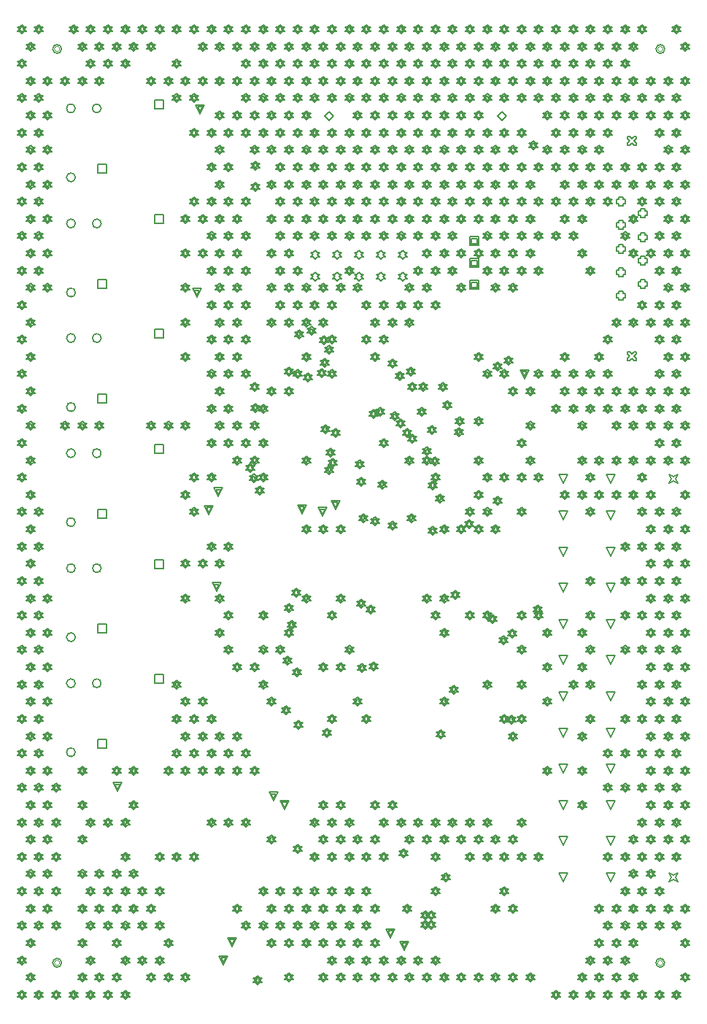
<source format=gbr>
%TF.GenerationSoftware,Altium Limited,Altium Designer,25.8.1 (18)*%
G04 Layer_Color=2752767*
%FSLAX45Y45*%
%MOMM*%
%TF.SameCoordinates,031978D1-9D18-463A-8735-F8186BF7E524*%
%TF.FilePolarity,Positive*%
%TF.FileFunction,Drawing*%
%TF.Part,Single*%
G01*
G75*
%TA.AperFunction,NonConductor*%
%ADD134C,0.12700*%
%ADD135C,0.16933*%
%ADD136C,0.10160*%
D134*
X1740257Y5146585D02*
Y5248185D01*
X1841857D01*
Y5146585D01*
X1740257D01*
X1080257Y4396585D02*
Y4498185D01*
X1181857D01*
Y4396585D01*
X1080257D01*
X6480039Y1510411D02*
X6429239Y1612011D01*
X6530839D01*
X6480039Y1510411D01*
X7030039Y2770412D02*
X6979239Y2872012D01*
X7080839D01*
X7030039Y2770412D01*
X6480039Y2770411D02*
X6429239Y2872011D01*
X6530839D01*
X6480039Y2770411D01*
X7030039Y6130411D02*
X6979239Y6232011D01*
X7080839D01*
X7030039Y6130411D01*
X6480039Y1930411D02*
X6429239Y2032011D01*
X6530839D01*
X6480039Y1930411D01*
Y2350411D02*
X6429239Y2452011D01*
X6530839D01*
X6480039Y2350411D01*
Y3190411D02*
X6429239Y3292011D01*
X6530839D01*
X6480039Y3190411D01*
Y3610411D02*
X6429239Y3712011D01*
X6530839D01*
X6480039Y3610411D01*
Y4030411D02*
X6429239Y4132011D01*
X6530839D01*
X6480039Y4030411D01*
Y4450411D02*
X6429239Y4552011D01*
X6530839D01*
X6480039Y4450411D01*
Y4870411D02*
X6429239Y4972011D01*
X6530839D01*
X6480039Y4870411D01*
Y5290411D02*
X6429239Y5392011D01*
X6530839D01*
X6480039Y5290411D01*
Y5710411D02*
X6429239Y5812011D01*
X6530839D01*
X6480039Y5710411D01*
Y6130411D02*
X6429239Y6232011D01*
X6530839D01*
X6480039Y6130411D01*
X7030039Y4450411D02*
X6979239Y4552011D01*
X7080839D01*
X7030039Y4450411D01*
X7709239Y6130411D02*
X7734639Y6181211D01*
X7709239Y6232011D01*
X7760039Y6206611D01*
X7810839Y6232011D01*
X7785439Y6181211D01*
X7810839Y6130411D01*
X7760039Y6155811D01*
X7709239Y6130411D01*
X7030039Y5710411D02*
X6979239Y5812011D01*
X7080839D01*
X7030039Y5710411D01*
X7709239Y1510410D02*
X7734639Y1561210D01*
X7709239Y1612010D01*
X7760039Y1586610D01*
X7810839Y1612010D01*
X7785439Y1561210D01*
X7810839Y1510410D01*
X7760039Y1535810D01*
X7709239Y1510410D01*
X7030039Y5290411D02*
X6979239Y5392011D01*
X7080839D01*
X7030039Y5290411D01*
Y4870411D02*
X6979239Y4972011D01*
X7080839D01*
X7030039Y4870411D01*
Y4030411D02*
X6979239Y4132011D01*
X7080839D01*
X7030039Y4030411D01*
Y3610411D02*
X6979239Y3712011D01*
X7080839D01*
X7030039Y3610411D01*
Y3190411D02*
X6979239Y3292011D01*
X7080839D01*
X7030039Y3190411D01*
Y2350412D02*
X6979239Y2452012D01*
X7080839D01*
X7030039Y2350412D01*
Y1510412D02*
X6979239Y1612012D01*
X7080839D01*
X7030039Y1510412D01*
Y1930412D02*
X6979239Y2032012D01*
X7080839D01*
X7030039Y1930412D01*
X7229239Y10052911D02*
X7254639D01*
X7280039Y10078311D01*
X7305439Y10052911D01*
X7330839D01*
Y10078311D01*
X7305439Y10103711D01*
X7330839Y10129111D01*
Y10154511D01*
X7305439D01*
X7280039Y10129111D01*
X7254639Y10154511D01*
X7229239D01*
Y10129111D01*
X7254639Y10103711D01*
X7229239Y10078311D01*
Y10052911D01*
X7381639Y9239811D02*
Y9214411D01*
X7432439D01*
Y9239811D01*
X7457839D01*
Y9290611D01*
X7432439D01*
Y9316011D01*
X7381639D01*
Y9290611D01*
X7356239D01*
Y9239811D01*
X7381639D01*
Y8417810D02*
Y8392410D01*
X7432439D01*
Y8417810D01*
X7457839D01*
Y8468610D01*
X7432439D01*
Y8494010D01*
X7381639D01*
Y8468610D01*
X7356239D01*
Y8417810D01*
X7381639D01*
X7229239Y7553910D02*
X7254639D01*
X7280039Y7579310D01*
X7305439Y7553910D01*
X7330839D01*
Y7579310D01*
X7305439Y7604710D01*
X7330839Y7630110D01*
Y7655510D01*
X7305439D01*
X7280039Y7630110D01*
X7254639Y7655510D01*
X7229239D01*
Y7630110D01*
X7254639Y7604710D01*
X7229239Y7579310D01*
Y7553910D01*
X5399161Y8891990D02*
Y8993590D01*
X5500761D01*
Y8891990D01*
X5399161D01*
X5419481Y8912310D02*
Y8973270D01*
X5480441D01*
Y8912310D01*
X5419481D01*
X3719239Y10391210D02*
X3770039Y10442010D01*
X3820839Y10391210D01*
X3770039Y10340410D01*
X3719239Y10391210D01*
X4112539Y8734410D02*
X4137939Y8759810D01*
X4163339D01*
X4137939Y8785210D01*
X4163339Y8810610D01*
X4137939D01*
X4112539Y8836010D01*
X4087139Y8810610D01*
X4061739D01*
X4087139Y8785210D01*
X4061739Y8759810D01*
X4087139D01*
X4112539Y8734410D01*
Y8480410D02*
X4137939Y8505810D01*
X4163339D01*
X4137939Y8531210D01*
X4163339Y8556610D01*
X4137939D01*
X4112539Y8582010D01*
X4087139Y8556610D01*
X4061739D01*
X4087139Y8531210D01*
X4061739Y8505810D01*
X4087139D01*
X4112539Y8480410D01*
X1079239Y3061630D02*
Y3163230D01*
X1180839D01*
Y3061630D01*
X1079239D01*
X1080239Y7066050D02*
Y7167650D01*
X1181839D01*
Y7066050D01*
X1080239D01*
X1080239Y8395410D02*
Y8497010D01*
X1181839D01*
Y8395410D01*
X1080239D01*
X1079239Y9730410D02*
Y9832010D01*
X1180839D01*
Y9730410D01*
X1079239D01*
X1079239Y5730410D02*
Y5832010D01*
X1180839D01*
Y5730410D01*
X1079239D01*
X5399161Y8637990D02*
Y8739590D01*
X5500761D01*
Y8637990D01*
X5399161D01*
X5419481Y8658310D02*
Y8719270D01*
X5480441D01*
Y8658310D01*
X5419481D01*
X4620539Y8734410D02*
X4645939Y8759810D01*
X4671339D01*
X4645939Y8785210D01*
X4671339Y8810610D01*
X4645939D01*
X4620539Y8836010D01*
X4595139Y8810610D01*
X4569739D01*
X4595139Y8785210D01*
X4569739Y8759810D01*
X4595139D01*
X4620539Y8734410D01*
X7127639Y8828810D02*
Y8803410D01*
X7178439D01*
Y8828810D01*
X7203839D01*
Y8879610D01*
X7178439D01*
Y8905010D01*
X7127639D01*
Y8879610D01*
X7102239D01*
Y8828810D01*
X7127639D01*
Y9102810D02*
Y9077410D01*
X7178439D01*
Y9102810D01*
X7203839D01*
Y9153610D01*
X7178439D01*
Y9179010D01*
X7127639D01*
Y9153610D01*
X7102239D01*
Y9102810D01*
X7127639D01*
X4620539Y8480410D02*
X4645939Y8505810D01*
X4671339D01*
X4645939Y8531210D01*
X4671339Y8556610D01*
X4645939D01*
X4620539Y8582010D01*
X4595139Y8556610D01*
X4569739D01*
X4595139Y8531210D01*
X4569739Y8505810D01*
X4595139D01*
X4620539Y8480410D01*
X7127639Y8280810D02*
Y8255410D01*
X7178439D01*
Y8280810D01*
X7203839D01*
Y8331610D01*
X7178439D01*
Y8357010D01*
X7127639D01*
Y8331610D01*
X7102239D01*
Y8280810D01*
X7127639D01*
X4366539Y8480410D02*
X4391939Y8505810D01*
X4417339D01*
X4391939Y8531210D01*
X4417339Y8556610D01*
X4391939D01*
X4366539Y8582010D01*
X4341139Y8556610D01*
X4315739D01*
X4341139Y8531210D01*
X4315739Y8505810D01*
X4341139D01*
X4366539Y8480410D01*
X7127639Y9376811D02*
Y9351411D01*
X7178439D01*
Y9376811D01*
X7203839D01*
Y9427611D01*
X7178439D01*
Y9453011D01*
X7127639D01*
Y9427611D01*
X7102239D01*
Y9376811D01*
X7127639D01*
Y8554810D02*
Y8529410D01*
X7178439D01*
Y8554810D01*
X7203839D01*
Y8605610D01*
X7178439D01*
Y8631010D01*
X7127639D01*
Y8605610D01*
X7102239D01*
Y8554810D01*
X7127639D01*
X5399161Y8383990D02*
Y8485590D01*
X5500761D01*
Y8383990D01*
X5399161D01*
X5419481Y8404310D02*
Y8465270D01*
X5480441D01*
Y8404310D01*
X5419481D01*
X5719239Y10391210D02*
X5770039Y10442010D01*
X5820839Y10391210D01*
X5770039Y10340410D01*
X5719239Y10391210D01*
X1739239Y6480410D02*
Y6582010D01*
X1840839D01*
Y6480410D01*
X1739239D01*
X1739239Y10480410D02*
Y10582010D01*
X1840839D01*
Y10480410D01*
X1739239D01*
X1740239Y9145410D02*
Y9247010D01*
X1841839D01*
Y9145410D01*
X1740239D01*
X3604539Y8734410D02*
X3629939Y8759810D01*
X3655339D01*
X3629939Y8785210D01*
X3655339Y8810610D01*
X3629939D01*
X3604539Y8836010D01*
X3579139Y8810610D01*
X3553739D01*
X3579139Y8785210D01*
X3553739Y8759810D01*
X3579139D01*
X3604539Y8734410D01*
X3858539D02*
X3883939Y8759810D01*
X3909339D01*
X3883939Y8785210D01*
X3909339Y8810610D01*
X3883939D01*
X3858539Y8836010D01*
X3833139Y8810610D01*
X3807739D01*
X3833139Y8785210D01*
X3807739Y8759810D01*
X3833139D01*
X3858539Y8734410D01*
X4366539D02*
X4391939Y8759810D01*
X4417339D01*
X4391939Y8785210D01*
X4417339Y8810610D01*
X4391939D01*
X4366539Y8836010D01*
X4341139Y8810610D01*
X4315739D01*
X4341139Y8785210D01*
X4315739Y8759810D01*
X4341139D01*
X4366539Y8734410D01*
X3604539Y8480410D02*
X3629939Y8505810D01*
X3655339D01*
X3629939Y8531210D01*
X3655339Y8556610D01*
X3629939D01*
X3604539Y8582010D01*
X3579139Y8556610D01*
X3553739D01*
X3579139Y8531210D01*
X3553739Y8505810D01*
X3579139D01*
X3604539Y8480410D01*
X3858539D02*
X3883939Y8505810D01*
X3909339D01*
X3883939Y8531210D01*
X3909339Y8556610D01*
X3883939D01*
X3858539Y8582010D01*
X3833139Y8556610D01*
X3807739D01*
X3833139Y8531210D01*
X3807739Y8505810D01*
X3833139D01*
X3858539Y8480410D01*
X1740239Y7816050D02*
Y7917650D01*
X1841839D01*
Y7816050D01*
X1740239D01*
X1739239Y3811630D02*
Y3913230D01*
X1840839D01*
Y3811630D01*
X1739239D01*
X7381639Y8965810D02*
Y8940410D01*
X7432439D01*
Y8965810D01*
X7457839D01*
Y9016610D01*
X7432439D01*
Y9042010D01*
X7381639D01*
Y9016610D01*
X7356239D01*
Y8965810D01*
X7381639D01*
Y8691810D02*
Y8666410D01*
X7432439D01*
Y8691810D01*
X7457839D01*
Y8742610D01*
X7432439D01*
Y8768010D01*
X7381639D01*
Y8742610D01*
X7356239D01*
Y8691810D01*
X7381639D01*
X7800004Y11349206D02*
X7825404Y11374606D01*
X7850804D01*
X7825404Y11400006D01*
X7850804Y11425406D01*
X7825404D01*
X7800004Y11450806D01*
X7774604Y11425406D01*
X7749204D01*
X7774604Y11400006D01*
X7749204Y11374606D01*
X7774604D01*
X7800004Y11349206D01*
Y11369526D02*
X7815244Y11384766D01*
X7830484D01*
X7815244Y11400006D01*
X7830484Y11415246D01*
X7815244D01*
X7800004Y11430486D01*
X7784764Y11415246D01*
X7769524D01*
X7784764Y11400006D01*
X7769524Y11384766D01*
X7784764D01*
X7800004Y11369526D01*
X7900004Y11149206D02*
X7925404Y11174606D01*
X7950804D01*
X7925404Y11200006D01*
X7950804Y11225406D01*
X7925404D01*
X7900004Y11250806D01*
X7874604Y11225406D01*
X7849204D01*
X7874604Y11200006D01*
X7849204Y11174606D01*
X7874604D01*
X7900004Y11149206D01*
Y11169526D02*
X7915244Y11184766D01*
X7930484D01*
X7915244Y11200006D01*
X7930484Y11215246D01*
X7915244D01*
X7900004Y11230486D01*
X7884764Y11215246D01*
X7869524D01*
X7884764Y11200006D01*
X7869524Y11184766D01*
X7884764D01*
X7900004Y11169526D01*
Y10749206D02*
X7925404Y10774606D01*
X7950804D01*
X7925404Y10800006D01*
X7950804Y10825406D01*
X7925404D01*
X7900004Y10850806D01*
X7874604Y10825406D01*
X7849204D01*
X7874604Y10800006D01*
X7849204Y10774606D01*
X7874604D01*
X7900004Y10749206D01*
Y10769526D02*
X7915244Y10784766D01*
X7930484D01*
X7915244Y10800006D01*
X7930484Y10815246D01*
X7915244D01*
X7900004Y10830486D01*
X7884764Y10815246D01*
X7869524D01*
X7884764Y10800006D01*
X7869524Y10784766D01*
X7884764D01*
X7900004Y10769526D01*
X7800004Y10549206D02*
X7825404Y10574606D01*
X7850804D01*
X7825404Y10600006D01*
X7850804Y10625406D01*
X7825404D01*
X7800004Y10650806D01*
X7774604Y10625406D01*
X7749204D01*
X7774604Y10600006D01*
X7749204Y10574606D01*
X7774604D01*
X7800004Y10549206D01*
Y10569526D02*
X7815244Y10584766D01*
X7830484D01*
X7815244Y10600006D01*
X7830484Y10615246D01*
X7815244D01*
X7800004Y10630486D01*
X7784764Y10615246D01*
X7769524D01*
X7784764Y10600006D01*
X7769524Y10584766D01*
X7784764D01*
X7800004Y10569526D01*
X7900004Y10349206D02*
X7925404Y10374606D01*
X7950804D01*
X7925404Y10400006D01*
X7950804Y10425406D01*
X7925404D01*
X7900004Y10450806D01*
X7874604Y10425406D01*
X7849204D01*
X7874604Y10400006D01*
X7849204Y10374606D01*
X7874604D01*
X7900004Y10349206D01*
Y10369526D02*
X7915244Y10384766D01*
X7930484D01*
X7915244Y10400006D01*
X7930484Y10415246D01*
X7915244D01*
X7900004Y10430486D01*
X7884764Y10415246D01*
X7869524D01*
X7884764Y10400006D01*
X7869524Y10384766D01*
X7884764D01*
X7900004Y10369526D01*
X7800004Y10149206D02*
X7825404Y10174606D01*
X7850804D01*
X7825404Y10200006D01*
X7850804Y10225406D01*
X7825404D01*
X7800004Y10250806D01*
X7774604Y10225406D01*
X7749204D01*
X7774604Y10200006D01*
X7749204Y10174606D01*
X7774604D01*
X7800004Y10149206D01*
Y10169526D02*
X7815244Y10184766D01*
X7830484D01*
X7815244Y10200006D01*
X7830484Y10215246D01*
X7815244D01*
X7800004Y10230486D01*
X7784764Y10215246D01*
X7769524D01*
X7784764Y10200006D01*
X7769524Y10184766D01*
X7784764D01*
X7800004Y10169526D01*
X7900004Y9949205D02*
X7925404Y9974605D01*
X7950804D01*
X7925404Y10000005D01*
X7950804Y10025405D01*
X7925404D01*
X7900004Y10050805D01*
X7874604Y10025405D01*
X7849204D01*
X7874604Y10000005D01*
X7849204Y9974605D01*
X7874604D01*
X7900004Y9949205D01*
Y9969525D02*
X7915244Y9984765D01*
X7930484D01*
X7915244Y10000005D01*
X7930484Y10015245D01*
X7915244D01*
X7900004Y10030485D01*
X7884764Y10015245D01*
X7869524D01*
X7884764Y10000005D01*
X7869524Y9984765D01*
X7884764D01*
X7900004Y9969525D01*
X7800004Y9749205D02*
X7825404Y9774605D01*
X7850804D01*
X7825404Y9800005D01*
X7850804Y9825405D01*
X7825404D01*
X7800004Y9850805D01*
X7774604Y9825405D01*
X7749204D01*
X7774604Y9800005D01*
X7749204Y9774605D01*
X7774604D01*
X7800004Y9749205D01*
Y9769525D02*
X7815244Y9784765D01*
X7830484D01*
X7815244Y9800005D01*
X7830484Y9815245D01*
X7815244D01*
X7800004Y9830485D01*
X7784764Y9815245D01*
X7769524D01*
X7784764Y9800005D01*
X7769524Y9784765D01*
X7784764D01*
X7800004Y9769525D01*
X7900004Y9549205D02*
X7925404Y9574605D01*
X7950804D01*
X7925404Y9600005D01*
X7950804Y9625405D01*
X7925404D01*
X7900004Y9650805D01*
X7874604Y9625405D01*
X7849204D01*
X7874604Y9600005D01*
X7849204Y9574605D01*
X7874604D01*
X7900004Y9549205D01*
Y9569525D02*
X7915244Y9584765D01*
X7930484D01*
X7915244Y9600005D01*
X7930484Y9615245D01*
X7915244D01*
X7900004Y9630485D01*
X7884764Y9615245D01*
X7869524D01*
X7884764Y9600005D01*
X7869524Y9584765D01*
X7884764D01*
X7900004Y9569525D01*
X7800004Y9349205D02*
X7825404Y9374605D01*
X7850804D01*
X7825404Y9400005D01*
X7850804Y9425405D01*
X7825404D01*
X7800004Y9450805D01*
X7774604Y9425405D01*
X7749204D01*
X7774604Y9400005D01*
X7749204Y9374605D01*
X7774604D01*
X7800004Y9349205D01*
Y9369525D02*
X7815244Y9384765D01*
X7830484D01*
X7815244Y9400005D01*
X7830484Y9415245D01*
X7815244D01*
X7800004Y9430485D01*
X7784764Y9415245D01*
X7769524D01*
X7784764Y9400005D01*
X7769524Y9384765D01*
X7784764D01*
X7800004Y9369525D01*
X7900004Y9149205D02*
X7925404Y9174605D01*
X7950804D01*
X7925404Y9200005D01*
X7950804Y9225405D01*
X7925404D01*
X7900004Y9250805D01*
X7874604Y9225405D01*
X7849204D01*
X7874604Y9200005D01*
X7849204Y9174605D01*
X7874604D01*
X7900004Y9149205D01*
Y9169525D02*
X7915244Y9184765D01*
X7930484D01*
X7915244Y9200005D01*
X7930484Y9215245D01*
X7915244D01*
X7900004Y9230485D01*
X7884764Y9215245D01*
X7869524D01*
X7884764Y9200005D01*
X7869524Y9184765D01*
X7884764D01*
X7900004Y9169525D01*
X7800004Y8949205D02*
X7825404Y8974605D01*
X7850804D01*
X7825404Y9000005D01*
X7850804Y9025405D01*
X7825404D01*
X7800004Y9050805D01*
X7774604Y9025405D01*
X7749204D01*
X7774604Y9000005D01*
X7749204Y8974605D01*
X7774604D01*
X7800004Y8949205D01*
Y8969525D02*
X7815244Y8984765D01*
X7830484D01*
X7815244Y9000005D01*
X7830484Y9015245D01*
X7815244D01*
X7800004Y9030485D01*
X7784764Y9015245D01*
X7769524D01*
X7784764Y9000005D01*
X7769524Y8984765D01*
X7784764D01*
X7800004Y8969525D01*
X7900004Y8749205D02*
X7925404Y8774605D01*
X7950804D01*
X7925404Y8800005D01*
X7950804Y8825405D01*
X7925404D01*
X7900004Y8850805D01*
X7874604Y8825405D01*
X7849204D01*
X7874604Y8800005D01*
X7849204Y8774605D01*
X7874604D01*
X7900004Y8749205D01*
Y8769525D02*
X7915244Y8784765D01*
X7930484D01*
X7915244Y8800005D01*
X7930484Y8815245D01*
X7915244D01*
X7900004Y8830485D01*
X7884764Y8815245D01*
X7869524D01*
X7884764Y8800005D01*
X7869524Y8784765D01*
X7884764D01*
X7900004Y8769525D01*
X7800004Y8549205D02*
X7825404Y8574605D01*
X7850804D01*
X7825404Y8600005D01*
X7850804Y8625405D01*
X7825404D01*
X7800004Y8650805D01*
X7774604Y8625405D01*
X7749204D01*
X7774604Y8600005D01*
X7749204Y8574605D01*
X7774604D01*
X7800004Y8549205D01*
Y8569525D02*
X7815244Y8584765D01*
X7830484D01*
X7815244Y8600005D01*
X7830484Y8615245D01*
X7815244D01*
X7800004Y8630485D01*
X7784764Y8615245D01*
X7769524D01*
X7784764Y8600005D01*
X7769524Y8584765D01*
X7784764D01*
X7800004Y8569525D01*
X7900004Y8349205D02*
X7925404Y8374605D01*
X7950804D01*
X7925404Y8400005D01*
X7950804Y8425405D01*
X7925404D01*
X7900004Y8450805D01*
X7874604Y8425405D01*
X7849204D01*
X7874604Y8400005D01*
X7849204Y8374605D01*
X7874604D01*
X7900004Y8349205D01*
Y8369525D02*
X7915244Y8384765D01*
X7930484D01*
X7915244Y8400005D01*
X7930484Y8415245D01*
X7915244D01*
X7900004Y8430485D01*
X7884764Y8415245D01*
X7869524D01*
X7884764Y8400005D01*
X7869524Y8384765D01*
X7884764D01*
X7900004Y8369525D01*
X7800004Y8149204D02*
X7825404Y8174604D01*
X7850804D01*
X7825404Y8200004D01*
X7850804Y8225404D01*
X7825404D01*
X7800004Y8250804D01*
X7774604Y8225404D01*
X7749204D01*
X7774604Y8200004D01*
X7749204Y8174604D01*
X7774604D01*
X7800004Y8149204D01*
Y8169524D02*
X7815244Y8184764D01*
X7830484D01*
X7815244Y8200004D01*
X7830484Y8215244D01*
X7815244D01*
X7800004Y8230484D01*
X7784764Y8215244D01*
X7769524D01*
X7784764Y8200004D01*
X7769524Y8184764D01*
X7784764D01*
X7800004Y8169524D01*
X7900004Y7949204D02*
X7925404Y7974604D01*
X7950804D01*
X7925404Y8000004D01*
X7950804Y8025404D01*
X7925404D01*
X7900004Y8050804D01*
X7874604Y8025404D01*
X7849204D01*
X7874604Y8000004D01*
X7849204Y7974604D01*
X7874604D01*
X7900004Y7949204D01*
Y7969524D02*
X7915244Y7984764D01*
X7930484D01*
X7915244Y8000004D01*
X7930484Y8015244D01*
X7915244D01*
X7900004Y8030484D01*
X7884764Y8015244D01*
X7869524D01*
X7884764Y8000004D01*
X7869524Y7984764D01*
X7884764D01*
X7900004Y7969524D01*
X7800004Y7749204D02*
X7825404Y7774604D01*
X7850804D01*
X7825404Y7800004D01*
X7850804Y7825404D01*
X7825404D01*
X7800004Y7850804D01*
X7774604Y7825404D01*
X7749204D01*
X7774604Y7800004D01*
X7749204Y7774604D01*
X7774604D01*
X7800004Y7749204D01*
Y7769524D02*
X7815244Y7784764D01*
X7830484D01*
X7815244Y7800004D01*
X7830484Y7815244D01*
X7815244D01*
X7800004Y7830484D01*
X7784764Y7815244D01*
X7769524D01*
X7784764Y7800004D01*
X7769524Y7784764D01*
X7784764D01*
X7800004Y7769524D01*
X7900004Y7549204D02*
X7925404Y7574604D01*
X7950804D01*
X7925404Y7600004D01*
X7950804Y7625404D01*
X7925404D01*
X7900004Y7650804D01*
X7874604Y7625404D01*
X7849204D01*
X7874604Y7600004D01*
X7849204Y7574604D01*
X7874604D01*
X7900004Y7549204D01*
Y7569524D02*
X7915244Y7584764D01*
X7930484D01*
X7915244Y7600004D01*
X7930484Y7615244D01*
X7915244D01*
X7900004Y7630484D01*
X7884764Y7615244D01*
X7869524D01*
X7884764Y7600004D01*
X7869524Y7584764D01*
X7884764D01*
X7900004Y7569524D01*
X7800004Y7349204D02*
X7825404Y7374604D01*
X7850804D01*
X7825404Y7400004D01*
X7850804Y7425404D01*
X7825404D01*
X7800004Y7450804D01*
X7774604Y7425404D01*
X7749204D01*
X7774604Y7400004D01*
X7749204Y7374604D01*
X7774604D01*
X7800004Y7349204D01*
Y7369524D02*
X7815244Y7384764D01*
X7830484D01*
X7815244Y7400004D01*
X7830484Y7415244D01*
X7815244D01*
X7800004Y7430484D01*
X7784764Y7415244D01*
X7769524D01*
X7784764Y7400004D01*
X7769524Y7384764D01*
X7784764D01*
X7800004Y7369524D01*
X7900004Y7149204D02*
X7925404Y7174604D01*
X7950804D01*
X7925404Y7200004D01*
X7950804Y7225404D01*
X7925404D01*
X7900004Y7250804D01*
X7874604Y7225404D01*
X7849204D01*
X7874604Y7200004D01*
X7849204Y7174604D01*
X7874604D01*
X7900004Y7149204D01*
Y7169524D02*
X7915244Y7184764D01*
X7930484D01*
X7915244Y7200004D01*
X7930484Y7215244D01*
X7915244D01*
X7900004Y7230484D01*
X7884764Y7215244D01*
X7869524D01*
X7884764Y7200004D01*
X7869524Y7184764D01*
X7884764D01*
X7900004Y7169524D01*
X7800004Y6949204D02*
X7825404Y6974604D01*
X7850804D01*
X7825404Y7000004D01*
X7850804Y7025404D01*
X7825404D01*
X7800004Y7050804D01*
X7774604Y7025404D01*
X7749204D01*
X7774604Y7000004D01*
X7749204Y6974604D01*
X7774604D01*
X7800004Y6949204D01*
Y6969524D02*
X7815244Y6984764D01*
X7830484D01*
X7815244Y7000004D01*
X7830484Y7015244D01*
X7815244D01*
X7800004Y7030484D01*
X7784764Y7015244D01*
X7769524D01*
X7784764Y7000004D01*
X7769524Y6984764D01*
X7784764D01*
X7800004Y6969524D01*
X7900004Y6749204D02*
X7925404Y6774604D01*
X7950804D01*
X7925404Y6800004D01*
X7950804Y6825404D01*
X7925404D01*
X7900004Y6850804D01*
X7874604Y6825404D01*
X7849204D01*
X7874604Y6800004D01*
X7849204Y6774604D01*
X7874604D01*
X7900004Y6749204D01*
Y6769524D02*
X7915244Y6784764D01*
X7930484D01*
X7915244Y6800004D01*
X7930484Y6815244D01*
X7915244D01*
X7900004Y6830484D01*
X7884764Y6815244D01*
X7869524D01*
X7884764Y6800004D01*
X7869524Y6784764D01*
X7884764D01*
X7900004Y6769524D01*
X7800004Y6549204D02*
X7825404Y6574604D01*
X7850804D01*
X7825404Y6600004D01*
X7850804Y6625404D01*
X7825404D01*
X7800004Y6650804D01*
X7774604Y6625404D01*
X7749204D01*
X7774604Y6600004D01*
X7749204Y6574604D01*
X7774604D01*
X7800004Y6549204D01*
Y6569524D02*
X7815244Y6584764D01*
X7830484D01*
X7815244Y6600004D01*
X7830484Y6615244D01*
X7815244D01*
X7800004Y6630484D01*
X7784764Y6615244D01*
X7769524D01*
X7784764Y6600004D01*
X7769524Y6584764D01*
X7784764D01*
X7800004Y6569524D01*
X7900004Y6349203D02*
X7925404Y6374603D01*
X7950804D01*
X7925404Y6400003D01*
X7950804Y6425403D01*
X7925404D01*
X7900004Y6450803D01*
X7874604Y6425403D01*
X7849204D01*
X7874604Y6400003D01*
X7849204Y6374603D01*
X7874604D01*
X7900004Y6349203D01*
Y6369523D02*
X7915244Y6384763D01*
X7930484D01*
X7915244Y6400003D01*
X7930484Y6415243D01*
X7915244D01*
X7900004Y6430483D01*
X7884764Y6415243D01*
X7869524D01*
X7884764Y6400003D01*
X7869524Y6384763D01*
X7884764D01*
X7900004Y6369523D01*
Y5949203D02*
X7925404Y5974603D01*
X7950804D01*
X7925404Y6000003D01*
X7950804Y6025403D01*
X7925404D01*
X7900004Y6050803D01*
X7874604Y6025403D01*
X7849204D01*
X7874604Y6000003D01*
X7849204Y5974603D01*
X7874604D01*
X7900004Y5949203D01*
Y5969523D02*
X7915244Y5984763D01*
X7930484D01*
X7915244Y6000003D01*
X7930484Y6015243D01*
X7915244D01*
X7900004Y6030483D01*
X7884764Y6015243D01*
X7869524D01*
X7884764Y6000003D01*
X7869524Y5984763D01*
X7884764D01*
X7900004Y5969523D01*
X7800004Y5749203D02*
X7825404Y5774603D01*
X7850804D01*
X7825404Y5800003D01*
X7850804Y5825403D01*
X7825404D01*
X7800004Y5850803D01*
X7774604Y5825403D01*
X7749204D01*
X7774604Y5800003D01*
X7749204Y5774603D01*
X7774604D01*
X7800004Y5749203D01*
Y5769523D02*
X7815244Y5784763D01*
X7830484D01*
X7815244Y5800003D01*
X7830484Y5815243D01*
X7815244D01*
X7800004Y5830483D01*
X7784764Y5815243D01*
X7769524D01*
X7784764Y5800003D01*
X7769524Y5784763D01*
X7784764D01*
X7800004Y5769523D01*
X7900004Y5549203D02*
X7925404Y5574603D01*
X7950804D01*
X7925404Y5600003D01*
X7950804Y5625403D01*
X7925404D01*
X7900004Y5650803D01*
X7874604Y5625403D01*
X7849204D01*
X7874604Y5600003D01*
X7849204Y5574603D01*
X7874604D01*
X7900004Y5549203D01*
Y5569523D02*
X7915244Y5584763D01*
X7930484D01*
X7915244Y5600003D01*
X7930484Y5615243D01*
X7915244D01*
X7900004Y5630483D01*
X7884764Y5615243D01*
X7869524D01*
X7884764Y5600003D01*
X7869524Y5584763D01*
X7884764D01*
X7900004Y5569523D01*
X7800004Y5349203D02*
X7825404Y5374603D01*
X7850804D01*
X7825404Y5400003D01*
X7850804Y5425403D01*
X7825404D01*
X7800004Y5450803D01*
X7774604Y5425403D01*
X7749204D01*
X7774604Y5400003D01*
X7749204Y5374603D01*
X7774604D01*
X7800004Y5349203D01*
Y5369523D02*
X7815244Y5384763D01*
X7830484D01*
X7815244Y5400003D01*
X7830484Y5415243D01*
X7815244D01*
X7800004Y5430483D01*
X7784764Y5415243D01*
X7769524D01*
X7784764Y5400003D01*
X7769524Y5384763D01*
X7784764D01*
X7800004Y5369523D01*
X7900004Y5149203D02*
X7925404Y5174603D01*
X7950804D01*
X7925404Y5200003D01*
X7950804Y5225403D01*
X7925404D01*
X7900004Y5250803D01*
X7874604Y5225403D01*
X7849204D01*
X7874604Y5200003D01*
X7849204Y5174603D01*
X7874604D01*
X7900004Y5149203D01*
Y5169523D02*
X7915244Y5184763D01*
X7930484D01*
X7915244Y5200003D01*
X7930484Y5215243D01*
X7915244D01*
X7900004Y5230483D01*
X7884764Y5215243D01*
X7869524D01*
X7884764Y5200003D01*
X7869524Y5184763D01*
X7884764D01*
X7900004Y5169523D01*
X7800004Y4949203D02*
X7825404Y4974603D01*
X7850804D01*
X7825404Y5000003D01*
X7850804Y5025403D01*
X7825404D01*
X7800004Y5050803D01*
X7774604Y5025403D01*
X7749204D01*
X7774604Y5000003D01*
X7749204Y4974603D01*
X7774604D01*
X7800004Y4949203D01*
Y4969523D02*
X7815244Y4984763D01*
X7830484D01*
X7815244Y5000003D01*
X7830484Y5015243D01*
X7815244D01*
X7800004Y5030483D01*
X7784764Y5015243D01*
X7769524D01*
X7784764Y5000003D01*
X7769524Y4984763D01*
X7784764D01*
X7800004Y4969523D01*
X7900004Y4749203D02*
X7925404Y4774603D01*
X7950804D01*
X7925404Y4800003D01*
X7950804Y4825403D01*
X7925404D01*
X7900004Y4850803D01*
X7874604Y4825403D01*
X7849204D01*
X7874604Y4800003D01*
X7849204Y4774603D01*
X7874604D01*
X7900004Y4749203D01*
Y4769523D02*
X7915244Y4784763D01*
X7930484D01*
X7915244Y4800003D01*
X7930484Y4815243D01*
X7915244D01*
X7900004Y4830483D01*
X7884764Y4815243D01*
X7869524D01*
X7884764Y4800003D01*
X7869524Y4784763D01*
X7884764D01*
X7900004Y4769523D01*
X7800004Y4549202D02*
X7825404Y4574602D01*
X7850804D01*
X7825404Y4600002D01*
X7850804Y4625402D01*
X7825404D01*
X7800004Y4650802D01*
X7774604Y4625402D01*
X7749204D01*
X7774604Y4600002D01*
X7749204Y4574602D01*
X7774604D01*
X7800004Y4549202D01*
Y4569522D02*
X7815244Y4584762D01*
X7830484D01*
X7815244Y4600002D01*
X7830484Y4615242D01*
X7815244D01*
X7800004Y4630482D01*
X7784764Y4615242D01*
X7769524D01*
X7784764Y4600002D01*
X7769524Y4584762D01*
X7784764D01*
X7800004Y4569522D01*
X7900004Y4349202D02*
X7925404Y4374602D01*
X7950804D01*
X7925404Y4400002D01*
X7950804Y4425402D01*
X7925404D01*
X7900004Y4450802D01*
X7874604Y4425402D01*
X7849204D01*
X7874604Y4400002D01*
X7849204Y4374602D01*
X7874604D01*
X7900004Y4349202D01*
Y4369522D02*
X7915244Y4384762D01*
X7930484D01*
X7915244Y4400002D01*
X7930484Y4415242D01*
X7915244D01*
X7900004Y4430482D01*
X7884764Y4415242D01*
X7869524D01*
X7884764Y4400002D01*
X7869524Y4384762D01*
X7884764D01*
X7900004Y4369522D01*
X7800004Y4149202D02*
X7825404Y4174602D01*
X7850804D01*
X7825404Y4200002D01*
X7850804Y4225402D01*
X7825404D01*
X7800004Y4250802D01*
X7774604Y4225402D01*
X7749204D01*
X7774604Y4200002D01*
X7749204Y4174602D01*
X7774604D01*
X7800004Y4149202D01*
Y4169522D02*
X7815244Y4184762D01*
X7830484D01*
X7815244Y4200002D01*
X7830484Y4215242D01*
X7815244D01*
X7800004Y4230482D01*
X7784764Y4215242D01*
X7769524D01*
X7784764Y4200002D01*
X7769524Y4184762D01*
X7784764D01*
X7800004Y4169522D01*
X7900004Y3949202D02*
X7925404Y3974602D01*
X7950804D01*
X7925404Y4000002D01*
X7950804Y4025402D01*
X7925404D01*
X7900004Y4050802D01*
X7874604Y4025402D01*
X7849204D01*
X7874604Y4000002D01*
X7849204Y3974602D01*
X7874604D01*
X7900004Y3949202D01*
Y3969522D02*
X7915244Y3984762D01*
X7930484D01*
X7915244Y4000002D01*
X7930484Y4015242D01*
X7915244D01*
X7900004Y4030482D01*
X7884764Y4015242D01*
X7869524D01*
X7884764Y4000002D01*
X7869524Y3984762D01*
X7884764D01*
X7900004Y3969522D01*
X7800004Y3749202D02*
X7825404Y3774602D01*
X7850804D01*
X7825404Y3800002D01*
X7850804Y3825402D01*
X7825404D01*
X7800004Y3850802D01*
X7774604Y3825402D01*
X7749204D01*
X7774604Y3800002D01*
X7749204Y3774602D01*
X7774604D01*
X7800004Y3749202D01*
Y3769522D02*
X7815244Y3784762D01*
X7830484D01*
X7815244Y3800002D01*
X7830484Y3815242D01*
X7815244D01*
X7800004Y3830482D01*
X7784764Y3815242D01*
X7769524D01*
X7784764Y3800002D01*
X7769524Y3784762D01*
X7784764D01*
X7800004Y3769522D01*
X7900004Y3549202D02*
X7925404Y3574602D01*
X7950804D01*
X7925404Y3600002D01*
X7950804Y3625402D01*
X7925404D01*
X7900004Y3650802D01*
X7874604Y3625402D01*
X7849204D01*
X7874604Y3600002D01*
X7849204Y3574602D01*
X7874604D01*
X7900004Y3549202D01*
Y3569522D02*
X7915244Y3584762D01*
X7930484D01*
X7915244Y3600002D01*
X7930484Y3615242D01*
X7915244D01*
X7900004Y3630482D01*
X7884764Y3615242D01*
X7869524D01*
X7884764Y3600002D01*
X7869524Y3584762D01*
X7884764D01*
X7900004Y3569522D01*
X7800004Y3349202D02*
X7825404Y3374602D01*
X7850804D01*
X7825404Y3400002D01*
X7850804Y3425402D01*
X7825404D01*
X7800004Y3450802D01*
X7774604Y3425402D01*
X7749204D01*
X7774604Y3400002D01*
X7749204Y3374602D01*
X7774604D01*
X7800004Y3349202D01*
Y3369522D02*
X7815244Y3384762D01*
X7830484D01*
X7815244Y3400002D01*
X7830484Y3415242D01*
X7815244D01*
X7800004Y3430482D01*
X7784764Y3415242D01*
X7769524D01*
X7784764Y3400002D01*
X7769524Y3384762D01*
X7784764D01*
X7800004Y3369522D01*
X7900004Y3149202D02*
X7925404Y3174602D01*
X7950804D01*
X7925404Y3200002D01*
X7950804Y3225402D01*
X7925404D01*
X7900004Y3250802D01*
X7874604Y3225402D01*
X7849204D01*
X7874604Y3200002D01*
X7849204Y3174602D01*
X7874604D01*
X7900004Y3149202D01*
Y3169522D02*
X7915244Y3184762D01*
X7930484D01*
X7915244Y3200002D01*
X7930484Y3215242D01*
X7915244D01*
X7900004Y3230482D01*
X7884764Y3215242D01*
X7869524D01*
X7884764Y3200002D01*
X7869524Y3184762D01*
X7884764D01*
X7900004Y3169522D01*
X7800004Y2949202D02*
X7825404Y2974602D01*
X7850804D01*
X7825404Y3000002D01*
X7850804Y3025402D01*
X7825404D01*
X7800004Y3050802D01*
X7774604Y3025402D01*
X7749204D01*
X7774604Y3000002D01*
X7749204Y2974602D01*
X7774604D01*
X7800004Y2949202D01*
Y2969522D02*
X7815244Y2984762D01*
X7830484D01*
X7815244Y3000002D01*
X7830484Y3015242D01*
X7815244D01*
X7800004Y3030482D01*
X7784764Y3015242D01*
X7769524D01*
X7784764Y3000002D01*
X7769524Y2984762D01*
X7784764D01*
X7800004Y2969522D01*
X7900004Y2749202D02*
X7925404Y2774602D01*
X7950804D01*
X7925404Y2800002D01*
X7950804Y2825402D01*
X7925404D01*
X7900004Y2850802D01*
X7874604Y2825402D01*
X7849204D01*
X7874604Y2800002D01*
X7849204Y2774602D01*
X7874604D01*
X7900004Y2749202D01*
Y2769522D02*
X7915244Y2784762D01*
X7930484D01*
X7915244Y2800002D01*
X7930484Y2815242D01*
X7915244D01*
X7900004Y2830482D01*
X7884764Y2815242D01*
X7869524D01*
X7884764Y2800002D01*
X7869524Y2784762D01*
X7884764D01*
X7900004Y2769522D01*
X7800004Y2549201D02*
X7825404Y2574601D01*
X7850804D01*
X7825404Y2600001D01*
X7850804Y2625401D01*
X7825404D01*
X7800004Y2650801D01*
X7774604Y2625401D01*
X7749204D01*
X7774604Y2600001D01*
X7749204Y2574601D01*
X7774604D01*
X7800004Y2549201D01*
Y2569521D02*
X7815244Y2584761D01*
X7830484D01*
X7815244Y2600001D01*
X7830484Y2615241D01*
X7815244D01*
X7800004Y2630481D01*
X7784764Y2615241D01*
X7769524D01*
X7784764Y2600001D01*
X7769524Y2584761D01*
X7784764D01*
X7800004Y2569521D01*
X7900004Y2349201D02*
X7925404Y2374601D01*
X7950804D01*
X7925404Y2400001D01*
X7950804Y2425401D01*
X7925404D01*
X7900004Y2450801D01*
X7874604Y2425401D01*
X7849204D01*
X7874604Y2400001D01*
X7849204Y2374601D01*
X7874604D01*
X7900004Y2349201D01*
Y2369521D02*
X7915244Y2384761D01*
X7930484D01*
X7915244Y2400001D01*
X7930484Y2415241D01*
X7915244D01*
X7900004Y2430481D01*
X7884764Y2415241D01*
X7869524D01*
X7884764Y2400001D01*
X7869524Y2384761D01*
X7884764D01*
X7900004Y2369521D01*
X7800004Y2149201D02*
X7825404Y2174601D01*
X7850804D01*
X7825404Y2200001D01*
X7850804Y2225401D01*
X7825404D01*
X7800004Y2250801D01*
X7774604Y2225401D01*
X7749204D01*
X7774604Y2200001D01*
X7749204Y2174601D01*
X7774604D01*
X7800004Y2149201D01*
Y2169521D02*
X7815244Y2184761D01*
X7830484D01*
X7815244Y2200001D01*
X7830484Y2215241D01*
X7815244D01*
X7800004Y2230481D01*
X7784764Y2215241D01*
X7769524D01*
X7784764Y2200001D01*
X7769524Y2184761D01*
X7784764D01*
X7800004Y2169521D01*
X7900004Y1949201D02*
X7925404Y1974601D01*
X7950804D01*
X7925404Y2000001D01*
X7950804Y2025401D01*
X7925404D01*
X7900004Y2050801D01*
X7874604Y2025401D01*
X7849204D01*
X7874604Y2000001D01*
X7849204Y1974601D01*
X7874604D01*
X7900004Y1949201D01*
Y1969521D02*
X7915244Y1984761D01*
X7930484D01*
X7915244Y2000001D01*
X7930484Y2015241D01*
X7915244D01*
X7900004Y2030481D01*
X7884764Y2015241D01*
X7869524D01*
X7884764Y2000001D01*
X7869524Y1984761D01*
X7884764D01*
X7900004Y1969521D01*
X7800004Y1749201D02*
X7825404Y1774601D01*
X7850804D01*
X7825404Y1800001D01*
X7850804Y1825401D01*
X7825404D01*
X7800004Y1850801D01*
X7774604Y1825401D01*
X7749204D01*
X7774604Y1800001D01*
X7749204Y1774601D01*
X7774604D01*
X7800004Y1749201D01*
Y1769521D02*
X7815244Y1784761D01*
X7830484D01*
X7815244Y1800001D01*
X7830484Y1815241D01*
X7815244D01*
X7800004Y1830481D01*
X7784764Y1815241D01*
X7769524D01*
X7784764Y1800001D01*
X7769524Y1784761D01*
X7784764D01*
X7800004Y1769521D01*
X7900004Y1149201D02*
X7925404Y1174601D01*
X7950804D01*
X7925404Y1200001D01*
X7950804Y1225401D01*
X7925404D01*
X7900004Y1250801D01*
X7874604Y1225401D01*
X7849204D01*
X7874604Y1200001D01*
X7849204Y1174601D01*
X7874604D01*
X7900004Y1149201D01*
Y1169521D02*
X7915244Y1184761D01*
X7930484D01*
X7915244Y1200001D01*
X7930484Y1215241D01*
X7915244D01*
X7900004Y1230481D01*
X7884764Y1215241D01*
X7869524D01*
X7884764Y1200001D01*
X7869524Y1184761D01*
X7884764D01*
X7900004Y1169521D01*
X7800004Y949201D02*
X7825404Y974601D01*
X7850804D01*
X7825404Y1000001D01*
X7850804Y1025401D01*
X7825404D01*
X7800004Y1050801D01*
X7774604Y1025401D01*
X7749204D01*
X7774604Y1000001D01*
X7749204Y974601D01*
X7774604D01*
X7800004Y949201D01*
Y969521D02*
X7815244Y984761D01*
X7830484D01*
X7815244Y1000001D01*
X7830484Y1015241D01*
X7815244D01*
X7800004Y1030481D01*
X7784764Y1015241D01*
X7769524D01*
X7784764Y1000001D01*
X7769524Y984761D01*
X7784764D01*
X7800004Y969521D01*
X7900004Y749200D02*
X7925404Y774600D01*
X7950804D01*
X7925404Y800000D01*
X7950804Y825400D01*
X7925404D01*
X7900004Y850800D01*
X7874604Y825400D01*
X7849204D01*
X7874604Y800000D01*
X7849204Y774600D01*
X7874604D01*
X7900004Y749200D01*
Y769520D02*
X7915244Y784760D01*
X7930484D01*
X7915244Y800000D01*
X7930484Y815240D01*
X7915244D01*
X7900004Y830480D01*
X7884764Y815240D01*
X7869524D01*
X7884764Y800000D01*
X7869524Y784760D01*
X7884764D01*
X7900004Y769520D01*
Y349200D02*
X7925404Y374600D01*
X7950804D01*
X7925404Y400000D01*
X7950804Y425400D01*
X7925404D01*
X7900004Y450800D01*
X7874604Y425400D01*
X7849204D01*
X7874604Y400000D01*
X7849204Y374600D01*
X7874604D01*
X7900004Y349200D01*
Y369520D02*
X7915244Y384760D01*
X7930484D01*
X7915244Y400000D01*
X7930484Y415240D01*
X7915244D01*
X7900004Y430480D01*
X7884764Y415240D01*
X7869524D01*
X7884764Y400000D01*
X7869524Y384760D01*
X7884764D01*
X7900004Y369520D01*
X7800004Y149200D02*
X7825404Y174600D01*
X7850804D01*
X7825404Y200000D01*
X7850804Y225400D01*
X7825404D01*
X7800004Y250800D01*
X7774604Y225400D01*
X7749204D01*
X7774604Y200000D01*
X7749204Y174600D01*
X7774604D01*
X7800004Y149200D01*
Y169520D02*
X7815244Y184760D01*
X7830484D01*
X7815244Y200000D01*
X7830484Y215240D01*
X7815244D01*
X7800004Y230480D01*
X7784764Y215240D01*
X7769524D01*
X7784764Y200000D01*
X7769524Y184760D01*
X7784764D01*
X7800004Y169520D01*
X7700004Y10749206D02*
X7725404Y10774606D01*
X7750804D01*
X7725404Y10800006D01*
X7750804Y10825406D01*
X7725404D01*
X7700004Y10850806D01*
X7674604Y10825406D01*
X7649204D01*
X7674604Y10800006D01*
X7649204Y10774606D01*
X7674604D01*
X7700004Y10749206D01*
Y10769526D02*
X7715244Y10784766D01*
X7730484D01*
X7715244Y10800006D01*
X7730484Y10815246D01*
X7715244D01*
X7700004Y10830486D01*
X7684764Y10815246D01*
X7669524D01*
X7684764Y10800006D01*
X7669524Y10784766D01*
X7684764D01*
X7700004Y10769526D01*
X7600004Y10549206D02*
X7625404Y10574606D01*
X7650804D01*
X7625404Y10600006D01*
X7650804Y10625406D01*
X7625404D01*
X7600004Y10650806D01*
X7574604Y10625406D01*
X7549204D01*
X7574604Y10600006D01*
X7549204Y10574606D01*
X7574604D01*
X7600004Y10549206D01*
Y10569526D02*
X7615244Y10584766D01*
X7630484D01*
X7615244Y10600006D01*
X7630484Y10615246D01*
X7615244D01*
X7600004Y10630486D01*
X7584764Y10615246D01*
X7569524D01*
X7584764Y10600006D01*
X7569524Y10584766D01*
X7584764D01*
X7600004Y10569526D01*
X7700004Y10349206D02*
X7725404Y10374606D01*
X7750804D01*
X7725404Y10400006D01*
X7750804Y10425406D01*
X7725404D01*
X7700004Y10450806D01*
X7674604Y10425406D01*
X7649204D01*
X7674604Y10400006D01*
X7649204Y10374606D01*
X7674604D01*
X7700004Y10349206D01*
Y10369526D02*
X7715244Y10384766D01*
X7730484D01*
X7715244Y10400006D01*
X7730484Y10415246D01*
X7715244D01*
X7700004Y10430486D01*
X7684764Y10415246D01*
X7669524D01*
X7684764Y10400006D01*
X7669524Y10384766D01*
X7684764D01*
X7700004Y10369526D01*
X7600004Y10149206D02*
X7625404Y10174606D01*
X7650804D01*
X7625404Y10200006D01*
X7650804Y10225406D01*
X7625404D01*
X7600004Y10250806D01*
X7574604Y10225406D01*
X7549204D01*
X7574604Y10200006D01*
X7549204Y10174606D01*
X7574604D01*
X7600004Y10149206D01*
Y10169526D02*
X7615244Y10184766D01*
X7630484D01*
X7615244Y10200006D01*
X7630484Y10215246D01*
X7615244D01*
X7600004Y10230486D01*
X7584764Y10215246D01*
X7569524D01*
X7584764Y10200006D01*
X7569524Y10184766D01*
X7584764D01*
X7600004Y10169526D01*
X7700004Y9949205D02*
X7725404Y9974605D01*
X7750804D01*
X7725404Y10000005D01*
X7750804Y10025405D01*
X7725404D01*
X7700004Y10050805D01*
X7674604Y10025405D01*
X7649204D01*
X7674604Y10000005D01*
X7649204Y9974605D01*
X7674604D01*
X7700004Y9949205D01*
Y9969525D02*
X7715244Y9984765D01*
X7730484D01*
X7715244Y10000005D01*
X7730484Y10015245D01*
X7715244D01*
X7700004Y10030485D01*
X7684764Y10015245D01*
X7669524D01*
X7684764Y10000005D01*
X7669524Y9984765D01*
X7684764D01*
X7700004Y9969525D01*
X7600004Y9749205D02*
X7625404Y9774605D01*
X7650804D01*
X7625404Y9800005D01*
X7650804Y9825405D01*
X7625404D01*
X7600004Y9850805D01*
X7574604Y9825405D01*
X7549204D01*
X7574604Y9800005D01*
X7549204Y9774605D01*
X7574604D01*
X7600004Y9749205D01*
Y9769525D02*
X7615244Y9784765D01*
X7630484D01*
X7615244Y9800005D01*
X7630484Y9815245D01*
X7615244D01*
X7600004Y9830485D01*
X7584764Y9815245D01*
X7569524D01*
X7584764Y9800005D01*
X7569524Y9784765D01*
X7584764D01*
X7600004Y9769525D01*
X7700004Y9549205D02*
X7725404Y9574605D01*
X7750804D01*
X7725404Y9600005D01*
X7750804Y9625405D01*
X7725404D01*
X7700004Y9650805D01*
X7674604Y9625405D01*
X7649204D01*
X7674604Y9600005D01*
X7649204Y9574605D01*
X7674604D01*
X7700004Y9549205D01*
Y9569525D02*
X7715244Y9584765D01*
X7730484D01*
X7715244Y9600005D01*
X7730484Y9615245D01*
X7715244D01*
X7700004Y9630485D01*
X7684764Y9615245D01*
X7669524D01*
X7684764Y9600005D01*
X7669524Y9584765D01*
X7684764D01*
X7700004Y9569525D01*
X7600004Y9349205D02*
X7625404Y9374605D01*
X7650804D01*
X7625404Y9400005D01*
X7650804Y9425405D01*
X7625404D01*
X7600004Y9450805D01*
X7574604Y9425405D01*
X7549204D01*
X7574604Y9400005D01*
X7549204Y9374605D01*
X7574604D01*
X7600004Y9349205D01*
Y9369525D02*
X7615244Y9384765D01*
X7630484D01*
X7615244Y9400005D01*
X7630484Y9415245D01*
X7615244D01*
X7600004Y9430485D01*
X7584764Y9415245D01*
X7569524D01*
X7584764Y9400005D01*
X7569524Y9384765D01*
X7584764D01*
X7600004Y9369525D01*
X7700004Y9149205D02*
X7725404Y9174605D01*
X7750804D01*
X7725404Y9200005D01*
X7750804Y9225405D01*
X7725404D01*
X7700004Y9250805D01*
X7674604Y9225405D01*
X7649204D01*
X7674604Y9200005D01*
X7649204Y9174605D01*
X7674604D01*
X7700004Y9149205D01*
Y9169525D02*
X7715244Y9184765D01*
X7730484D01*
X7715244Y9200005D01*
X7730484Y9215245D01*
X7715244D01*
X7700004Y9230485D01*
X7684764Y9215245D01*
X7669524D01*
X7684764Y9200005D01*
X7669524Y9184765D01*
X7684764D01*
X7700004Y9169525D01*
X7600004Y8949205D02*
X7625404Y8974605D01*
X7650804D01*
X7625404Y9000005D01*
X7650804Y9025405D01*
X7625404D01*
X7600004Y9050805D01*
X7574604Y9025405D01*
X7549204D01*
X7574604Y9000005D01*
X7549204Y8974605D01*
X7574604D01*
X7600004Y8949205D01*
Y8969525D02*
X7615244Y8984765D01*
X7630484D01*
X7615244Y9000005D01*
X7630484Y9015245D01*
X7615244D01*
X7600004Y9030485D01*
X7584764Y9015245D01*
X7569524D01*
X7584764Y9000005D01*
X7569524Y8984765D01*
X7584764D01*
X7600004Y8969525D01*
X7700004Y8749205D02*
X7725404Y8774605D01*
X7750804D01*
X7725404Y8800005D01*
X7750804Y8825405D01*
X7725404D01*
X7700004Y8850805D01*
X7674604Y8825405D01*
X7649204D01*
X7674604Y8800005D01*
X7649204Y8774605D01*
X7674604D01*
X7700004Y8749205D01*
Y8769525D02*
X7715244Y8784765D01*
X7730484D01*
X7715244Y8800005D01*
X7730484Y8815245D01*
X7715244D01*
X7700004Y8830485D01*
X7684764Y8815245D01*
X7669524D01*
X7684764Y8800005D01*
X7669524Y8784765D01*
X7684764D01*
X7700004Y8769525D01*
X7600004Y8549205D02*
X7625404Y8574605D01*
X7650804D01*
X7625404Y8600005D01*
X7650804Y8625405D01*
X7625404D01*
X7600004Y8650805D01*
X7574604Y8625405D01*
X7549204D01*
X7574604Y8600005D01*
X7549204Y8574605D01*
X7574604D01*
X7600004Y8549205D01*
Y8569525D02*
X7615244Y8584765D01*
X7630484D01*
X7615244Y8600005D01*
X7630484Y8615245D01*
X7615244D01*
X7600004Y8630485D01*
X7584764Y8615245D01*
X7569524D01*
X7584764Y8600005D01*
X7569524Y8584765D01*
X7584764D01*
X7600004Y8569525D01*
X7700004Y8349205D02*
X7725404Y8374605D01*
X7750804D01*
X7725404Y8400005D01*
X7750804Y8425405D01*
X7725404D01*
X7700004Y8450805D01*
X7674604Y8425405D01*
X7649204D01*
X7674604Y8400005D01*
X7649204Y8374605D01*
X7674604D01*
X7700004Y8349205D01*
Y8369525D02*
X7715244Y8384765D01*
X7730484D01*
X7715244Y8400005D01*
X7730484Y8415245D01*
X7715244D01*
X7700004Y8430485D01*
X7684764Y8415245D01*
X7669524D01*
X7684764Y8400005D01*
X7669524Y8384765D01*
X7684764D01*
X7700004Y8369525D01*
X7600004Y8149204D02*
X7625404Y8174604D01*
X7650804D01*
X7625404Y8200004D01*
X7650804Y8225404D01*
X7625404D01*
X7600004Y8250804D01*
X7574604Y8225404D01*
X7549204D01*
X7574604Y8200004D01*
X7549204Y8174604D01*
X7574604D01*
X7600004Y8149204D01*
Y8169524D02*
X7615244Y8184764D01*
X7630484D01*
X7615244Y8200004D01*
X7630484Y8215244D01*
X7615244D01*
X7600004Y8230484D01*
X7584764Y8215244D01*
X7569524D01*
X7584764Y8200004D01*
X7569524Y8184764D01*
X7584764D01*
X7600004Y8169524D01*
X7700004Y7949204D02*
X7725404Y7974604D01*
X7750804D01*
X7725404Y8000004D01*
X7750804Y8025404D01*
X7725404D01*
X7700004Y8050804D01*
X7674604Y8025404D01*
X7649204D01*
X7674604Y8000004D01*
X7649204Y7974604D01*
X7674604D01*
X7700004Y7949204D01*
Y7969524D02*
X7715244Y7984764D01*
X7730484D01*
X7715244Y8000004D01*
X7730484Y8015244D01*
X7715244D01*
X7700004Y8030484D01*
X7684764Y8015244D01*
X7669524D01*
X7684764Y8000004D01*
X7669524Y7984764D01*
X7684764D01*
X7700004Y7969524D01*
X7600004Y7749204D02*
X7625404Y7774604D01*
X7650804D01*
X7625404Y7800004D01*
X7650804Y7825404D01*
X7625404D01*
X7600004Y7850804D01*
X7574604Y7825404D01*
X7549204D01*
X7574604Y7800004D01*
X7549204Y7774604D01*
X7574604D01*
X7600004Y7749204D01*
Y7769524D02*
X7615244Y7784764D01*
X7630484D01*
X7615244Y7800004D01*
X7630484Y7815244D01*
X7615244D01*
X7600004Y7830484D01*
X7584764Y7815244D01*
X7569524D01*
X7584764Y7800004D01*
X7569524Y7784764D01*
X7584764D01*
X7600004Y7769524D01*
X7700004Y7549204D02*
X7725404Y7574604D01*
X7750804D01*
X7725404Y7600004D01*
X7750804Y7625404D01*
X7725404D01*
X7700004Y7650804D01*
X7674604Y7625404D01*
X7649204D01*
X7674604Y7600004D01*
X7649204Y7574604D01*
X7674604D01*
X7700004Y7549204D01*
Y7569524D02*
X7715244Y7584764D01*
X7730484D01*
X7715244Y7600004D01*
X7730484Y7615244D01*
X7715244D01*
X7700004Y7630484D01*
X7684764Y7615244D01*
X7669524D01*
X7684764Y7600004D01*
X7669524Y7584764D01*
X7684764D01*
X7700004Y7569524D01*
X7600004Y7349204D02*
X7625404Y7374604D01*
X7650804D01*
X7625404Y7400004D01*
X7650804Y7425404D01*
X7625404D01*
X7600004Y7450804D01*
X7574604Y7425404D01*
X7549204D01*
X7574604Y7400004D01*
X7549204Y7374604D01*
X7574604D01*
X7600004Y7349204D01*
Y7369524D02*
X7615244Y7384764D01*
X7630484D01*
X7615244Y7400004D01*
X7630484Y7415244D01*
X7615244D01*
X7600004Y7430484D01*
X7584764Y7415244D01*
X7569524D01*
X7584764Y7400004D01*
X7569524Y7384764D01*
X7584764D01*
X7600004Y7369524D01*
X7700004Y7149204D02*
X7725404Y7174604D01*
X7750804D01*
X7725404Y7200004D01*
X7750804Y7225404D01*
X7725404D01*
X7700004Y7250804D01*
X7674604Y7225404D01*
X7649204D01*
X7674604Y7200004D01*
X7649204Y7174604D01*
X7674604D01*
X7700004Y7149204D01*
Y7169524D02*
X7715244Y7184764D01*
X7730484D01*
X7715244Y7200004D01*
X7730484Y7215244D01*
X7715244D01*
X7700004Y7230484D01*
X7684764Y7215244D01*
X7669524D01*
X7684764Y7200004D01*
X7669524Y7184764D01*
X7684764D01*
X7700004Y7169524D01*
X7600004Y6949204D02*
X7625404Y6974604D01*
X7650804D01*
X7625404Y7000004D01*
X7650804Y7025404D01*
X7625404D01*
X7600004Y7050804D01*
X7574604Y7025404D01*
X7549204D01*
X7574604Y7000004D01*
X7549204Y6974604D01*
X7574604D01*
X7600004Y6949204D01*
Y6969524D02*
X7615244Y6984764D01*
X7630484D01*
X7615244Y7000004D01*
X7630484Y7015244D01*
X7615244D01*
X7600004Y7030484D01*
X7584764Y7015244D01*
X7569524D01*
X7584764Y7000004D01*
X7569524Y6984764D01*
X7584764D01*
X7600004Y6969524D01*
X7700004Y6749204D02*
X7725404Y6774604D01*
X7750804D01*
X7725404Y6800004D01*
X7750804Y6825404D01*
X7725404D01*
X7700004Y6850804D01*
X7674604Y6825404D01*
X7649204D01*
X7674604Y6800004D01*
X7649204Y6774604D01*
X7674604D01*
X7700004Y6749204D01*
Y6769524D02*
X7715244Y6784764D01*
X7730484D01*
X7715244Y6800004D01*
X7730484Y6815244D01*
X7715244D01*
X7700004Y6830484D01*
X7684764Y6815244D01*
X7669524D01*
X7684764Y6800004D01*
X7669524Y6784764D01*
X7684764D01*
X7700004Y6769524D01*
X7600004Y6549204D02*
X7625404Y6574604D01*
X7650804D01*
X7625404Y6600004D01*
X7650804Y6625404D01*
X7625404D01*
X7600004Y6650804D01*
X7574604Y6625404D01*
X7549204D01*
X7574604Y6600004D01*
X7549204Y6574604D01*
X7574604D01*
X7600004Y6549204D01*
Y6569524D02*
X7615244Y6584764D01*
X7630484D01*
X7615244Y6600004D01*
X7630484Y6615244D01*
X7615244D01*
X7600004Y6630484D01*
X7584764Y6615244D01*
X7569524D01*
X7584764Y6600004D01*
X7569524Y6584764D01*
X7584764D01*
X7600004Y6569524D01*
X7700004Y6349203D02*
X7725404Y6374603D01*
X7750804D01*
X7725404Y6400003D01*
X7750804Y6425403D01*
X7725404D01*
X7700004Y6450803D01*
X7674604Y6425403D01*
X7649204D01*
X7674604Y6400003D01*
X7649204Y6374603D01*
X7674604D01*
X7700004Y6349203D01*
Y6369523D02*
X7715244Y6384763D01*
X7730484D01*
X7715244Y6400003D01*
X7730484Y6415243D01*
X7715244D01*
X7700004Y6430483D01*
X7684764Y6415243D01*
X7669524D01*
X7684764Y6400003D01*
X7669524Y6384763D01*
X7684764D01*
X7700004Y6369523D01*
X7600004Y5749203D02*
X7625404Y5774603D01*
X7650804D01*
X7625404Y5800003D01*
X7650804Y5825403D01*
X7625404D01*
X7600004Y5850803D01*
X7574604Y5825403D01*
X7549204D01*
X7574604Y5800003D01*
X7549204Y5774603D01*
X7574604D01*
X7600004Y5749203D01*
Y5769523D02*
X7615244Y5784763D01*
X7630484D01*
X7615244Y5800003D01*
X7630484Y5815243D01*
X7615244D01*
X7600004Y5830483D01*
X7584764Y5815243D01*
X7569524D01*
X7584764Y5800003D01*
X7569524Y5784763D01*
X7584764D01*
X7600004Y5769523D01*
X7700004Y5549203D02*
X7725404Y5574603D01*
X7750804D01*
X7725404Y5600003D01*
X7750804Y5625403D01*
X7725404D01*
X7700004Y5650803D01*
X7674604Y5625403D01*
X7649204D01*
X7674604Y5600003D01*
X7649204Y5574603D01*
X7674604D01*
X7700004Y5549203D01*
Y5569523D02*
X7715244Y5584763D01*
X7730484D01*
X7715244Y5600003D01*
X7730484Y5615243D01*
X7715244D01*
X7700004Y5630483D01*
X7684764Y5615243D01*
X7669524D01*
X7684764Y5600003D01*
X7669524Y5584763D01*
X7684764D01*
X7700004Y5569523D01*
X7600004Y5349203D02*
X7625404Y5374603D01*
X7650804D01*
X7625404Y5400003D01*
X7650804Y5425403D01*
X7625404D01*
X7600004Y5450803D01*
X7574604Y5425403D01*
X7549204D01*
X7574604Y5400003D01*
X7549204Y5374603D01*
X7574604D01*
X7600004Y5349203D01*
Y5369523D02*
X7615244Y5384763D01*
X7630484D01*
X7615244Y5400003D01*
X7630484Y5415243D01*
X7615244D01*
X7600004Y5430483D01*
X7584764Y5415243D01*
X7569524D01*
X7584764Y5400003D01*
X7569524Y5384763D01*
X7584764D01*
X7600004Y5369523D01*
X7700004Y5149203D02*
X7725404Y5174603D01*
X7750804D01*
X7725404Y5200003D01*
X7750804Y5225403D01*
X7725404D01*
X7700004Y5250803D01*
X7674604Y5225403D01*
X7649204D01*
X7674604Y5200003D01*
X7649204Y5174603D01*
X7674604D01*
X7700004Y5149203D01*
Y5169523D02*
X7715244Y5184763D01*
X7730484D01*
X7715244Y5200003D01*
X7730484Y5215243D01*
X7715244D01*
X7700004Y5230483D01*
X7684764Y5215243D01*
X7669524D01*
X7684764Y5200003D01*
X7669524Y5184763D01*
X7684764D01*
X7700004Y5169523D01*
X7600004Y4949203D02*
X7625404Y4974603D01*
X7650804D01*
X7625404Y5000003D01*
X7650804Y5025403D01*
X7625404D01*
X7600004Y5050803D01*
X7574604Y5025403D01*
X7549204D01*
X7574604Y5000003D01*
X7549204Y4974603D01*
X7574604D01*
X7600004Y4949203D01*
Y4969523D02*
X7615244Y4984763D01*
X7630484D01*
X7615244Y5000003D01*
X7630484Y5015243D01*
X7615244D01*
X7600004Y5030483D01*
X7584764Y5015243D01*
X7569524D01*
X7584764Y5000003D01*
X7569524Y4984763D01*
X7584764D01*
X7600004Y4969523D01*
X7700004Y4749203D02*
X7725404Y4774603D01*
X7750804D01*
X7725404Y4800003D01*
X7750804Y4825403D01*
X7725404D01*
X7700004Y4850803D01*
X7674604Y4825403D01*
X7649204D01*
X7674604Y4800003D01*
X7649204Y4774603D01*
X7674604D01*
X7700004Y4749203D01*
Y4769523D02*
X7715244Y4784763D01*
X7730484D01*
X7715244Y4800003D01*
X7730484Y4815243D01*
X7715244D01*
X7700004Y4830483D01*
X7684764Y4815243D01*
X7669524D01*
X7684764Y4800003D01*
X7669524Y4784763D01*
X7684764D01*
X7700004Y4769523D01*
X7600004Y4549202D02*
X7625404Y4574602D01*
X7650804D01*
X7625404Y4600002D01*
X7650804Y4625402D01*
X7625404D01*
X7600004Y4650802D01*
X7574604Y4625402D01*
X7549204D01*
X7574604Y4600002D01*
X7549204Y4574602D01*
X7574604D01*
X7600004Y4549202D01*
Y4569522D02*
X7615244Y4584762D01*
X7630484D01*
X7615244Y4600002D01*
X7630484Y4615242D01*
X7615244D01*
X7600004Y4630482D01*
X7584764Y4615242D01*
X7569524D01*
X7584764Y4600002D01*
X7569524Y4584762D01*
X7584764D01*
X7600004Y4569522D01*
X7700004Y4349202D02*
X7725404Y4374602D01*
X7750804D01*
X7725404Y4400002D01*
X7750804Y4425402D01*
X7725404D01*
X7700004Y4450802D01*
X7674604Y4425402D01*
X7649204D01*
X7674604Y4400002D01*
X7649204Y4374602D01*
X7674604D01*
X7700004Y4349202D01*
Y4369522D02*
X7715244Y4384762D01*
X7730484D01*
X7715244Y4400002D01*
X7730484Y4415242D01*
X7715244D01*
X7700004Y4430482D01*
X7684764Y4415242D01*
X7669524D01*
X7684764Y4400002D01*
X7669524Y4384762D01*
X7684764D01*
X7700004Y4369522D01*
X7600004Y4149202D02*
X7625404Y4174602D01*
X7650804D01*
X7625404Y4200002D01*
X7650804Y4225402D01*
X7625404D01*
X7600004Y4250802D01*
X7574604Y4225402D01*
X7549204D01*
X7574604Y4200002D01*
X7549204Y4174602D01*
X7574604D01*
X7600004Y4149202D01*
Y4169522D02*
X7615244Y4184762D01*
X7630484D01*
X7615244Y4200002D01*
X7630484Y4215242D01*
X7615244D01*
X7600004Y4230482D01*
X7584764Y4215242D01*
X7569524D01*
X7584764Y4200002D01*
X7569524Y4184762D01*
X7584764D01*
X7600004Y4169522D01*
X7700004Y3949202D02*
X7725404Y3974602D01*
X7750804D01*
X7725404Y4000002D01*
X7750804Y4025402D01*
X7725404D01*
X7700004Y4050802D01*
X7674604Y4025402D01*
X7649204D01*
X7674604Y4000002D01*
X7649204Y3974602D01*
X7674604D01*
X7700004Y3949202D01*
Y3969522D02*
X7715244Y3984762D01*
X7730484D01*
X7715244Y4000002D01*
X7730484Y4015242D01*
X7715244D01*
X7700004Y4030482D01*
X7684764Y4015242D01*
X7669524D01*
X7684764Y4000002D01*
X7669524Y3984762D01*
X7684764D01*
X7700004Y3969522D01*
X7600004Y3749202D02*
X7625404Y3774602D01*
X7650804D01*
X7625404Y3800002D01*
X7650804Y3825402D01*
X7625404D01*
X7600004Y3850802D01*
X7574604Y3825402D01*
X7549204D01*
X7574604Y3800002D01*
X7549204Y3774602D01*
X7574604D01*
X7600004Y3749202D01*
Y3769522D02*
X7615244Y3784762D01*
X7630484D01*
X7615244Y3800002D01*
X7630484Y3815242D01*
X7615244D01*
X7600004Y3830482D01*
X7584764Y3815242D01*
X7569524D01*
X7584764Y3800002D01*
X7569524Y3784762D01*
X7584764D01*
X7600004Y3769522D01*
X7700004Y3549202D02*
X7725404Y3574602D01*
X7750804D01*
X7725404Y3600002D01*
X7750804Y3625402D01*
X7725404D01*
X7700004Y3650802D01*
X7674604Y3625402D01*
X7649204D01*
X7674604Y3600002D01*
X7649204Y3574602D01*
X7674604D01*
X7700004Y3549202D01*
Y3569522D02*
X7715244Y3584762D01*
X7730484D01*
X7715244Y3600002D01*
X7730484Y3615242D01*
X7715244D01*
X7700004Y3630482D01*
X7684764Y3615242D01*
X7669524D01*
X7684764Y3600002D01*
X7669524Y3584762D01*
X7684764D01*
X7700004Y3569522D01*
X7600004Y3349202D02*
X7625404Y3374602D01*
X7650804D01*
X7625404Y3400002D01*
X7650804Y3425402D01*
X7625404D01*
X7600004Y3450802D01*
X7574604Y3425402D01*
X7549204D01*
X7574604Y3400002D01*
X7549204Y3374602D01*
X7574604D01*
X7600004Y3349202D01*
Y3369522D02*
X7615244Y3384762D01*
X7630484D01*
X7615244Y3400002D01*
X7630484Y3415242D01*
X7615244D01*
X7600004Y3430482D01*
X7584764Y3415242D01*
X7569524D01*
X7584764Y3400002D01*
X7569524Y3384762D01*
X7584764D01*
X7600004Y3369522D01*
X7700004Y3149202D02*
X7725404Y3174602D01*
X7750804D01*
X7725404Y3200002D01*
X7750804Y3225402D01*
X7725404D01*
X7700004Y3250802D01*
X7674604Y3225402D01*
X7649204D01*
X7674604Y3200002D01*
X7649204Y3174602D01*
X7674604D01*
X7700004Y3149202D01*
Y3169522D02*
X7715244Y3184762D01*
X7730484D01*
X7715244Y3200002D01*
X7730484Y3215242D01*
X7715244D01*
X7700004Y3230482D01*
X7684764Y3215242D01*
X7669524D01*
X7684764Y3200002D01*
X7669524Y3184762D01*
X7684764D01*
X7700004Y3169522D01*
X7600004Y2949202D02*
X7625404Y2974602D01*
X7650804D01*
X7625404Y3000002D01*
X7650804Y3025402D01*
X7625404D01*
X7600004Y3050802D01*
X7574604Y3025402D01*
X7549204D01*
X7574604Y3000002D01*
X7549204Y2974602D01*
X7574604D01*
X7600004Y2949202D01*
Y2969522D02*
X7615244Y2984762D01*
X7630484D01*
X7615244Y3000002D01*
X7630484Y3015242D01*
X7615244D01*
X7600004Y3030482D01*
X7584764Y3015242D01*
X7569524D01*
X7584764Y3000002D01*
X7569524Y2984762D01*
X7584764D01*
X7600004Y2969522D01*
X7700004Y2749202D02*
X7725404Y2774602D01*
X7750804D01*
X7725404Y2800002D01*
X7750804Y2825402D01*
X7725404D01*
X7700004Y2850802D01*
X7674604Y2825402D01*
X7649204D01*
X7674604Y2800002D01*
X7649204Y2774602D01*
X7674604D01*
X7700004Y2749202D01*
Y2769522D02*
X7715244Y2784762D01*
X7730484D01*
X7715244Y2800002D01*
X7730484Y2815242D01*
X7715244D01*
X7700004Y2830482D01*
X7684764Y2815242D01*
X7669524D01*
X7684764Y2800002D01*
X7669524Y2784762D01*
X7684764D01*
X7700004Y2769522D01*
X7600004Y2549201D02*
X7625404Y2574601D01*
X7650804D01*
X7625404Y2600001D01*
X7650804Y2625401D01*
X7625404D01*
X7600004Y2650801D01*
X7574604Y2625401D01*
X7549204D01*
X7574604Y2600001D01*
X7549204Y2574601D01*
X7574604D01*
X7600004Y2549201D01*
Y2569521D02*
X7615244Y2584761D01*
X7630484D01*
X7615244Y2600001D01*
X7630484Y2615241D01*
X7615244D01*
X7600004Y2630481D01*
X7584764Y2615241D01*
X7569524D01*
X7584764Y2600001D01*
X7569524Y2584761D01*
X7584764D01*
X7600004Y2569521D01*
X7700004Y2349201D02*
X7725404Y2374601D01*
X7750804D01*
X7725404Y2400001D01*
X7750804Y2425401D01*
X7725404D01*
X7700004Y2450801D01*
X7674604Y2425401D01*
X7649204D01*
X7674604Y2400001D01*
X7649204Y2374601D01*
X7674604D01*
X7700004Y2349201D01*
Y2369521D02*
X7715244Y2384761D01*
X7730484D01*
X7715244Y2400001D01*
X7730484Y2415241D01*
X7715244D01*
X7700004Y2430481D01*
X7684764Y2415241D01*
X7669524D01*
X7684764Y2400001D01*
X7669524Y2384761D01*
X7684764D01*
X7700004Y2369521D01*
X7600004Y2149201D02*
X7625404Y2174601D01*
X7650804D01*
X7625404Y2200001D01*
X7650804Y2225401D01*
X7625404D01*
X7600004Y2250801D01*
X7574604Y2225401D01*
X7549204D01*
X7574604Y2200001D01*
X7549204Y2174601D01*
X7574604D01*
X7600004Y2149201D01*
Y2169521D02*
X7615244Y2184761D01*
X7630484D01*
X7615244Y2200001D01*
X7630484Y2215241D01*
X7615244D01*
X7600004Y2230481D01*
X7584764Y2215241D01*
X7569524D01*
X7584764Y2200001D01*
X7569524Y2184761D01*
X7584764D01*
X7600004Y2169521D01*
X7700004Y1949201D02*
X7725404Y1974601D01*
X7750804D01*
X7725404Y2000001D01*
X7750804Y2025401D01*
X7725404D01*
X7700004Y2050801D01*
X7674604Y2025401D01*
X7649204D01*
X7674604Y2000001D01*
X7649204Y1974601D01*
X7674604D01*
X7700004Y1949201D01*
Y1969521D02*
X7715244Y1984761D01*
X7730484D01*
X7715244Y2000001D01*
X7730484Y2015241D01*
X7715244D01*
X7700004Y2030481D01*
X7684764Y2015241D01*
X7669524D01*
X7684764Y2000001D01*
X7669524Y1984761D01*
X7684764D01*
X7700004Y1969521D01*
X7600004Y1749201D02*
X7625404Y1774601D01*
X7650804D01*
X7625404Y1800001D01*
X7650804Y1825401D01*
X7625404D01*
X7600004Y1850801D01*
X7574604Y1825401D01*
X7549204D01*
X7574604Y1800001D01*
X7549204Y1774601D01*
X7574604D01*
X7600004Y1749201D01*
Y1769521D02*
X7615244Y1784761D01*
X7630484D01*
X7615244Y1800001D01*
X7630484Y1815241D01*
X7615244D01*
X7600004Y1830481D01*
X7584764Y1815241D01*
X7569524D01*
X7584764Y1800001D01*
X7569524Y1784761D01*
X7584764D01*
X7600004Y1769521D01*
Y1349201D02*
X7625404Y1374601D01*
X7650804D01*
X7625404Y1400001D01*
X7650804Y1425401D01*
X7625404D01*
X7600004Y1450801D01*
X7574604Y1425401D01*
X7549204D01*
X7574604Y1400001D01*
X7549204Y1374601D01*
X7574604D01*
X7600004Y1349201D01*
Y1369521D02*
X7615244Y1384761D01*
X7630484D01*
X7615244Y1400001D01*
X7630484Y1415241D01*
X7615244D01*
X7600004Y1430481D01*
X7584764Y1415241D01*
X7569524D01*
X7584764Y1400001D01*
X7569524Y1384761D01*
X7584764D01*
X7600004Y1369521D01*
X7700004Y1149201D02*
X7725404Y1174601D01*
X7750804D01*
X7725404Y1200001D01*
X7750804Y1225401D01*
X7725404D01*
X7700004Y1250801D01*
X7674604Y1225401D01*
X7649204D01*
X7674604Y1200001D01*
X7649204Y1174601D01*
X7674604D01*
X7700004Y1149201D01*
Y1169521D02*
X7715244Y1184761D01*
X7730484D01*
X7715244Y1200001D01*
X7730484Y1215241D01*
X7715244D01*
X7700004Y1230481D01*
X7684764Y1215241D01*
X7669524D01*
X7684764Y1200001D01*
X7669524Y1184761D01*
X7684764D01*
X7700004Y1169521D01*
X7600004Y949201D02*
X7625404Y974601D01*
X7650804D01*
X7625404Y1000001D01*
X7650804Y1025401D01*
X7625404D01*
X7600004Y1050801D01*
X7574604Y1025401D01*
X7549204D01*
X7574604Y1000001D01*
X7549204Y974601D01*
X7574604D01*
X7600004Y949201D01*
Y969521D02*
X7615244Y984761D01*
X7630484D01*
X7615244Y1000001D01*
X7630484Y1015241D01*
X7615244D01*
X7600004Y1030481D01*
X7584764Y1015241D01*
X7569524D01*
X7584764Y1000001D01*
X7569524Y984761D01*
X7584764D01*
X7600004Y969521D01*
Y149200D02*
X7625404Y174600D01*
X7650804D01*
X7625404Y200000D01*
X7650804Y225400D01*
X7625404D01*
X7600004Y250800D01*
X7574604Y225400D01*
X7549204D01*
X7574604Y200000D01*
X7549204Y174600D01*
X7574604D01*
X7600004Y149200D01*
Y169520D02*
X7615244Y184760D01*
X7630484D01*
X7615244Y200000D01*
X7630484Y215240D01*
X7615244D01*
X7600004Y230480D01*
X7584764Y215240D01*
X7569524D01*
X7584764Y200000D01*
X7569524Y184760D01*
X7584764D01*
X7600004Y169520D01*
X7400004Y11349206D02*
X7425404Y11374606D01*
X7450804D01*
X7425404Y11400006D01*
X7450804Y11425406D01*
X7425404D01*
X7400004Y11450806D01*
X7374604Y11425406D01*
X7349204D01*
X7374604Y11400006D01*
X7349204Y11374606D01*
X7374604D01*
X7400004Y11349206D01*
Y11369526D02*
X7415244Y11384766D01*
X7430484D01*
X7415244Y11400006D01*
X7430484Y11415246D01*
X7415244D01*
X7400004Y11430486D01*
X7384764Y11415246D01*
X7369524D01*
X7384764Y11400006D01*
X7369524Y11384766D01*
X7384764D01*
X7400004Y11369526D01*
X7500004Y10749206D02*
X7525404Y10774606D01*
X7550804D01*
X7525404Y10800006D01*
X7550804Y10825406D01*
X7525404D01*
X7500004Y10850806D01*
X7474604Y10825406D01*
X7449204D01*
X7474604Y10800006D01*
X7449204Y10774606D01*
X7474604D01*
X7500004Y10749206D01*
Y10769526D02*
X7515244Y10784766D01*
X7530484D01*
X7515244Y10800006D01*
X7530484Y10815246D01*
X7515244D01*
X7500004Y10830486D01*
X7484764Y10815246D01*
X7469524D01*
X7484764Y10800006D01*
X7469524Y10784766D01*
X7484764D01*
X7500004Y10769526D01*
X7400004Y10549206D02*
X7425404Y10574606D01*
X7450804D01*
X7425404Y10600006D01*
X7450804Y10625406D01*
X7425404D01*
X7400004Y10650806D01*
X7374604Y10625406D01*
X7349204D01*
X7374604Y10600006D01*
X7349204Y10574606D01*
X7374604D01*
X7400004Y10549206D01*
Y10569526D02*
X7415244Y10584766D01*
X7430484D01*
X7415244Y10600006D01*
X7430484Y10615246D01*
X7415244D01*
X7400004Y10630486D01*
X7384764Y10615246D01*
X7369524D01*
X7384764Y10600006D01*
X7369524Y10584766D01*
X7384764D01*
X7400004Y10569526D01*
X7500004Y10349206D02*
X7525404Y10374606D01*
X7550804D01*
X7525404Y10400006D01*
X7550804Y10425406D01*
X7525404D01*
X7500004Y10450806D01*
X7474604Y10425406D01*
X7449204D01*
X7474604Y10400006D01*
X7449204Y10374606D01*
X7474604D01*
X7500004Y10349206D01*
Y10369526D02*
X7515244Y10384766D01*
X7530484D01*
X7515244Y10400006D01*
X7530484Y10415246D01*
X7515244D01*
X7500004Y10430486D01*
X7484764Y10415246D01*
X7469524D01*
X7484764Y10400006D01*
X7469524Y10384766D01*
X7484764D01*
X7500004Y10369526D01*
X7400004Y9749205D02*
X7425404Y9774605D01*
X7450804D01*
X7425404Y9800005D01*
X7450804Y9825405D01*
X7425404D01*
X7400004Y9850805D01*
X7374604Y9825405D01*
X7349204D01*
X7374604Y9800005D01*
X7349204Y9774605D01*
X7374604D01*
X7400004Y9749205D01*
Y9769525D02*
X7415244Y9784765D01*
X7430484D01*
X7415244Y9800005D01*
X7430484Y9815245D01*
X7415244D01*
X7400004Y9830485D01*
X7384764Y9815245D01*
X7369524D01*
X7384764Y9800005D01*
X7369524Y9784765D01*
X7384764D01*
X7400004Y9769525D01*
X7500004Y9549205D02*
X7525404Y9574605D01*
X7550804D01*
X7525404Y9600005D01*
X7550804Y9625405D01*
X7525404D01*
X7500004Y9650805D01*
X7474604Y9625405D01*
X7449204D01*
X7474604Y9600005D01*
X7449204Y9574605D01*
X7474604D01*
X7500004Y9549205D01*
Y9569525D02*
X7515244Y9584765D01*
X7530484D01*
X7515244Y9600005D01*
X7530484Y9615245D01*
X7515244D01*
X7500004Y9630485D01*
X7484764Y9615245D01*
X7469524D01*
X7484764Y9600005D01*
X7469524Y9584765D01*
X7484764D01*
X7500004Y9569525D01*
X7400004Y9349205D02*
X7425404Y9374605D01*
X7450804D01*
X7425404Y9400005D01*
X7450804Y9425405D01*
X7425404D01*
X7400004Y9450805D01*
X7374604Y9425405D01*
X7349204D01*
X7374604Y9400005D01*
X7349204Y9374605D01*
X7374604D01*
X7400004Y9349205D01*
Y9369525D02*
X7415244Y9384765D01*
X7430484D01*
X7415244Y9400005D01*
X7430484Y9415245D01*
X7415244D01*
X7400004Y9430485D01*
X7384764Y9415245D01*
X7369524D01*
X7384764Y9400005D01*
X7369524Y9384765D01*
X7384764D01*
X7400004Y9369525D01*
X7500004Y8749205D02*
X7525404Y8774605D01*
X7550804D01*
X7525404Y8800005D01*
X7550804Y8825405D01*
X7525404D01*
X7500004Y8850805D01*
X7474604Y8825405D01*
X7449204D01*
X7474604Y8800005D01*
X7449204Y8774605D01*
X7474604D01*
X7500004Y8749205D01*
Y8769525D02*
X7515244Y8784765D01*
X7530484D01*
X7515244Y8800005D01*
X7530484Y8815245D01*
X7515244D01*
X7500004Y8830485D01*
X7484764Y8815245D01*
X7469524D01*
X7484764Y8800005D01*
X7469524Y8784765D01*
X7484764D01*
X7500004Y8769525D01*
X7400004Y8149204D02*
X7425404Y8174604D01*
X7450804D01*
X7425404Y8200004D01*
X7450804Y8225404D01*
X7425404D01*
X7400004Y8250804D01*
X7374604Y8225404D01*
X7349204D01*
X7374604Y8200004D01*
X7349204Y8174604D01*
X7374604D01*
X7400004Y8149204D01*
Y8169524D02*
X7415244Y8184764D01*
X7430484D01*
X7415244Y8200004D01*
X7430484Y8215244D01*
X7415244D01*
X7400004Y8230484D01*
X7384764Y8215244D01*
X7369524D01*
X7384764Y8200004D01*
X7369524Y8184764D01*
X7384764D01*
X7400004Y8169524D01*
X7500004Y7949204D02*
X7525404Y7974604D01*
X7550804D01*
X7525404Y8000004D01*
X7550804Y8025404D01*
X7525404D01*
X7500004Y8050804D01*
X7474604Y8025404D01*
X7449204D01*
X7474604Y8000004D01*
X7449204Y7974604D01*
X7474604D01*
X7500004Y7949204D01*
Y7969524D02*
X7515244Y7984764D01*
X7530484D01*
X7515244Y8000004D01*
X7530484Y8015244D01*
X7515244D01*
X7500004Y8030484D01*
X7484764Y8015244D01*
X7469524D01*
X7484764Y8000004D01*
X7469524Y7984764D01*
X7484764D01*
X7500004Y7969524D01*
Y7149204D02*
X7525404Y7174604D01*
X7550804D01*
X7525404Y7200004D01*
X7550804Y7225404D01*
X7525404D01*
X7500004Y7250804D01*
X7474604Y7225404D01*
X7449204D01*
X7474604Y7200004D01*
X7449204Y7174604D01*
X7474604D01*
X7500004Y7149204D01*
Y7169524D02*
X7515244Y7184764D01*
X7530484D01*
X7515244Y7200004D01*
X7530484Y7215244D01*
X7515244D01*
X7500004Y7230484D01*
X7484764Y7215244D01*
X7469524D01*
X7484764Y7200004D01*
X7469524Y7184764D01*
X7484764D01*
X7500004Y7169524D01*
X7400004Y6949204D02*
X7425404Y6974604D01*
X7450804D01*
X7425404Y7000004D01*
X7450804Y7025404D01*
X7425404D01*
X7400004Y7050804D01*
X7374604Y7025404D01*
X7349204D01*
X7374604Y7000004D01*
X7349204Y6974604D01*
X7374604D01*
X7400004Y6949204D01*
Y6969524D02*
X7415244Y6984764D01*
X7430484D01*
X7415244Y7000004D01*
X7430484Y7015244D01*
X7415244D01*
X7400004Y7030484D01*
X7384764Y7015244D01*
X7369524D01*
X7384764Y7000004D01*
X7369524Y6984764D01*
X7384764D01*
X7400004Y6969524D01*
X7500004Y6749204D02*
X7525404Y6774604D01*
X7550804D01*
X7525404Y6800004D01*
X7550804Y6825404D01*
X7525404D01*
X7500004Y6850804D01*
X7474604Y6825404D01*
X7449204D01*
X7474604Y6800004D01*
X7449204Y6774604D01*
X7474604D01*
X7500004Y6749204D01*
Y6769524D02*
X7515244Y6784764D01*
X7530484D01*
X7515244Y6800004D01*
X7530484Y6815244D01*
X7515244D01*
X7500004Y6830484D01*
X7484764Y6815244D01*
X7469524D01*
X7484764Y6800004D01*
X7469524Y6784764D01*
X7484764D01*
X7500004Y6769524D01*
Y6349203D02*
X7525404Y6374603D01*
X7550804D01*
X7525404Y6400003D01*
X7550804Y6425403D01*
X7525404D01*
X7500004Y6450803D01*
X7474604Y6425403D01*
X7449204D01*
X7474604Y6400003D01*
X7449204Y6374603D01*
X7474604D01*
X7500004Y6349203D01*
Y6369523D02*
X7515244Y6384763D01*
X7530484D01*
X7515244Y6400003D01*
X7530484Y6415243D01*
X7515244D01*
X7500004Y6430483D01*
X7484764Y6415243D01*
X7469524D01*
X7484764Y6400003D01*
X7469524Y6384763D01*
X7484764D01*
X7500004Y6369523D01*
X7400004Y6149203D02*
X7425404Y6174603D01*
X7450804D01*
X7425404Y6200003D01*
X7450804Y6225403D01*
X7425404D01*
X7400004Y6250803D01*
X7374604Y6225403D01*
X7349204D01*
X7374604Y6200003D01*
X7349204Y6174603D01*
X7374604D01*
X7400004Y6149203D01*
Y6169523D02*
X7415244Y6184763D01*
X7430484D01*
X7415244Y6200003D01*
X7430484Y6215243D01*
X7415244D01*
X7400004Y6230483D01*
X7384764Y6215243D01*
X7369524D01*
X7384764Y6200003D01*
X7369524Y6184763D01*
X7384764D01*
X7400004Y6169523D01*
X7500004Y5949203D02*
X7525404Y5974603D01*
X7550804D01*
X7525404Y6000003D01*
X7550804Y6025403D01*
X7525404D01*
X7500004Y6050803D01*
X7474604Y6025403D01*
X7449204D01*
X7474604Y6000003D01*
X7449204Y5974603D01*
X7474604D01*
X7500004Y5949203D01*
Y5969523D02*
X7515244Y5984763D01*
X7530484D01*
X7515244Y6000003D01*
X7530484Y6015243D01*
X7515244D01*
X7500004Y6030483D01*
X7484764Y6015243D01*
X7469524D01*
X7484764Y6000003D01*
X7469524Y5984763D01*
X7484764D01*
X7500004Y5969523D01*
X7400004Y5749203D02*
X7425404Y5774603D01*
X7450804D01*
X7425404Y5800003D01*
X7450804Y5825403D01*
X7425404D01*
X7400004Y5850803D01*
X7374604Y5825403D01*
X7349204D01*
X7374604Y5800003D01*
X7349204Y5774603D01*
X7374604D01*
X7400004Y5749203D01*
Y5769523D02*
X7415244Y5784763D01*
X7430484D01*
X7415244Y5800003D01*
X7430484Y5815243D01*
X7415244D01*
X7400004Y5830483D01*
X7384764Y5815243D01*
X7369524D01*
X7384764Y5800003D01*
X7369524Y5784763D01*
X7384764D01*
X7400004Y5769523D01*
X7500004Y5549203D02*
X7525404Y5574603D01*
X7550804D01*
X7525404Y5600003D01*
X7550804Y5625403D01*
X7525404D01*
X7500004Y5650803D01*
X7474604Y5625403D01*
X7449204D01*
X7474604Y5600003D01*
X7449204Y5574603D01*
X7474604D01*
X7500004Y5549203D01*
Y5569523D02*
X7515244Y5584763D01*
X7530484D01*
X7515244Y5600003D01*
X7530484Y5615243D01*
X7515244D01*
X7500004Y5630483D01*
X7484764Y5615243D01*
X7469524D01*
X7484764Y5600003D01*
X7469524Y5584763D01*
X7484764D01*
X7500004Y5569523D01*
X7400004Y5349203D02*
X7425404Y5374603D01*
X7450804D01*
X7425404Y5400003D01*
X7450804Y5425403D01*
X7425404D01*
X7400004Y5450803D01*
X7374604Y5425403D01*
X7349204D01*
X7374604Y5400003D01*
X7349204Y5374603D01*
X7374604D01*
X7400004Y5349203D01*
Y5369523D02*
X7415244Y5384763D01*
X7430484D01*
X7415244Y5400003D01*
X7430484Y5415243D01*
X7415244D01*
X7400004Y5430483D01*
X7384764Y5415243D01*
X7369524D01*
X7384764Y5400003D01*
X7369524Y5384763D01*
X7384764D01*
X7400004Y5369523D01*
X7500004Y5149203D02*
X7525404Y5174603D01*
X7550804D01*
X7525404Y5200003D01*
X7550804Y5225403D01*
X7525404D01*
X7500004Y5250803D01*
X7474604Y5225403D01*
X7449204D01*
X7474604Y5200003D01*
X7449204Y5174603D01*
X7474604D01*
X7500004Y5149203D01*
Y5169523D02*
X7515244Y5184763D01*
X7530484D01*
X7515244Y5200003D01*
X7530484Y5215243D01*
X7515244D01*
X7500004Y5230483D01*
X7484764Y5215243D01*
X7469524D01*
X7484764Y5200003D01*
X7469524Y5184763D01*
X7484764D01*
X7500004Y5169523D01*
X7400004Y4949203D02*
X7425404Y4974603D01*
X7450804D01*
X7425404Y5000003D01*
X7450804Y5025403D01*
X7425404D01*
X7400004Y5050803D01*
X7374604Y5025403D01*
X7349204D01*
X7374604Y5000003D01*
X7349204Y4974603D01*
X7374604D01*
X7400004Y4949203D01*
Y4969523D02*
X7415244Y4984763D01*
X7430484D01*
X7415244Y5000003D01*
X7430484Y5015243D01*
X7415244D01*
X7400004Y5030483D01*
X7384764Y5015243D01*
X7369524D01*
X7384764Y5000003D01*
X7369524Y4984763D01*
X7384764D01*
X7400004Y4969523D01*
X7500004Y4749203D02*
X7525404Y4774603D01*
X7550804D01*
X7525404Y4800003D01*
X7550804Y4825403D01*
X7525404D01*
X7500004Y4850803D01*
X7474604Y4825403D01*
X7449204D01*
X7474604Y4800003D01*
X7449204Y4774603D01*
X7474604D01*
X7500004Y4749203D01*
Y4769523D02*
X7515244Y4784763D01*
X7530484D01*
X7515244Y4800003D01*
X7530484Y4815243D01*
X7515244D01*
X7500004Y4830483D01*
X7484764Y4815243D01*
X7469524D01*
X7484764Y4800003D01*
X7469524Y4784763D01*
X7484764D01*
X7500004Y4769523D01*
X7400004Y4549202D02*
X7425404Y4574602D01*
X7450804D01*
X7425404Y4600002D01*
X7450804Y4625402D01*
X7425404D01*
X7400004Y4650802D01*
X7374604Y4625402D01*
X7349204D01*
X7374604Y4600002D01*
X7349204Y4574602D01*
X7374604D01*
X7400004Y4549202D01*
Y4569522D02*
X7415244Y4584762D01*
X7430484D01*
X7415244Y4600002D01*
X7430484Y4615242D01*
X7415244D01*
X7400004Y4630482D01*
X7384764Y4615242D01*
X7369524D01*
X7384764Y4600002D01*
X7369524Y4584762D01*
X7384764D01*
X7400004Y4569522D01*
X7500004Y4349202D02*
X7525404Y4374602D01*
X7550804D01*
X7525404Y4400002D01*
X7550804Y4425402D01*
X7525404D01*
X7500004Y4450802D01*
X7474604Y4425402D01*
X7449204D01*
X7474604Y4400002D01*
X7449204Y4374602D01*
X7474604D01*
X7500004Y4349202D01*
Y4369522D02*
X7515244Y4384762D01*
X7530484D01*
X7515244Y4400002D01*
X7530484Y4415242D01*
X7515244D01*
X7500004Y4430482D01*
X7484764Y4415242D01*
X7469524D01*
X7484764Y4400002D01*
X7469524Y4384762D01*
X7484764D01*
X7500004Y4369522D01*
X7400004Y4149202D02*
X7425404Y4174602D01*
X7450804D01*
X7425404Y4200002D01*
X7450804Y4225402D01*
X7425404D01*
X7400004Y4250802D01*
X7374604Y4225402D01*
X7349204D01*
X7374604Y4200002D01*
X7349204Y4174602D01*
X7374604D01*
X7400004Y4149202D01*
Y4169522D02*
X7415244Y4184762D01*
X7430484D01*
X7415244Y4200002D01*
X7430484Y4215242D01*
X7415244D01*
X7400004Y4230482D01*
X7384764Y4215242D01*
X7369524D01*
X7384764Y4200002D01*
X7369524Y4184762D01*
X7384764D01*
X7400004Y4169522D01*
X7500004Y3949202D02*
X7525404Y3974602D01*
X7550804D01*
X7525404Y4000002D01*
X7550804Y4025402D01*
X7525404D01*
X7500004Y4050802D01*
X7474604Y4025402D01*
X7449204D01*
X7474604Y4000002D01*
X7449204Y3974602D01*
X7474604D01*
X7500004Y3949202D01*
Y3969522D02*
X7515244Y3984762D01*
X7530484D01*
X7515244Y4000002D01*
X7530484Y4015242D01*
X7515244D01*
X7500004Y4030482D01*
X7484764Y4015242D01*
X7469524D01*
X7484764Y4000002D01*
X7469524Y3984762D01*
X7484764D01*
X7500004Y3969522D01*
X7400004Y3749202D02*
X7425404Y3774602D01*
X7450804D01*
X7425404Y3800002D01*
X7450804Y3825402D01*
X7425404D01*
X7400004Y3850802D01*
X7374604Y3825402D01*
X7349204D01*
X7374604Y3800002D01*
X7349204Y3774602D01*
X7374604D01*
X7400004Y3749202D01*
Y3769522D02*
X7415244Y3784762D01*
X7430484D01*
X7415244Y3800002D01*
X7430484Y3815242D01*
X7415244D01*
X7400004Y3830482D01*
X7384764Y3815242D01*
X7369524D01*
X7384764Y3800002D01*
X7369524Y3784762D01*
X7384764D01*
X7400004Y3769522D01*
X7500004Y3549202D02*
X7525404Y3574602D01*
X7550804D01*
X7525404Y3600002D01*
X7550804Y3625402D01*
X7525404D01*
X7500004Y3650802D01*
X7474604Y3625402D01*
X7449204D01*
X7474604Y3600002D01*
X7449204Y3574602D01*
X7474604D01*
X7500004Y3549202D01*
Y3569522D02*
X7515244Y3584762D01*
X7530484D01*
X7515244Y3600002D01*
X7530484Y3615242D01*
X7515244D01*
X7500004Y3630482D01*
X7484764Y3615242D01*
X7469524D01*
X7484764Y3600002D01*
X7469524Y3584762D01*
X7484764D01*
X7500004Y3569522D01*
X7400004Y3349202D02*
X7425404Y3374602D01*
X7450804D01*
X7425404Y3400002D01*
X7450804Y3425402D01*
X7425404D01*
X7400004Y3450802D01*
X7374604Y3425402D01*
X7349204D01*
X7374604Y3400002D01*
X7349204Y3374602D01*
X7374604D01*
X7400004Y3349202D01*
Y3369522D02*
X7415244Y3384762D01*
X7430484D01*
X7415244Y3400002D01*
X7430484Y3415242D01*
X7415244D01*
X7400004Y3430482D01*
X7384764Y3415242D01*
X7369524D01*
X7384764Y3400002D01*
X7369524Y3384762D01*
X7384764D01*
X7400004Y3369522D01*
X7500004Y3149202D02*
X7525404Y3174602D01*
X7550804D01*
X7525404Y3200002D01*
X7550804Y3225402D01*
X7525404D01*
X7500004Y3250802D01*
X7474604Y3225402D01*
X7449204D01*
X7474604Y3200002D01*
X7449204Y3174602D01*
X7474604D01*
X7500004Y3149202D01*
Y3169522D02*
X7515244Y3184762D01*
X7530484D01*
X7515244Y3200002D01*
X7530484Y3215242D01*
X7515244D01*
X7500004Y3230482D01*
X7484764Y3215242D01*
X7469524D01*
X7484764Y3200002D01*
X7469524Y3184762D01*
X7484764D01*
X7500004Y3169522D01*
X7400004Y2949202D02*
X7425404Y2974602D01*
X7450804D01*
X7425404Y3000002D01*
X7450804Y3025402D01*
X7425404D01*
X7400004Y3050802D01*
X7374604Y3025402D01*
X7349204D01*
X7374604Y3000002D01*
X7349204Y2974602D01*
X7374604D01*
X7400004Y2949202D01*
Y2969522D02*
X7415244Y2984762D01*
X7430484D01*
X7415244Y3000002D01*
X7430484Y3015242D01*
X7415244D01*
X7400004Y3030482D01*
X7384764Y3015242D01*
X7369524D01*
X7384764Y3000002D01*
X7369524Y2984762D01*
X7384764D01*
X7400004Y2969522D01*
X7500004Y2749202D02*
X7525404Y2774602D01*
X7550804D01*
X7525404Y2800002D01*
X7550804Y2825402D01*
X7525404D01*
X7500004Y2850802D01*
X7474604Y2825402D01*
X7449204D01*
X7474604Y2800002D01*
X7449204Y2774602D01*
X7474604D01*
X7500004Y2749202D01*
Y2769522D02*
X7515244Y2784762D01*
X7530484D01*
X7515244Y2800002D01*
X7530484Y2815242D01*
X7515244D01*
X7500004Y2830482D01*
X7484764Y2815242D01*
X7469524D01*
X7484764Y2800002D01*
X7469524Y2784762D01*
X7484764D01*
X7500004Y2769522D01*
X7400004Y2549201D02*
X7425404Y2574601D01*
X7450804D01*
X7425404Y2600001D01*
X7450804Y2625401D01*
X7425404D01*
X7400004Y2650801D01*
X7374604Y2625401D01*
X7349204D01*
X7374604Y2600001D01*
X7349204Y2574601D01*
X7374604D01*
X7400004Y2549201D01*
Y2569521D02*
X7415244Y2584761D01*
X7430484D01*
X7415244Y2600001D01*
X7430484Y2615241D01*
X7415244D01*
X7400004Y2630481D01*
X7384764Y2615241D01*
X7369524D01*
X7384764Y2600001D01*
X7369524Y2584761D01*
X7384764D01*
X7400004Y2569521D01*
X7500004Y2349201D02*
X7525404Y2374601D01*
X7550804D01*
X7525404Y2400001D01*
X7550804Y2425401D01*
X7525404D01*
X7500004Y2450801D01*
X7474604Y2425401D01*
X7449204D01*
X7474604Y2400001D01*
X7449204Y2374601D01*
X7474604D01*
X7500004Y2349201D01*
Y2369521D02*
X7515244Y2384761D01*
X7530484D01*
X7515244Y2400001D01*
X7530484Y2415241D01*
X7515244D01*
X7500004Y2430481D01*
X7484764Y2415241D01*
X7469524D01*
X7484764Y2400001D01*
X7469524Y2384761D01*
X7484764D01*
X7500004Y2369521D01*
X7400004Y2149201D02*
X7425404Y2174601D01*
X7450804D01*
X7425404Y2200001D01*
X7450804Y2225401D01*
X7425404D01*
X7400004Y2250801D01*
X7374604Y2225401D01*
X7349204D01*
X7374604Y2200001D01*
X7349204Y2174601D01*
X7374604D01*
X7400004Y2149201D01*
Y2169521D02*
X7415244Y2184761D01*
X7430484D01*
X7415244Y2200001D01*
X7430484Y2215241D01*
X7415244D01*
X7400004Y2230481D01*
X7384764Y2215241D01*
X7369524D01*
X7384764Y2200001D01*
X7369524Y2184761D01*
X7384764D01*
X7400004Y2169521D01*
X7500004Y1949201D02*
X7525404Y1974601D01*
X7550804D01*
X7525404Y2000001D01*
X7550804Y2025401D01*
X7525404D01*
X7500004Y2050801D01*
X7474604Y2025401D01*
X7449204D01*
X7474604Y2000001D01*
X7449204Y1974601D01*
X7474604D01*
X7500004Y1949201D01*
Y1969521D02*
X7515244Y1984761D01*
X7530484D01*
X7515244Y2000001D01*
X7530484Y2015241D01*
X7515244D01*
X7500004Y2030481D01*
X7484764Y2015241D01*
X7469524D01*
X7484764Y2000001D01*
X7469524Y1984761D01*
X7484764D01*
X7500004Y1969521D01*
X7400004Y1749201D02*
X7425404Y1774601D01*
X7450804D01*
X7425404Y1800001D01*
X7450804Y1825401D01*
X7425404D01*
X7400004Y1850801D01*
X7374604Y1825401D01*
X7349204D01*
X7374604Y1800001D01*
X7349204Y1774601D01*
X7374604D01*
X7400004Y1749201D01*
Y1769521D02*
X7415244Y1784761D01*
X7430484D01*
X7415244Y1800001D01*
X7430484Y1815241D01*
X7415244D01*
X7400004Y1830481D01*
X7384764Y1815241D01*
X7369524D01*
X7384764Y1800001D01*
X7369524Y1784761D01*
X7384764D01*
X7400004Y1769521D01*
X7500004Y1549201D02*
X7525404Y1574601D01*
X7550804D01*
X7525404Y1600001D01*
X7550804Y1625401D01*
X7525404D01*
X7500004Y1650801D01*
X7474604Y1625401D01*
X7449204D01*
X7474604Y1600001D01*
X7449204Y1574601D01*
X7474604D01*
X7500004Y1549201D01*
Y1569521D02*
X7515244Y1584761D01*
X7530484D01*
X7515244Y1600001D01*
X7530484Y1615241D01*
X7515244D01*
X7500004Y1630481D01*
X7484764Y1615241D01*
X7469524D01*
X7484764Y1600001D01*
X7469524Y1584761D01*
X7484764D01*
X7500004Y1569521D01*
X7400004Y1349201D02*
X7425404Y1374601D01*
X7450804D01*
X7425404Y1400001D01*
X7450804Y1425401D01*
X7425404D01*
X7400004Y1450801D01*
X7374604Y1425401D01*
X7349204D01*
X7374604Y1400001D01*
X7349204Y1374601D01*
X7374604D01*
X7400004Y1349201D01*
Y1369521D02*
X7415244Y1384761D01*
X7430484D01*
X7415244Y1400001D01*
X7430484Y1415241D01*
X7415244D01*
X7400004Y1430481D01*
X7384764Y1415241D01*
X7369524D01*
X7384764Y1400001D01*
X7369524Y1384761D01*
X7384764D01*
X7400004Y1369521D01*
X7500004Y1149201D02*
X7525404Y1174601D01*
X7550804D01*
X7525404Y1200001D01*
X7550804Y1225401D01*
X7525404D01*
X7500004Y1250801D01*
X7474604Y1225401D01*
X7449204D01*
X7474604Y1200001D01*
X7449204Y1174601D01*
X7474604D01*
X7500004Y1149201D01*
Y1169521D02*
X7515244Y1184761D01*
X7530484D01*
X7515244Y1200001D01*
X7530484Y1215241D01*
X7515244D01*
X7500004Y1230481D01*
X7484764Y1215241D01*
X7469524D01*
X7484764Y1200001D01*
X7469524Y1184761D01*
X7484764D01*
X7500004Y1169521D01*
X7400004Y949201D02*
X7425404Y974601D01*
X7450804D01*
X7425404Y1000001D01*
X7450804Y1025401D01*
X7425404D01*
X7400004Y1050801D01*
X7374604Y1025401D01*
X7349204D01*
X7374604Y1000001D01*
X7349204Y974601D01*
X7374604D01*
X7400004Y949201D01*
Y969521D02*
X7415244Y984761D01*
X7430484D01*
X7415244Y1000001D01*
X7430484Y1015241D01*
X7415244D01*
X7400004Y1030481D01*
X7384764Y1015241D01*
X7369524D01*
X7384764Y1000001D01*
X7369524Y984761D01*
X7384764D01*
X7400004Y969521D01*
Y149200D02*
X7425404Y174600D01*
X7450804D01*
X7425404Y200000D01*
X7450804Y225400D01*
X7425404D01*
X7400004Y250800D01*
X7374604Y225400D01*
X7349204D01*
X7374604Y200000D01*
X7349204Y174600D01*
X7374604D01*
X7400004Y149200D01*
Y169520D02*
X7415244Y184760D01*
X7430484D01*
X7415244Y200000D01*
X7430484Y215240D01*
X7415244D01*
X7400004Y230480D01*
X7384764Y215240D01*
X7369524D01*
X7384764Y200000D01*
X7369524Y184760D01*
X7384764D01*
X7400004Y169520D01*
X7200004Y11349206D02*
X7225404Y11374606D01*
X7250804D01*
X7225404Y11400006D01*
X7250804Y11425406D01*
X7225404D01*
X7200004Y11450806D01*
X7174604Y11425406D01*
X7149204D01*
X7174604Y11400006D01*
X7149204Y11374606D01*
X7174604D01*
X7200004Y11349206D01*
Y11369526D02*
X7215244Y11384766D01*
X7230484D01*
X7215244Y11400006D01*
X7230484Y11415246D01*
X7215244D01*
X7200004Y11430486D01*
X7184764Y11415246D01*
X7169524D01*
X7184764Y11400006D01*
X7169524Y11384766D01*
X7184764D01*
X7200004Y11369526D01*
X7300004Y11149206D02*
X7325404Y11174606D01*
X7350804D01*
X7325404Y11200006D01*
X7350804Y11225406D01*
X7325404D01*
X7300004Y11250806D01*
X7274604Y11225406D01*
X7249204D01*
X7274604Y11200006D01*
X7249204Y11174606D01*
X7274604D01*
X7300004Y11149206D01*
Y11169526D02*
X7315244Y11184766D01*
X7330484D01*
X7315244Y11200006D01*
X7330484Y11215246D01*
X7315244D01*
X7300004Y11230486D01*
X7284764Y11215246D01*
X7269524D01*
X7284764Y11200006D01*
X7269524Y11184766D01*
X7284764D01*
X7300004Y11169526D01*
X7200004Y10949206D02*
X7225404Y10974606D01*
X7250804D01*
X7225404Y11000006D01*
X7250804Y11025406D01*
X7225404D01*
X7200004Y11050806D01*
X7174604Y11025406D01*
X7149204D01*
X7174604Y11000006D01*
X7149204Y10974606D01*
X7174604D01*
X7200004Y10949206D01*
Y10969526D02*
X7215244Y10984766D01*
X7230484D01*
X7215244Y11000006D01*
X7230484Y11015246D01*
X7215244D01*
X7200004Y11030486D01*
X7184764Y11015246D01*
X7169524D01*
X7184764Y11000006D01*
X7169524Y10984766D01*
X7184764D01*
X7200004Y10969526D01*
X7300004Y10749206D02*
X7325404Y10774606D01*
X7350804D01*
X7325404Y10800006D01*
X7350804Y10825406D01*
X7325404D01*
X7300004Y10850806D01*
X7274604Y10825406D01*
X7249204D01*
X7274604Y10800006D01*
X7249204Y10774606D01*
X7274604D01*
X7300004Y10749206D01*
Y10769526D02*
X7315244Y10784766D01*
X7330484D01*
X7315244Y10800006D01*
X7330484Y10815246D01*
X7315244D01*
X7300004Y10830486D01*
X7284764Y10815246D01*
X7269524D01*
X7284764Y10800006D01*
X7269524Y10784766D01*
X7284764D01*
X7300004Y10769526D01*
X7200004Y10549206D02*
X7225404Y10574606D01*
X7250804D01*
X7225404Y10600006D01*
X7250804Y10625406D01*
X7225404D01*
X7200004Y10650806D01*
X7174604Y10625406D01*
X7149204D01*
X7174604Y10600006D01*
X7149204Y10574606D01*
X7174604D01*
X7200004Y10549206D01*
Y10569526D02*
X7215244Y10584766D01*
X7230484D01*
X7215244Y10600006D01*
X7230484Y10615246D01*
X7215244D01*
X7200004Y10630486D01*
X7184764Y10615246D01*
X7169524D01*
X7184764Y10600006D01*
X7169524Y10584766D01*
X7184764D01*
X7200004Y10569526D01*
X7300004Y10349206D02*
X7325404Y10374606D01*
X7350804D01*
X7325404Y10400006D01*
X7350804Y10425406D01*
X7325404D01*
X7300004Y10450806D01*
X7274604Y10425406D01*
X7249204D01*
X7274604Y10400006D01*
X7249204Y10374606D01*
X7274604D01*
X7300004Y10349206D01*
Y10369526D02*
X7315244Y10384766D01*
X7330484D01*
X7315244Y10400006D01*
X7330484Y10415246D01*
X7315244D01*
X7300004Y10430486D01*
X7284764Y10415246D01*
X7269524D01*
X7284764Y10400006D01*
X7269524Y10384766D01*
X7284764D01*
X7300004Y10369526D01*
X7200004Y9749205D02*
X7225404Y9774605D01*
X7250804D01*
X7225404Y9800005D01*
X7250804Y9825405D01*
X7225404D01*
X7200004Y9850805D01*
X7174604Y9825405D01*
X7149204D01*
X7174604Y9800005D01*
X7149204Y9774605D01*
X7174604D01*
X7200004Y9749205D01*
Y9769525D02*
X7215244Y9784765D01*
X7230484D01*
X7215244Y9800005D01*
X7230484Y9815245D01*
X7215244D01*
X7200004Y9830485D01*
X7184764Y9815245D01*
X7169524D01*
X7184764Y9800005D01*
X7169524Y9784765D01*
X7184764D01*
X7200004Y9769525D01*
X7300004Y9549205D02*
X7325404Y9574605D01*
X7350804D01*
X7325404Y9600005D01*
X7350804Y9625405D01*
X7325404D01*
X7300004Y9650805D01*
X7274604Y9625405D01*
X7249204D01*
X7274604Y9600005D01*
X7249204Y9574605D01*
X7274604D01*
X7300004Y9549205D01*
Y9569525D02*
X7315244Y9584765D01*
X7330484D01*
X7315244Y9600005D01*
X7330484Y9615245D01*
X7315244D01*
X7300004Y9630485D01*
X7284764Y9615245D01*
X7269524D01*
X7284764Y9600005D01*
X7269524Y9584765D01*
X7284764D01*
X7300004Y9569525D01*
Y9149205D02*
X7325404Y9174605D01*
X7350804D01*
X7325404Y9200005D01*
X7350804Y9225405D01*
X7325404D01*
X7300004Y9250805D01*
X7274604Y9225405D01*
X7249204D01*
X7274604Y9200005D01*
X7249204Y9174605D01*
X7274604D01*
X7300004Y9149205D01*
Y9169525D02*
X7315244Y9184765D01*
X7330484D01*
X7315244Y9200005D01*
X7330484Y9215245D01*
X7315244D01*
X7300004Y9230485D01*
X7284764Y9215245D01*
X7269524D01*
X7284764Y9200005D01*
X7269524Y9184765D01*
X7284764D01*
X7300004Y9169525D01*
X7200004Y8949205D02*
X7225404Y8974605D01*
X7250804D01*
X7225404Y9000005D01*
X7250804Y9025405D01*
X7225404D01*
X7200004Y9050805D01*
X7174604Y9025405D01*
X7149204D01*
X7174604Y9000005D01*
X7149204Y8974605D01*
X7174604D01*
X7200004Y8949205D01*
Y8969525D02*
X7215244Y8984765D01*
X7230484D01*
X7215244Y9000005D01*
X7230484Y9015245D01*
X7215244D01*
X7200004Y9030485D01*
X7184764Y9015245D01*
X7169524D01*
X7184764Y9000005D01*
X7169524Y8984765D01*
X7184764D01*
X7200004Y8969525D01*
X7300004Y8749205D02*
X7325404Y8774605D01*
X7350804D01*
X7325404Y8800005D01*
X7350804Y8825405D01*
X7325404D01*
X7300004Y8850805D01*
X7274604Y8825405D01*
X7249204D01*
X7274604Y8800005D01*
X7249204Y8774605D01*
X7274604D01*
X7300004Y8749205D01*
Y8769525D02*
X7315244Y8784765D01*
X7330484D01*
X7315244Y8800005D01*
X7330484Y8815245D01*
X7315244D01*
X7300004Y8830485D01*
X7284764Y8815245D01*
X7269524D01*
X7284764Y8800005D01*
X7269524Y8784765D01*
X7284764D01*
X7300004Y8769525D01*
Y7949204D02*
X7325404Y7974604D01*
X7350804D01*
X7325404Y8000004D01*
X7350804Y8025404D01*
X7325404D01*
X7300004Y8050804D01*
X7274604Y8025404D01*
X7249204D01*
X7274604Y8000004D01*
X7249204Y7974604D01*
X7274604D01*
X7300004Y7949204D01*
Y7969524D02*
X7315244Y7984764D01*
X7330484D01*
X7315244Y8000004D01*
X7330484Y8015244D01*
X7315244D01*
X7300004Y8030484D01*
X7284764Y8015244D01*
X7269524D01*
X7284764Y8000004D01*
X7269524Y7984764D01*
X7284764D01*
X7300004Y7969524D01*
Y7149204D02*
X7325404Y7174604D01*
X7350804D01*
X7325404Y7200004D01*
X7350804Y7225404D01*
X7325404D01*
X7300004Y7250804D01*
X7274604Y7225404D01*
X7249204D01*
X7274604Y7200004D01*
X7249204Y7174604D01*
X7274604D01*
X7300004Y7149204D01*
Y7169524D02*
X7315244Y7184764D01*
X7330484D01*
X7315244Y7200004D01*
X7330484Y7215244D01*
X7315244D01*
X7300004Y7230484D01*
X7284764Y7215244D01*
X7269524D01*
X7284764Y7200004D01*
X7269524Y7184764D01*
X7284764D01*
X7300004Y7169524D01*
X7200004Y6949204D02*
X7225404Y6974604D01*
X7250804D01*
X7225404Y7000004D01*
X7250804Y7025404D01*
X7225404D01*
X7200004Y7050804D01*
X7174604Y7025404D01*
X7149204D01*
X7174604Y7000004D01*
X7149204Y6974604D01*
X7174604D01*
X7200004Y6949204D01*
Y6969524D02*
X7215244Y6984764D01*
X7230484D01*
X7215244Y7000004D01*
X7230484Y7015244D01*
X7215244D01*
X7200004Y7030484D01*
X7184764Y7015244D01*
X7169524D01*
X7184764Y7000004D01*
X7169524Y6984764D01*
X7184764D01*
X7200004Y6969524D01*
X7300004Y6749204D02*
X7325404Y6774604D01*
X7350804D01*
X7325404Y6800004D01*
X7350804Y6825404D01*
X7325404D01*
X7300004Y6850804D01*
X7274604Y6825404D01*
X7249204D01*
X7274604Y6800004D01*
X7249204Y6774604D01*
X7274604D01*
X7300004Y6749204D01*
Y6769524D02*
X7315244Y6784764D01*
X7330484D01*
X7315244Y6800004D01*
X7330484Y6815244D01*
X7315244D01*
X7300004Y6830484D01*
X7284764Y6815244D01*
X7269524D01*
X7284764Y6800004D01*
X7269524Y6784764D01*
X7284764D01*
X7300004Y6769524D01*
Y6349203D02*
X7325404Y6374603D01*
X7350804D01*
X7325404Y6400003D01*
X7350804Y6425403D01*
X7325404D01*
X7300004Y6450803D01*
X7274604Y6425403D01*
X7249204D01*
X7274604Y6400003D01*
X7249204Y6374603D01*
X7274604D01*
X7300004Y6349203D01*
Y6369523D02*
X7315244Y6384763D01*
X7330484D01*
X7315244Y6400003D01*
X7330484Y6415243D01*
X7315244D01*
X7300004Y6430483D01*
X7284764Y6415243D01*
X7269524D01*
X7284764Y6400003D01*
X7269524Y6384763D01*
X7284764D01*
X7300004Y6369523D01*
Y5949203D02*
X7325404Y5974603D01*
X7350804D01*
X7325404Y6000003D01*
X7350804Y6025403D01*
X7325404D01*
X7300004Y6050803D01*
X7274604Y6025403D01*
X7249204D01*
X7274604Y6000003D01*
X7249204Y5974603D01*
X7274604D01*
X7300004Y5949203D01*
Y5969523D02*
X7315244Y5984763D01*
X7330484D01*
X7315244Y6000003D01*
X7330484Y6015243D01*
X7315244D01*
X7300004Y6030483D01*
X7284764Y6015243D01*
X7269524D01*
X7284764Y6000003D01*
X7269524Y5984763D01*
X7284764D01*
X7300004Y5969523D01*
X7200004Y5349203D02*
X7225404Y5374603D01*
X7250804D01*
X7225404Y5400003D01*
X7250804Y5425403D01*
X7225404D01*
X7200004Y5450803D01*
X7174604Y5425403D01*
X7149204D01*
X7174604Y5400003D01*
X7149204Y5374603D01*
X7174604D01*
X7200004Y5349203D01*
Y5369523D02*
X7215244Y5384763D01*
X7230484D01*
X7215244Y5400003D01*
X7230484Y5415243D01*
X7215244D01*
X7200004Y5430483D01*
X7184764Y5415243D01*
X7169524D01*
X7184764Y5400003D01*
X7169524Y5384763D01*
X7184764D01*
X7200004Y5369523D01*
Y4949203D02*
X7225404Y4974603D01*
X7250804D01*
X7225404Y5000003D01*
X7250804Y5025403D01*
X7225404D01*
X7200004Y5050803D01*
X7174604Y5025403D01*
X7149204D01*
X7174604Y5000003D01*
X7149204Y4974603D01*
X7174604D01*
X7200004Y4949203D01*
Y4969523D02*
X7215244Y4984763D01*
X7230484D01*
X7215244Y5000003D01*
X7230484Y5015243D01*
X7215244D01*
X7200004Y5030483D01*
X7184764Y5015243D01*
X7169524D01*
X7184764Y5000003D01*
X7169524Y4984763D01*
X7184764D01*
X7200004Y4969523D01*
Y4549202D02*
X7225404Y4574602D01*
X7250804D01*
X7225404Y4600002D01*
X7250804Y4625402D01*
X7225404D01*
X7200004Y4650802D01*
X7174604Y4625402D01*
X7149204D01*
X7174604Y4600002D01*
X7149204Y4574602D01*
X7174604D01*
X7200004Y4549202D01*
Y4569522D02*
X7215244Y4584762D01*
X7230484D01*
X7215244Y4600002D01*
X7230484Y4615242D01*
X7215244D01*
X7200004Y4630482D01*
X7184764Y4615242D01*
X7169524D01*
X7184764Y4600002D01*
X7169524Y4584762D01*
X7184764D01*
X7200004Y4569522D01*
Y4149202D02*
X7225404Y4174602D01*
X7250804D01*
X7225404Y4200002D01*
X7250804Y4225402D01*
X7225404D01*
X7200004Y4250802D01*
X7174604Y4225402D01*
X7149204D01*
X7174604Y4200002D01*
X7149204Y4174602D01*
X7174604D01*
X7200004Y4149202D01*
Y4169522D02*
X7215244Y4184762D01*
X7230484D01*
X7215244Y4200002D01*
X7230484Y4215242D01*
X7215244D01*
X7200004Y4230482D01*
X7184764Y4215242D01*
X7169524D01*
X7184764Y4200002D01*
X7169524Y4184762D01*
X7184764D01*
X7200004Y4169522D01*
Y3349202D02*
X7225404Y3374602D01*
X7250804D01*
X7225404Y3400002D01*
X7250804Y3425402D01*
X7225404D01*
X7200004Y3450802D01*
X7174604Y3425402D01*
X7149204D01*
X7174604Y3400002D01*
X7149204Y3374602D01*
X7174604D01*
X7200004Y3349202D01*
Y3369522D02*
X7215244Y3384762D01*
X7230484D01*
X7215244Y3400002D01*
X7230484Y3415242D01*
X7215244D01*
X7200004Y3430482D01*
X7184764Y3415242D01*
X7169524D01*
X7184764Y3400002D01*
X7169524Y3384762D01*
X7184764D01*
X7200004Y3369522D01*
Y2949202D02*
X7225404Y2974602D01*
X7250804D01*
X7225404Y3000002D01*
X7250804Y3025402D01*
X7225404D01*
X7200004Y3050802D01*
X7174604Y3025402D01*
X7149204D01*
X7174604Y3000002D01*
X7149204Y2974602D01*
X7174604D01*
X7200004Y2949202D01*
Y2969522D02*
X7215244Y2984762D01*
X7230484D01*
X7215244Y3000002D01*
X7230484Y3015242D01*
X7215244D01*
X7200004Y3030482D01*
X7184764Y3015242D01*
X7169524D01*
X7184764Y3000002D01*
X7169524Y2984762D01*
X7184764D01*
X7200004Y2969522D01*
Y2549201D02*
X7225404Y2574601D01*
X7250804D01*
X7225404Y2600001D01*
X7250804Y2625401D01*
X7225404D01*
X7200004Y2650801D01*
X7174604Y2625401D01*
X7149204D01*
X7174604Y2600001D01*
X7149204Y2574601D01*
X7174604D01*
X7200004Y2549201D01*
Y2569521D02*
X7215244Y2584761D01*
X7230484D01*
X7215244Y2600001D01*
X7230484Y2615241D01*
X7215244D01*
X7200004Y2630481D01*
X7184764Y2615241D01*
X7169524D01*
X7184764Y2600001D01*
X7169524Y2584761D01*
X7184764D01*
X7200004Y2569521D01*
X7300004Y1949201D02*
X7325404Y1974601D01*
X7350804D01*
X7325404Y2000001D01*
X7350804Y2025401D01*
X7325404D01*
X7300004Y2050801D01*
X7274604Y2025401D01*
X7249204D01*
X7274604Y2000001D01*
X7249204Y1974601D01*
X7274604D01*
X7300004Y1949201D01*
Y1969521D02*
X7315244Y1984761D01*
X7330484D01*
X7315244Y2000001D01*
X7330484Y2015241D01*
X7315244D01*
X7300004Y2030481D01*
X7284764Y2015241D01*
X7269524D01*
X7284764Y2000001D01*
X7269524Y1984761D01*
X7284764D01*
X7300004Y1969521D01*
X7200004Y1749201D02*
X7225404Y1774601D01*
X7250804D01*
X7225404Y1800001D01*
X7250804Y1825401D01*
X7225404D01*
X7200004Y1850801D01*
X7174604Y1825401D01*
X7149204D01*
X7174604Y1800001D01*
X7149204Y1774601D01*
X7174604D01*
X7200004Y1749201D01*
Y1769521D02*
X7215244Y1784761D01*
X7230484D01*
X7215244Y1800001D01*
X7230484Y1815241D01*
X7215244D01*
X7200004Y1830481D01*
X7184764Y1815241D01*
X7169524D01*
X7184764Y1800001D01*
X7169524Y1784761D01*
X7184764D01*
X7200004Y1769521D01*
X7300004Y1549201D02*
X7325404Y1574601D01*
X7350804D01*
X7325404Y1600001D01*
X7350804Y1625401D01*
X7325404D01*
X7300004Y1650801D01*
X7274604Y1625401D01*
X7249204D01*
X7274604Y1600001D01*
X7249204Y1574601D01*
X7274604D01*
X7300004Y1549201D01*
Y1569521D02*
X7315244Y1584761D01*
X7330484D01*
X7315244Y1600001D01*
X7330484Y1615241D01*
X7315244D01*
X7300004Y1630481D01*
X7284764Y1615241D01*
X7269524D01*
X7284764Y1600001D01*
X7269524Y1584761D01*
X7284764D01*
X7300004Y1569521D01*
X7200004Y1349201D02*
X7225404Y1374601D01*
X7250804D01*
X7225404Y1400001D01*
X7250804Y1425401D01*
X7225404D01*
X7200004Y1450801D01*
X7174604Y1425401D01*
X7149204D01*
X7174604Y1400001D01*
X7149204Y1374601D01*
X7174604D01*
X7200004Y1349201D01*
Y1369521D02*
X7215244Y1384761D01*
X7230484D01*
X7215244Y1400001D01*
X7230484Y1415241D01*
X7215244D01*
X7200004Y1430481D01*
X7184764Y1415241D01*
X7169524D01*
X7184764Y1400001D01*
X7169524Y1384761D01*
X7184764D01*
X7200004Y1369521D01*
X7300004Y1149201D02*
X7325404Y1174601D01*
X7350804D01*
X7325404Y1200001D01*
X7350804Y1225401D01*
X7325404D01*
X7300004Y1250801D01*
X7274604Y1225401D01*
X7249204D01*
X7274604Y1200001D01*
X7249204Y1174601D01*
X7274604D01*
X7300004Y1149201D01*
Y1169521D02*
X7315244Y1184761D01*
X7330484D01*
X7315244Y1200001D01*
X7330484Y1215241D01*
X7315244D01*
X7300004Y1230481D01*
X7284764Y1215241D01*
X7269524D01*
X7284764Y1200001D01*
X7269524Y1184761D01*
X7284764D01*
X7300004Y1169521D01*
X7200004Y949201D02*
X7225404Y974601D01*
X7250804D01*
X7225404Y1000001D01*
X7250804Y1025401D01*
X7225404D01*
X7200004Y1050801D01*
X7174604Y1025401D01*
X7149204D01*
X7174604Y1000001D01*
X7149204Y974601D01*
X7174604D01*
X7200004Y949201D01*
Y969521D02*
X7215244Y984761D01*
X7230484D01*
X7215244Y1000001D01*
X7230484Y1015241D01*
X7215244D01*
X7200004Y1030481D01*
X7184764Y1015241D01*
X7169524D01*
X7184764Y1000001D01*
X7169524Y984761D01*
X7184764D01*
X7200004Y969521D01*
X7300004Y749200D02*
X7325404Y774600D01*
X7350804D01*
X7325404Y800000D01*
X7350804Y825400D01*
X7325404D01*
X7300004Y850800D01*
X7274604Y825400D01*
X7249204D01*
X7274604Y800000D01*
X7249204Y774600D01*
X7274604D01*
X7300004Y749200D01*
Y769520D02*
X7315244Y784760D01*
X7330484D01*
X7315244Y800000D01*
X7330484Y815240D01*
X7315244D01*
X7300004Y830480D01*
X7284764Y815240D01*
X7269524D01*
X7284764Y800000D01*
X7269524Y784760D01*
X7284764D01*
X7300004Y769520D01*
X7200004Y549200D02*
X7225404Y574600D01*
X7250804D01*
X7225404Y600000D01*
X7250804Y625400D01*
X7225404D01*
X7200004Y650800D01*
X7174604Y625400D01*
X7149204D01*
X7174604Y600000D01*
X7149204Y574600D01*
X7174604D01*
X7200004Y549200D01*
Y569520D02*
X7215244Y584760D01*
X7230484D01*
X7215244Y600000D01*
X7230484Y615240D01*
X7215244D01*
X7200004Y630480D01*
X7184764Y615240D01*
X7169524D01*
X7184764Y600000D01*
X7169524Y584760D01*
X7184764D01*
X7200004Y569520D01*
X7300004Y349200D02*
X7325404Y374600D01*
X7350804D01*
X7325404Y400000D01*
X7350804Y425400D01*
X7325404D01*
X7300004Y450800D01*
X7274604Y425400D01*
X7249204D01*
X7274604Y400000D01*
X7249204Y374600D01*
X7274604D01*
X7300004Y349200D01*
Y369520D02*
X7315244Y384760D01*
X7330484D01*
X7315244Y400000D01*
X7330484Y415240D01*
X7315244D01*
X7300004Y430480D01*
X7284764Y415240D01*
X7269524D01*
X7284764Y400000D01*
X7269524Y384760D01*
X7284764D01*
X7300004Y369520D01*
X7200004Y149200D02*
X7225404Y174600D01*
X7250804D01*
X7225404Y200000D01*
X7250804Y225400D01*
X7225404D01*
X7200004Y250800D01*
X7174604Y225400D01*
X7149204D01*
X7174604Y200000D01*
X7149204Y174600D01*
X7174604D01*
X7200004Y149200D01*
Y169520D02*
X7215244Y184760D01*
X7230484D01*
X7215244Y200000D01*
X7230484Y215240D01*
X7215244D01*
X7200004Y230480D01*
X7184764Y215240D01*
X7169524D01*
X7184764Y200000D01*
X7169524Y184760D01*
X7184764D01*
X7200004Y169520D01*
X7000004Y11349206D02*
X7025404Y11374606D01*
X7050804D01*
X7025404Y11400006D01*
X7050804Y11425406D01*
X7025404D01*
X7000004Y11450806D01*
X6974604Y11425406D01*
X6949204D01*
X6974604Y11400006D01*
X6949204Y11374606D01*
X6974604D01*
X7000004Y11349206D01*
Y11369526D02*
X7015244Y11384766D01*
X7030484D01*
X7015244Y11400006D01*
X7030484Y11415246D01*
X7015244D01*
X7000004Y11430486D01*
X6984764Y11415246D01*
X6969524D01*
X6984764Y11400006D01*
X6969524Y11384766D01*
X6984764D01*
X7000004Y11369526D01*
X7100004Y11149206D02*
X7125404Y11174606D01*
X7150804D01*
X7125404Y11200006D01*
X7150804Y11225406D01*
X7125404D01*
X7100004Y11250806D01*
X7074604Y11225406D01*
X7049204D01*
X7074604Y11200006D01*
X7049204Y11174606D01*
X7074604D01*
X7100004Y11149206D01*
Y11169526D02*
X7115244Y11184766D01*
X7130484D01*
X7115244Y11200006D01*
X7130484Y11215246D01*
X7115244D01*
X7100004Y11230486D01*
X7084764Y11215246D01*
X7069524D01*
X7084764Y11200006D01*
X7069524Y11184766D01*
X7084764D01*
X7100004Y11169526D01*
X7000004Y10949206D02*
X7025404Y10974606D01*
X7050804D01*
X7025404Y11000006D01*
X7050804Y11025406D01*
X7025404D01*
X7000004Y11050806D01*
X6974604Y11025406D01*
X6949204D01*
X6974604Y11000006D01*
X6949204Y10974606D01*
X6974604D01*
X7000004Y10949206D01*
Y10969526D02*
X7015244Y10984766D01*
X7030484D01*
X7015244Y11000006D01*
X7030484Y11015246D01*
X7015244D01*
X7000004Y11030486D01*
X6984764Y11015246D01*
X6969524D01*
X6984764Y11000006D01*
X6969524Y10984766D01*
X6984764D01*
X7000004Y10969526D01*
X7100004Y10749206D02*
X7125404Y10774606D01*
X7150804D01*
X7125404Y10800006D01*
X7150804Y10825406D01*
X7125404D01*
X7100004Y10850806D01*
X7074604Y10825406D01*
X7049204D01*
X7074604Y10800006D01*
X7049204Y10774606D01*
X7074604D01*
X7100004Y10749206D01*
Y10769526D02*
X7115244Y10784766D01*
X7130484D01*
X7115244Y10800006D01*
X7130484Y10815246D01*
X7115244D01*
X7100004Y10830486D01*
X7084764Y10815246D01*
X7069524D01*
X7084764Y10800006D01*
X7069524Y10784766D01*
X7084764D01*
X7100004Y10769526D01*
X7000004Y10549206D02*
X7025404Y10574606D01*
X7050804D01*
X7025404Y10600006D01*
X7050804Y10625406D01*
X7025404D01*
X7000004Y10650806D01*
X6974604Y10625406D01*
X6949204D01*
X6974604Y10600006D01*
X6949204Y10574606D01*
X6974604D01*
X7000004Y10549206D01*
Y10569526D02*
X7015244Y10584766D01*
X7030484D01*
X7015244Y10600006D01*
X7030484Y10615246D01*
X7015244D01*
X7000004Y10630486D01*
X6984764Y10615246D01*
X6969524D01*
X6984764Y10600006D01*
X6969524Y10584766D01*
X6984764D01*
X7000004Y10569526D01*
X7100004Y10349206D02*
X7125404Y10374606D01*
X7150804D01*
X7125404Y10400006D01*
X7150804Y10425406D01*
X7125404D01*
X7100004Y10450806D01*
X7074604Y10425406D01*
X7049204D01*
X7074604Y10400006D01*
X7049204Y10374606D01*
X7074604D01*
X7100004Y10349206D01*
Y10369526D02*
X7115244Y10384766D01*
X7130484D01*
X7115244Y10400006D01*
X7130484Y10415246D01*
X7115244D01*
X7100004Y10430486D01*
X7084764Y10415246D01*
X7069524D01*
X7084764Y10400006D01*
X7069524Y10384766D01*
X7084764D01*
X7100004Y10369526D01*
X7000004Y10149206D02*
X7025404Y10174606D01*
X7050804D01*
X7025404Y10200006D01*
X7050804Y10225406D01*
X7025404D01*
X7000004Y10250806D01*
X6974604Y10225406D01*
X6949204D01*
X6974604Y10200006D01*
X6949204Y10174606D01*
X6974604D01*
X7000004Y10149206D01*
Y10169526D02*
X7015244Y10184766D01*
X7030484D01*
X7015244Y10200006D01*
X7030484Y10215246D01*
X7015244D01*
X7000004Y10230486D01*
X6984764Y10215246D01*
X6969524D01*
X6984764Y10200006D01*
X6969524Y10184766D01*
X6984764D01*
X7000004Y10169526D01*
Y9749205D02*
X7025404Y9774605D01*
X7050804D01*
X7025404Y9800005D01*
X7050804Y9825405D01*
X7025404D01*
X7000004Y9850805D01*
X6974604Y9825405D01*
X6949204D01*
X6974604Y9800005D01*
X6949204Y9774605D01*
X6974604D01*
X7000004Y9749205D01*
Y9769525D02*
X7015244Y9784765D01*
X7030484D01*
X7015244Y9800005D01*
X7030484Y9815245D01*
X7015244D01*
X7000004Y9830485D01*
X6984764Y9815245D01*
X6969524D01*
X6984764Y9800005D01*
X6969524Y9784765D01*
X6984764D01*
X7000004Y9769525D01*
X7100004Y9549205D02*
X7125404Y9574605D01*
X7150804D01*
X7125404Y9600005D01*
X7150804Y9625405D01*
X7125404D01*
X7100004Y9650805D01*
X7074604Y9625405D01*
X7049204D01*
X7074604Y9600005D01*
X7049204Y9574605D01*
X7074604D01*
X7100004Y9549205D01*
Y9569525D02*
X7115244Y9584765D01*
X7130484D01*
X7115244Y9600005D01*
X7130484Y9615245D01*
X7115244D01*
X7100004Y9630485D01*
X7084764Y9615245D01*
X7069524D01*
X7084764Y9600005D01*
X7069524Y9584765D01*
X7084764D01*
X7100004Y9569525D01*
X7000004Y9349205D02*
X7025404Y9374605D01*
X7050804D01*
X7025404Y9400005D01*
X7050804Y9425405D01*
X7025404D01*
X7000004Y9450805D01*
X6974604Y9425405D01*
X6949204D01*
X6974604Y9400005D01*
X6949204Y9374605D01*
X6974604D01*
X7000004Y9349205D01*
Y9369525D02*
X7015244Y9384765D01*
X7030484D01*
X7015244Y9400005D01*
X7030484Y9415245D01*
X7015244D01*
X7000004Y9430485D01*
X6984764Y9415245D01*
X6969524D01*
X6984764Y9400005D01*
X6969524Y9384765D01*
X6984764D01*
X7000004Y9369525D01*
X7100004Y7949204D02*
X7125404Y7974604D01*
X7150804D01*
X7125404Y8000004D01*
X7150804Y8025404D01*
X7125404D01*
X7100004Y8050804D01*
X7074604Y8025404D01*
X7049204D01*
X7074604Y8000004D01*
X7049204Y7974604D01*
X7074604D01*
X7100004Y7949204D01*
Y7969524D02*
X7115244Y7984764D01*
X7130484D01*
X7115244Y8000004D01*
X7130484Y8015244D01*
X7115244D01*
X7100004Y8030484D01*
X7084764Y8015244D01*
X7069524D01*
X7084764Y8000004D01*
X7069524Y7984764D01*
X7084764D01*
X7100004Y7969524D01*
X7000004Y7749204D02*
X7025404Y7774604D01*
X7050804D01*
X7025404Y7800004D01*
X7050804Y7825404D01*
X7025404D01*
X7000004Y7850804D01*
X6974604Y7825404D01*
X6949204D01*
X6974604Y7800004D01*
X6949204Y7774604D01*
X6974604D01*
X7000004Y7749204D01*
Y7769524D02*
X7015244Y7784764D01*
X7030484D01*
X7015244Y7800004D01*
X7030484Y7815244D01*
X7015244D01*
X7000004Y7830484D01*
X6984764Y7815244D01*
X6969524D01*
X6984764Y7800004D01*
X6969524Y7784764D01*
X6984764D01*
X7000004Y7769524D01*
Y7349204D02*
X7025404Y7374604D01*
X7050804D01*
X7025404Y7400004D01*
X7050804Y7425404D01*
X7025404D01*
X7000004Y7450804D01*
X6974604Y7425404D01*
X6949204D01*
X6974604Y7400004D01*
X6949204Y7374604D01*
X6974604D01*
X7000004Y7349204D01*
Y7369524D02*
X7015244Y7384764D01*
X7030484D01*
X7015244Y7400004D01*
X7030484Y7415244D01*
X7015244D01*
X7000004Y7430484D01*
X6984764Y7415244D01*
X6969524D01*
X6984764Y7400004D01*
X6969524Y7384764D01*
X6984764D01*
X7000004Y7369524D01*
X7100004Y7149204D02*
X7125404Y7174604D01*
X7150804D01*
X7125404Y7200004D01*
X7150804Y7225404D01*
X7125404D01*
X7100004Y7250804D01*
X7074604Y7225404D01*
X7049204D01*
X7074604Y7200004D01*
X7049204Y7174604D01*
X7074604D01*
X7100004Y7149204D01*
Y7169524D02*
X7115244Y7184764D01*
X7130484D01*
X7115244Y7200004D01*
X7130484Y7215244D01*
X7115244D01*
X7100004Y7230484D01*
X7084764Y7215244D01*
X7069524D01*
X7084764Y7200004D01*
X7069524Y7184764D01*
X7084764D01*
X7100004Y7169524D01*
X7000004Y6949204D02*
X7025404Y6974604D01*
X7050804D01*
X7025404Y7000004D01*
X7050804Y7025404D01*
X7025404D01*
X7000004Y7050804D01*
X6974604Y7025404D01*
X6949204D01*
X6974604Y7000004D01*
X6949204Y6974604D01*
X6974604D01*
X7000004Y6949204D01*
Y6969524D02*
X7015244Y6984764D01*
X7030484D01*
X7015244Y7000004D01*
X7030484Y7015244D01*
X7015244D01*
X7000004Y7030484D01*
X6984764Y7015244D01*
X6969524D01*
X6984764Y7000004D01*
X6969524Y6984764D01*
X6984764D01*
X7000004Y6969524D01*
X7100004Y6749204D02*
X7125404Y6774604D01*
X7150804D01*
X7125404Y6800004D01*
X7150804Y6825404D01*
X7125404D01*
X7100004Y6850804D01*
X7074604Y6825404D01*
X7049204D01*
X7074604Y6800004D01*
X7049204Y6774604D01*
X7074604D01*
X7100004Y6749204D01*
Y6769524D02*
X7115244Y6784764D01*
X7130484D01*
X7115244Y6800004D01*
X7130484Y6815244D01*
X7115244D01*
X7100004Y6830484D01*
X7084764Y6815244D01*
X7069524D01*
X7084764Y6800004D01*
X7069524Y6784764D01*
X7084764D01*
X7100004Y6769524D01*
Y6349203D02*
X7125404Y6374603D01*
X7150804D01*
X7125404Y6400003D01*
X7150804Y6425403D01*
X7125404D01*
X7100004Y6450803D01*
X7074604Y6425403D01*
X7049204D01*
X7074604Y6400003D01*
X7049204Y6374603D01*
X7074604D01*
X7100004Y6349203D01*
Y6369523D02*
X7115244Y6384763D01*
X7130484D01*
X7115244Y6400003D01*
X7130484Y6415243D01*
X7115244D01*
X7100004Y6430483D01*
X7084764Y6415243D01*
X7069524D01*
X7084764Y6400003D01*
X7069524Y6384763D01*
X7084764D01*
X7100004Y6369523D01*
Y5949203D02*
X7125404Y5974603D01*
X7150804D01*
X7125404Y6000003D01*
X7150804Y6025403D01*
X7125404D01*
X7100004Y6050803D01*
X7074604Y6025403D01*
X7049204D01*
X7074604Y6000003D01*
X7049204Y5974603D01*
X7074604D01*
X7100004Y5949203D01*
Y5969523D02*
X7115244Y5984763D01*
X7130484D01*
X7115244Y6000003D01*
X7130484Y6015243D01*
X7115244D01*
X7100004Y6030483D01*
X7084764Y6015243D01*
X7069524D01*
X7084764Y6000003D01*
X7069524Y5984763D01*
X7084764D01*
X7100004Y5969523D01*
X7000004Y2949202D02*
X7025404Y2974602D01*
X7050804D01*
X7025404Y3000002D01*
X7050804Y3025402D01*
X7025404D01*
X7000004Y3050802D01*
X6974604Y3025402D01*
X6949204D01*
X6974604Y3000002D01*
X6949204Y2974602D01*
X6974604D01*
X7000004Y2949202D01*
Y2969522D02*
X7015244Y2984762D01*
X7030484D01*
X7015244Y3000002D01*
X7030484Y3015242D01*
X7015244D01*
X7000004Y3030482D01*
X6984764Y3015242D01*
X6969524D01*
X6984764Y3000002D01*
X6969524Y2984762D01*
X6984764D01*
X7000004Y2969522D01*
Y2549201D02*
X7025404Y2574601D01*
X7050804D01*
X7025404Y2600001D01*
X7050804Y2625401D01*
X7025404D01*
X7000004Y2650801D01*
X6974604Y2625401D01*
X6949204D01*
X6974604Y2600001D01*
X6949204Y2574601D01*
X6974604D01*
X7000004Y2549201D01*
Y2569521D02*
X7015244Y2584761D01*
X7030484D01*
X7015244Y2600001D01*
X7030484Y2615241D01*
X7015244D01*
X7000004Y2630481D01*
X6984764Y2615241D01*
X6969524D01*
X6984764Y2600001D01*
X6969524Y2584761D01*
X6984764D01*
X7000004Y2569521D01*
Y1749201D02*
X7025404Y1774601D01*
X7050804D01*
X7025404Y1800001D01*
X7050804Y1825401D01*
X7025404D01*
X7000004Y1850801D01*
X6974604Y1825401D01*
X6949204D01*
X6974604Y1800001D01*
X6949204Y1774601D01*
X6974604D01*
X7000004Y1749201D01*
Y1769521D02*
X7015244Y1784761D01*
X7030484D01*
X7015244Y1800001D01*
X7030484Y1815241D01*
X7015244D01*
X7000004Y1830481D01*
X6984764Y1815241D01*
X6969524D01*
X6984764Y1800001D01*
X6969524Y1784761D01*
X6984764D01*
X7000004Y1769521D01*
X7100004Y1149201D02*
X7125404Y1174601D01*
X7150804D01*
X7125404Y1200001D01*
X7150804Y1225401D01*
X7125404D01*
X7100004Y1250801D01*
X7074604Y1225401D01*
X7049204D01*
X7074604Y1200001D01*
X7049204Y1174601D01*
X7074604D01*
X7100004Y1149201D01*
Y1169521D02*
X7115244Y1184761D01*
X7130484D01*
X7115244Y1200001D01*
X7130484Y1215241D01*
X7115244D01*
X7100004Y1230481D01*
X7084764Y1215241D01*
X7069524D01*
X7084764Y1200001D01*
X7069524Y1184761D01*
X7084764D01*
X7100004Y1169521D01*
X7000004Y949201D02*
X7025404Y974601D01*
X7050804D01*
X7025404Y1000001D01*
X7050804Y1025401D01*
X7025404D01*
X7000004Y1050801D01*
X6974604Y1025401D01*
X6949204D01*
X6974604Y1000001D01*
X6949204Y974601D01*
X6974604D01*
X7000004Y949201D01*
Y969521D02*
X7015244Y984761D01*
X7030484D01*
X7015244Y1000001D01*
X7030484Y1015241D01*
X7015244D01*
X7000004Y1030481D01*
X6984764Y1015241D01*
X6969524D01*
X6984764Y1000001D01*
X6969524Y984761D01*
X6984764D01*
X7000004Y969521D01*
X7100004Y749200D02*
X7125404Y774600D01*
X7150804D01*
X7125404Y800000D01*
X7150804Y825400D01*
X7125404D01*
X7100004Y850800D01*
X7074604Y825400D01*
X7049204D01*
X7074604Y800000D01*
X7049204Y774600D01*
X7074604D01*
X7100004Y749200D01*
Y769520D02*
X7115244Y784760D01*
X7130484D01*
X7115244Y800000D01*
X7130484Y815240D01*
X7115244D01*
X7100004Y830480D01*
X7084764Y815240D01*
X7069524D01*
X7084764Y800000D01*
X7069524Y784760D01*
X7084764D01*
X7100004Y769520D01*
X7000004Y549200D02*
X7025404Y574600D01*
X7050804D01*
X7025404Y600000D01*
X7050804Y625400D01*
X7025404D01*
X7000004Y650800D01*
X6974604Y625400D01*
X6949204D01*
X6974604Y600000D01*
X6949204Y574600D01*
X6974604D01*
X7000004Y549200D01*
Y569520D02*
X7015244Y584760D01*
X7030484D01*
X7015244Y600000D01*
X7030484Y615240D01*
X7015244D01*
X7000004Y630480D01*
X6984764Y615240D01*
X6969524D01*
X6984764Y600000D01*
X6969524Y584760D01*
X6984764D01*
X7000004Y569520D01*
X7100004Y349200D02*
X7125404Y374600D01*
X7150804D01*
X7125404Y400000D01*
X7150804Y425400D01*
X7125404D01*
X7100004Y450800D01*
X7074604Y425400D01*
X7049204D01*
X7074604Y400000D01*
X7049204Y374600D01*
X7074604D01*
X7100004Y349200D01*
Y369520D02*
X7115244Y384760D01*
X7130484D01*
X7115244Y400000D01*
X7130484Y415240D01*
X7115244D01*
X7100004Y430480D01*
X7084764Y415240D01*
X7069524D01*
X7084764Y400000D01*
X7069524Y384760D01*
X7084764D01*
X7100004Y369520D01*
X7000004Y149200D02*
X7025404Y174600D01*
X7050804D01*
X7025404Y200000D01*
X7050804Y225400D01*
X7025404D01*
X7000004Y250800D01*
X6974604Y225400D01*
X6949204D01*
X6974604Y200000D01*
X6949204Y174600D01*
X6974604D01*
X7000004Y149200D01*
Y169520D02*
X7015244Y184760D01*
X7030484D01*
X7015244Y200000D01*
X7030484Y215240D01*
X7015244D01*
X7000004Y230480D01*
X6984764Y215240D01*
X6969524D01*
X6984764Y200000D01*
X6969524Y184760D01*
X6984764D01*
X7000004Y169520D01*
X6800004Y11349206D02*
X6825404Y11374606D01*
X6850804D01*
X6825404Y11400006D01*
X6850804Y11425406D01*
X6825404D01*
X6800004Y11450806D01*
X6774604Y11425406D01*
X6749204D01*
X6774604Y11400006D01*
X6749204Y11374606D01*
X6774604D01*
X6800004Y11349206D01*
Y11369526D02*
X6815244Y11384766D01*
X6830484D01*
X6815244Y11400006D01*
X6830484Y11415246D01*
X6815244D01*
X6800004Y11430486D01*
X6784764Y11415246D01*
X6769524D01*
X6784764Y11400006D01*
X6769524Y11384766D01*
X6784764D01*
X6800004Y11369526D01*
X6900004Y11149206D02*
X6925404Y11174606D01*
X6950804D01*
X6925404Y11200006D01*
X6950804Y11225406D01*
X6925404D01*
X6900004Y11250806D01*
X6874604Y11225406D01*
X6849204D01*
X6874604Y11200006D01*
X6849204Y11174606D01*
X6874604D01*
X6900004Y11149206D01*
Y11169526D02*
X6915244Y11184766D01*
X6930484D01*
X6915244Y11200006D01*
X6930484Y11215246D01*
X6915244D01*
X6900004Y11230486D01*
X6884764Y11215246D01*
X6869524D01*
X6884764Y11200006D01*
X6869524Y11184766D01*
X6884764D01*
X6900004Y11169526D01*
X6800004Y10949206D02*
X6825404Y10974606D01*
X6850804D01*
X6825404Y11000006D01*
X6850804Y11025406D01*
X6825404D01*
X6800004Y11050806D01*
X6774604Y11025406D01*
X6749204D01*
X6774604Y11000006D01*
X6749204Y10974606D01*
X6774604D01*
X6800004Y10949206D01*
Y10969526D02*
X6815244Y10984766D01*
X6830484D01*
X6815244Y11000006D01*
X6830484Y11015246D01*
X6815244D01*
X6800004Y11030486D01*
X6784764Y11015246D01*
X6769524D01*
X6784764Y11000006D01*
X6769524Y10984766D01*
X6784764D01*
X6800004Y10969526D01*
X6900004Y10749206D02*
X6925404Y10774606D01*
X6950804D01*
X6925404Y10800006D01*
X6950804Y10825406D01*
X6925404D01*
X6900004Y10850806D01*
X6874604Y10825406D01*
X6849204D01*
X6874604Y10800006D01*
X6849204Y10774606D01*
X6874604D01*
X6900004Y10749206D01*
Y10769526D02*
X6915244Y10784766D01*
X6930484D01*
X6915244Y10800006D01*
X6930484Y10815246D01*
X6915244D01*
X6900004Y10830486D01*
X6884764Y10815246D01*
X6869524D01*
X6884764Y10800006D01*
X6869524Y10784766D01*
X6884764D01*
X6900004Y10769526D01*
X6800004Y10549206D02*
X6825404Y10574606D01*
X6850804D01*
X6825404Y10600006D01*
X6850804Y10625406D01*
X6825404D01*
X6800004Y10650806D01*
X6774604Y10625406D01*
X6749204D01*
X6774604Y10600006D01*
X6749204Y10574606D01*
X6774604D01*
X6800004Y10549206D01*
Y10569526D02*
X6815244Y10584766D01*
X6830484D01*
X6815244Y10600006D01*
X6830484Y10615246D01*
X6815244D01*
X6800004Y10630486D01*
X6784764Y10615246D01*
X6769524D01*
X6784764Y10600006D01*
X6769524Y10584766D01*
X6784764D01*
X6800004Y10569526D01*
X6900004Y10349206D02*
X6925404Y10374606D01*
X6950804D01*
X6925404Y10400006D01*
X6950804Y10425406D01*
X6925404D01*
X6900004Y10450806D01*
X6874604Y10425406D01*
X6849204D01*
X6874604Y10400006D01*
X6849204Y10374606D01*
X6874604D01*
X6900004Y10349206D01*
Y10369526D02*
X6915244Y10384766D01*
X6930484D01*
X6915244Y10400006D01*
X6930484Y10415246D01*
X6915244D01*
X6900004Y10430486D01*
X6884764Y10415246D01*
X6869524D01*
X6884764Y10400006D01*
X6869524Y10384766D01*
X6884764D01*
X6900004Y10369526D01*
X6800004Y10149206D02*
X6825404Y10174606D01*
X6850804D01*
X6825404Y10200006D01*
X6850804Y10225406D01*
X6825404D01*
X6800004Y10250806D01*
X6774604Y10225406D01*
X6749204D01*
X6774604Y10200006D01*
X6749204Y10174606D01*
X6774604D01*
X6800004Y10149206D01*
Y10169526D02*
X6815244Y10184766D01*
X6830484D01*
X6815244Y10200006D01*
X6830484Y10215246D01*
X6815244D01*
X6800004Y10230486D01*
X6784764Y10215246D01*
X6769524D01*
X6784764Y10200006D01*
X6769524Y10184766D01*
X6784764D01*
X6800004Y10169526D01*
X6900004Y9949205D02*
X6925404Y9974605D01*
X6950804D01*
X6925404Y10000005D01*
X6950804Y10025405D01*
X6925404D01*
X6900004Y10050805D01*
X6874604Y10025405D01*
X6849204D01*
X6874604Y10000005D01*
X6849204Y9974605D01*
X6874604D01*
X6900004Y9949205D01*
Y9969525D02*
X6915244Y9984765D01*
X6930484D01*
X6915244Y10000005D01*
X6930484Y10015245D01*
X6915244D01*
X6900004Y10030485D01*
X6884764Y10015245D01*
X6869524D01*
X6884764Y10000005D01*
X6869524Y9984765D01*
X6884764D01*
X6900004Y9969525D01*
X6800004Y9749205D02*
X6825404Y9774605D01*
X6850804D01*
X6825404Y9800005D01*
X6850804Y9825405D01*
X6825404D01*
X6800004Y9850805D01*
X6774604Y9825405D01*
X6749204D01*
X6774604Y9800005D01*
X6749204Y9774605D01*
X6774604D01*
X6800004Y9749205D01*
Y9769525D02*
X6815244Y9784765D01*
X6830484D01*
X6815244Y9800005D01*
X6830484Y9815245D01*
X6815244D01*
X6800004Y9830485D01*
X6784764Y9815245D01*
X6769524D01*
X6784764Y9800005D01*
X6769524Y9784765D01*
X6784764D01*
X6800004Y9769525D01*
X6900004Y9549205D02*
X6925404Y9574605D01*
X6950804D01*
X6925404Y9600005D01*
X6950804Y9625405D01*
X6925404D01*
X6900004Y9650805D01*
X6874604Y9625405D01*
X6849204D01*
X6874604Y9600005D01*
X6849204Y9574605D01*
X6874604D01*
X6900004Y9549205D01*
Y9569525D02*
X6915244Y9584765D01*
X6930484D01*
X6915244Y9600005D01*
X6930484Y9615245D01*
X6915244D01*
X6900004Y9630485D01*
X6884764Y9615245D01*
X6869524D01*
X6884764Y9600005D01*
X6869524Y9584765D01*
X6884764D01*
X6900004Y9569525D01*
X6800004Y9349205D02*
X6825404Y9374605D01*
X6850804D01*
X6825404Y9400005D01*
X6850804Y9425405D01*
X6825404D01*
X6800004Y9450805D01*
X6774604Y9425405D01*
X6749204D01*
X6774604Y9400005D01*
X6749204Y9374605D01*
X6774604D01*
X6800004Y9349205D01*
Y9369525D02*
X6815244Y9384765D01*
X6830484D01*
X6815244Y9400005D01*
X6830484Y9415245D01*
X6815244D01*
X6800004Y9430485D01*
X6784764Y9415245D01*
X6769524D01*
X6784764Y9400005D01*
X6769524Y9384765D01*
X6784764D01*
X6800004Y9369525D01*
Y8549205D02*
X6825404Y8574605D01*
X6850804D01*
X6825404Y8600005D01*
X6850804Y8625405D01*
X6825404D01*
X6800004Y8650805D01*
X6774604Y8625405D01*
X6749204D01*
X6774604Y8600005D01*
X6749204Y8574605D01*
X6774604D01*
X6800004Y8549205D01*
Y8569525D02*
X6815244Y8584765D01*
X6830484D01*
X6815244Y8600005D01*
X6830484Y8615245D01*
X6815244D01*
X6800004Y8630485D01*
X6784764Y8615245D01*
X6769524D01*
X6784764Y8600005D01*
X6769524Y8584765D01*
X6784764D01*
X6800004Y8569525D01*
X6900004Y7549204D02*
X6925404Y7574604D01*
X6950804D01*
X6925404Y7600004D01*
X6950804Y7625404D01*
X6925404D01*
X6900004Y7650804D01*
X6874604Y7625404D01*
X6849204D01*
X6874604Y7600004D01*
X6849204Y7574604D01*
X6874604D01*
X6900004Y7549204D01*
Y7569524D02*
X6915244Y7584764D01*
X6930484D01*
X6915244Y7600004D01*
X6930484Y7615244D01*
X6915244D01*
X6900004Y7630484D01*
X6884764Y7615244D01*
X6869524D01*
X6884764Y7600004D01*
X6869524Y7584764D01*
X6884764D01*
X6900004Y7569524D01*
X6800004Y7349204D02*
X6825404Y7374604D01*
X6850804D01*
X6825404Y7400004D01*
X6850804Y7425404D01*
X6825404D01*
X6800004Y7450804D01*
X6774604Y7425404D01*
X6749204D01*
X6774604Y7400004D01*
X6749204Y7374604D01*
X6774604D01*
X6800004Y7349204D01*
Y7369524D02*
X6815244Y7384764D01*
X6830484D01*
X6815244Y7400004D01*
X6830484Y7415244D01*
X6815244D01*
X6800004Y7430484D01*
X6784764Y7415244D01*
X6769524D01*
X6784764Y7400004D01*
X6769524Y7384764D01*
X6784764D01*
X6800004Y7369524D01*
X6900004Y7149204D02*
X6925404Y7174604D01*
X6950804D01*
X6925404Y7200004D01*
X6950804Y7225404D01*
X6925404D01*
X6900004Y7250804D01*
X6874604Y7225404D01*
X6849204D01*
X6874604Y7200004D01*
X6849204Y7174604D01*
X6874604D01*
X6900004Y7149204D01*
Y7169524D02*
X6915244Y7184764D01*
X6930484D01*
X6915244Y7200004D01*
X6930484Y7215244D01*
X6915244D01*
X6900004Y7230484D01*
X6884764Y7215244D01*
X6869524D01*
X6884764Y7200004D01*
X6869524Y7184764D01*
X6884764D01*
X6900004Y7169524D01*
X6800004Y6949204D02*
X6825404Y6974604D01*
X6850804D01*
X6825404Y7000004D01*
X6850804Y7025404D01*
X6825404D01*
X6800004Y7050804D01*
X6774604Y7025404D01*
X6749204D01*
X6774604Y7000004D01*
X6749204Y6974604D01*
X6774604D01*
X6800004Y6949204D01*
Y6969524D02*
X6815244Y6984764D01*
X6830484D01*
X6815244Y7000004D01*
X6830484Y7015244D01*
X6815244D01*
X6800004Y7030484D01*
X6784764Y7015244D01*
X6769524D01*
X6784764Y7000004D01*
X6769524Y6984764D01*
X6784764D01*
X6800004Y6969524D01*
X6900004Y6349203D02*
X6925404Y6374603D01*
X6950804D01*
X6925404Y6400003D01*
X6950804Y6425403D01*
X6925404D01*
X6900004Y6450803D01*
X6874604Y6425403D01*
X6849204D01*
X6874604Y6400003D01*
X6849204Y6374603D01*
X6874604D01*
X6900004Y6349203D01*
Y6369523D02*
X6915244Y6384763D01*
X6930484D01*
X6915244Y6400003D01*
X6930484Y6415243D01*
X6915244D01*
X6900004Y6430483D01*
X6884764Y6415243D01*
X6869524D01*
X6884764Y6400003D01*
X6869524Y6384763D01*
X6884764D01*
X6900004Y6369523D01*
X6800004Y6149203D02*
X6825404Y6174603D01*
X6850804D01*
X6825404Y6200003D01*
X6850804Y6225403D01*
X6825404D01*
X6800004Y6250803D01*
X6774604Y6225403D01*
X6749204D01*
X6774604Y6200003D01*
X6749204Y6174603D01*
X6774604D01*
X6800004Y6149203D01*
Y6169523D02*
X6815244Y6184763D01*
X6830484D01*
X6815244Y6200003D01*
X6830484Y6215243D01*
X6815244D01*
X6800004Y6230483D01*
X6784764Y6215243D01*
X6769524D01*
X6784764Y6200003D01*
X6769524Y6184763D01*
X6784764D01*
X6800004Y6169523D01*
X6900004Y5949203D02*
X6925404Y5974603D01*
X6950804D01*
X6925404Y6000003D01*
X6950804Y6025403D01*
X6925404D01*
X6900004Y6050803D01*
X6874604Y6025403D01*
X6849204D01*
X6874604Y6000003D01*
X6849204Y5974603D01*
X6874604D01*
X6900004Y5949203D01*
Y5969523D02*
X6915244Y5984763D01*
X6930484D01*
X6915244Y6000003D01*
X6930484Y6015243D01*
X6915244D01*
X6900004Y6030483D01*
X6884764Y6015243D01*
X6869524D01*
X6884764Y6000003D01*
X6869524Y5984763D01*
X6884764D01*
X6900004Y5969523D01*
X6800004Y5749203D02*
X6825404Y5774603D01*
X6850804D01*
X6825404Y5800003D01*
X6850804Y5825403D01*
X6825404D01*
X6800004Y5850803D01*
X6774604Y5825403D01*
X6749204D01*
X6774604Y5800003D01*
X6749204Y5774603D01*
X6774604D01*
X6800004Y5749203D01*
Y5769523D02*
X6815244Y5784763D01*
X6830484D01*
X6815244Y5800003D01*
X6830484Y5815243D01*
X6815244D01*
X6800004Y5830483D01*
X6784764Y5815243D01*
X6769524D01*
X6784764Y5800003D01*
X6769524Y5784763D01*
X6784764D01*
X6800004Y5769523D01*
Y4949203D02*
X6825404Y4974603D01*
X6850804D01*
X6825404Y5000003D01*
X6850804Y5025403D01*
X6825404D01*
X6800004Y5050803D01*
X6774604Y5025403D01*
X6749204D01*
X6774604Y5000003D01*
X6749204Y4974603D01*
X6774604D01*
X6800004Y4949203D01*
Y4969523D02*
X6815244Y4984763D01*
X6830484D01*
X6815244Y5000003D01*
X6830484Y5015243D01*
X6815244D01*
X6800004Y5030483D01*
X6784764Y5015243D01*
X6769524D01*
X6784764Y5000003D01*
X6769524Y4984763D01*
X6784764D01*
X6800004Y4969523D01*
Y4549202D02*
X6825404Y4574602D01*
X6850804D01*
X6825404Y4600002D01*
X6850804Y4625402D01*
X6825404D01*
X6800004Y4650802D01*
X6774604Y4625402D01*
X6749204D01*
X6774604Y4600002D01*
X6749204Y4574602D01*
X6774604D01*
X6800004Y4549202D01*
Y4569522D02*
X6815244Y4584762D01*
X6830484D01*
X6815244Y4600002D01*
X6830484Y4615242D01*
X6815244D01*
X6800004Y4630482D01*
X6784764Y4615242D01*
X6769524D01*
X6784764Y4600002D01*
X6769524Y4584762D01*
X6784764D01*
X6800004Y4569522D01*
Y4149202D02*
X6825404Y4174602D01*
X6850804D01*
X6825404Y4200002D01*
X6850804Y4225402D01*
X6825404D01*
X6800004Y4250802D01*
X6774604Y4225402D01*
X6749204D01*
X6774604Y4200002D01*
X6749204Y4174602D01*
X6774604D01*
X6800004Y4149202D01*
Y4169522D02*
X6815244Y4184762D01*
X6830484D01*
X6815244Y4200002D01*
X6830484Y4215242D01*
X6815244D01*
X6800004Y4230482D01*
X6784764Y4215242D01*
X6769524D01*
X6784764Y4200002D01*
X6769524Y4184762D01*
X6784764D01*
X6800004Y4169522D01*
Y3749202D02*
X6825404Y3774602D01*
X6850804D01*
X6825404Y3800002D01*
X6850804Y3825402D01*
X6825404D01*
X6800004Y3850802D01*
X6774604Y3825402D01*
X6749204D01*
X6774604Y3800002D01*
X6749204Y3774602D01*
X6774604D01*
X6800004Y3749202D01*
Y3769522D02*
X6815244Y3784762D01*
X6830484D01*
X6815244Y3800002D01*
X6830484Y3815242D01*
X6815244D01*
X6800004Y3830482D01*
X6784764Y3815242D01*
X6769524D01*
X6784764Y3800002D01*
X6769524Y3784762D01*
X6784764D01*
X6800004Y3769522D01*
Y3349202D02*
X6825404Y3374602D01*
X6850804D01*
X6825404Y3400002D01*
X6850804Y3425402D01*
X6825404D01*
X6800004Y3450802D01*
X6774604Y3425402D01*
X6749204D01*
X6774604Y3400002D01*
X6749204Y3374602D01*
X6774604D01*
X6800004Y3349202D01*
Y3369522D02*
X6815244Y3384762D01*
X6830484D01*
X6815244Y3400002D01*
X6830484Y3415242D01*
X6815244D01*
X6800004Y3430482D01*
X6784764Y3415242D01*
X6769524D01*
X6784764Y3400002D01*
X6769524Y3384762D01*
X6784764D01*
X6800004Y3369522D01*
X6900004Y1149201D02*
X6925404Y1174601D01*
X6950804D01*
X6925404Y1200001D01*
X6950804Y1225401D01*
X6925404D01*
X6900004Y1250801D01*
X6874604Y1225401D01*
X6849204D01*
X6874604Y1200001D01*
X6849204Y1174601D01*
X6874604D01*
X6900004Y1149201D01*
Y1169521D02*
X6915244Y1184761D01*
X6930484D01*
X6915244Y1200001D01*
X6930484Y1215241D01*
X6915244D01*
X6900004Y1230481D01*
X6884764Y1215241D01*
X6869524D01*
X6884764Y1200001D01*
X6869524Y1184761D01*
X6884764D01*
X6900004Y1169521D01*
Y749200D02*
X6925404Y774600D01*
X6950804D01*
X6925404Y800000D01*
X6950804Y825400D01*
X6925404D01*
X6900004Y850800D01*
X6874604Y825400D01*
X6849204D01*
X6874604Y800000D01*
X6849204Y774600D01*
X6874604D01*
X6900004Y749200D01*
Y769520D02*
X6915244Y784760D01*
X6930484D01*
X6915244Y800000D01*
X6930484Y815240D01*
X6915244D01*
X6900004Y830480D01*
X6884764Y815240D01*
X6869524D01*
X6884764Y800000D01*
X6869524Y784760D01*
X6884764D01*
X6900004Y769520D01*
X6800004Y549200D02*
X6825404Y574600D01*
X6850804D01*
X6825404Y600000D01*
X6850804Y625400D01*
X6825404D01*
X6800004Y650800D01*
X6774604Y625400D01*
X6749204D01*
X6774604Y600000D01*
X6749204Y574600D01*
X6774604D01*
X6800004Y549200D01*
Y569520D02*
X6815244Y584760D01*
X6830484D01*
X6815244Y600000D01*
X6830484Y615240D01*
X6815244D01*
X6800004Y630480D01*
X6784764Y615240D01*
X6769524D01*
X6784764Y600000D01*
X6769524Y584760D01*
X6784764D01*
X6800004Y569520D01*
X6900004Y349200D02*
X6925404Y374600D01*
X6950804D01*
X6925404Y400000D01*
X6950804Y425400D01*
X6925404D01*
X6900004Y450800D01*
X6874604Y425400D01*
X6849204D01*
X6874604Y400000D01*
X6849204Y374600D01*
X6874604D01*
X6900004Y349200D01*
Y369520D02*
X6915244Y384760D01*
X6930484D01*
X6915244Y400000D01*
X6930484Y415240D01*
X6915244D01*
X6900004Y430480D01*
X6884764Y415240D01*
X6869524D01*
X6884764Y400000D01*
X6869524Y384760D01*
X6884764D01*
X6900004Y369520D01*
X6800004Y149200D02*
X6825404Y174600D01*
X6850804D01*
X6825404Y200000D01*
X6850804Y225400D01*
X6825404D01*
X6800004Y250800D01*
X6774604Y225400D01*
X6749204D01*
X6774604Y200000D01*
X6749204Y174600D01*
X6774604D01*
X6800004Y149200D01*
Y169520D02*
X6815244Y184760D01*
X6830484D01*
X6815244Y200000D01*
X6830484Y215240D01*
X6815244D01*
X6800004Y230480D01*
X6784764Y215240D01*
X6769524D01*
X6784764Y200000D01*
X6769524Y184760D01*
X6784764D01*
X6800004Y169520D01*
X6600004Y11349206D02*
X6625404Y11374606D01*
X6650804D01*
X6625404Y11400006D01*
X6650804Y11425406D01*
X6625404D01*
X6600004Y11450806D01*
X6574604Y11425406D01*
X6549204D01*
X6574604Y11400006D01*
X6549204Y11374606D01*
X6574604D01*
X6600004Y11349206D01*
Y11369526D02*
X6615244Y11384766D01*
X6630484D01*
X6615244Y11400006D01*
X6630484Y11415246D01*
X6615244D01*
X6600004Y11430486D01*
X6584764Y11415246D01*
X6569524D01*
X6584764Y11400006D01*
X6569524Y11384766D01*
X6584764D01*
X6600004Y11369526D01*
X6700004Y11149206D02*
X6725404Y11174606D01*
X6750804D01*
X6725404Y11200006D01*
X6750804Y11225406D01*
X6725404D01*
X6700004Y11250806D01*
X6674604Y11225406D01*
X6649204D01*
X6674604Y11200006D01*
X6649204Y11174606D01*
X6674604D01*
X6700004Y11149206D01*
Y11169526D02*
X6715244Y11184766D01*
X6730484D01*
X6715244Y11200006D01*
X6730484Y11215246D01*
X6715244D01*
X6700004Y11230486D01*
X6684764Y11215246D01*
X6669524D01*
X6684764Y11200006D01*
X6669524Y11184766D01*
X6684764D01*
X6700004Y11169526D01*
X6600004Y10949206D02*
X6625404Y10974606D01*
X6650804D01*
X6625404Y11000006D01*
X6650804Y11025406D01*
X6625404D01*
X6600004Y11050806D01*
X6574604Y11025406D01*
X6549204D01*
X6574604Y11000006D01*
X6549204Y10974606D01*
X6574604D01*
X6600004Y10949206D01*
Y10969526D02*
X6615244Y10984766D01*
X6630484D01*
X6615244Y11000006D01*
X6630484Y11015246D01*
X6615244D01*
X6600004Y11030486D01*
X6584764Y11015246D01*
X6569524D01*
X6584764Y11000006D01*
X6569524Y10984766D01*
X6584764D01*
X6600004Y10969526D01*
X6700004Y10749206D02*
X6725404Y10774606D01*
X6750804D01*
X6725404Y10800006D01*
X6750804Y10825406D01*
X6725404D01*
X6700004Y10850806D01*
X6674604Y10825406D01*
X6649204D01*
X6674604Y10800006D01*
X6649204Y10774606D01*
X6674604D01*
X6700004Y10749206D01*
Y10769526D02*
X6715244Y10784766D01*
X6730484D01*
X6715244Y10800006D01*
X6730484Y10815246D01*
X6715244D01*
X6700004Y10830486D01*
X6684764Y10815246D01*
X6669524D01*
X6684764Y10800006D01*
X6669524Y10784766D01*
X6684764D01*
X6700004Y10769526D01*
X6600004Y10549206D02*
X6625404Y10574606D01*
X6650804D01*
X6625404Y10600006D01*
X6650804Y10625406D01*
X6625404D01*
X6600004Y10650806D01*
X6574604Y10625406D01*
X6549204D01*
X6574604Y10600006D01*
X6549204Y10574606D01*
X6574604D01*
X6600004Y10549206D01*
Y10569526D02*
X6615244Y10584766D01*
X6630484D01*
X6615244Y10600006D01*
X6630484Y10615246D01*
X6615244D01*
X6600004Y10630486D01*
X6584764Y10615246D01*
X6569524D01*
X6584764Y10600006D01*
X6569524Y10584766D01*
X6584764D01*
X6600004Y10569526D01*
X6700004Y10349206D02*
X6725404Y10374606D01*
X6750804D01*
X6725404Y10400006D01*
X6750804Y10425406D01*
X6725404D01*
X6700004Y10450806D01*
X6674604Y10425406D01*
X6649204D01*
X6674604Y10400006D01*
X6649204Y10374606D01*
X6674604D01*
X6700004Y10349206D01*
Y10369526D02*
X6715244Y10384766D01*
X6730484D01*
X6715244Y10400006D01*
X6730484Y10415246D01*
X6715244D01*
X6700004Y10430486D01*
X6684764Y10415246D01*
X6669524D01*
X6684764Y10400006D01*
X6669524Y10384766D01*
X6684764D01*
X6700004Y10369526D01*
X6600004Y10149206D02*
X6625404Y10174606D01*
X6650804D01*
X6625404Y10200006D01*
X6650804Y10225406D01*
X6625404D01*
X6600004Y10250806D01*
X6574604Y10225406D01*
X6549204D01*
X6574604Y10200006D01*
X6549204Y10174606D01*
X6574604D01*
X6600004Y10149206D01*
Y10169526D02*
X6615244Y10184766D01*
X6630484D01*
X6615244Y10200006D01*
X6630484Y10215246D01*
X6615244D01*
X6600004Y10230486D01*
X6584764Y10215246D01*
X6569524D01*
X6584764Y10200006D01*
X6569524Y10184766D01*
X6584764D01*
X6600004Y10169526D01*
X6700004Y9949205D02*
X6725404Y9974605D01*
X6750804D01*
X6725404Y10000005D01*
X6750804Y10025405D01*
X6725404D01*
X6700004Y10050805D01*
X6674604Y10025405D01*
X6649204D01*
X6674604Y10000005D01*
X6649204Y9974605D01*
X6674604D01*
X6700004Y9949205D01*
Y9969525D02*
X6715244Y9984765D01*
X6730484D01*
X6715244Y10000005D01*
X6730484Y10015245D01*
X6715244D01*
X6700004Y10030485D01*
X6684764Y10015245D01*
X6669524D01*
X6684764Y10000005D01*
X6669524Y9984765D01*
X6684764D01*
X6700004Y9969525D01*
X6600004Y9749205D02*
X6625404Y9774605D01*
X6650804D01*
X6625404Y9800005D01*
X6650804Y9825405D01*
X6625404D01*
X6600004Y9850805D01*
X6574604Y9825405D01*
X6549204D01*
X6574604Y9800005D01*
X6549204Y9774605D01*
X6574604D01*
X6600004Y9749205D01*
Y9769525D02*
X6615244Y9784765D01*
X6630484D01*
X6615244Y9800005D01*
X6630484Y9815245D01*
X6615244D01*
X6600004Y9830485D01*
X6584764Y9815245D01*
X6569524D01*
X6584764Y9800005D01*
X6569524Y9784765D01*
X6584764D01*
X6600004Y9769525D01*
X6700004Y9549205D02*
X6725404Y9574605D01*
X6750804D01*
X6725404Y9600005D01*
X6750804Y9625405D01*
X6725404D01*
X6700004Y9650805D01*
X6674604Y9625405D01*
X6649204D01*
X6674604Y9600005D01*
X6649204Y9574605D01*
X6674604D01*
X6700004Y9549205D01*
Y9569525D02*
X6715244Y9584765D01*
X6730484D01*
X6715244Y9600005D01*
X6730484Y9615245D01*
X6715244D01*
X6700004Y9630485D01*
X6684764Y9615245D01*
X6669524D01*
X6684764Y9600005D01*
X6669524Y9584765D01*
X6684764D01*
X6700004Y9569525D01*
X6600004Y9349205D02*
X6625404Y9374605D01*
X6650804D01*
X6625404Y9400005D01*
X6650804Y9425405D01*
X6625404D01*
X6600004Y9450805D01*
X6574604Y9425405D01*
X6549204D01*
X6574604Y9400005D01*
X6549204Y9374605D01*
X6574604D01*
X6600004Y9349205D01*
Y9369525D02*
X6615244Y9384765D01*
X6630484D01*
X6615244Y9400005D01*
X6630484Y9415245D01*
X6615244D01*
X6600004Y9430485D01*
X6584764Y9415245D01*
X6569524D01*
X6584764Y9400005D01*
X6569524Y9384765D01*
X6584764D01*
X6600004Y9369525D01*
X6700004Y9149205D02*
X6725404Y9174605D01*
X6750804D01*
X6725404Y9200005D01*
X6750804Y9225405D01*
X6725404D01*
X6700004Y9250805D01*
X6674604Y9225405D01*
X6649204D01*
X6674604Y9200005D01*
X6649204Y9174605D01*
X6674604D01*
X6700004Y9149205D01*
Y9169525D02*
X6715244Y9184765D01*
X6730484D01*
X6715244Y9200005D01*
X6730484Y9215245D01*
X6715244D01*
X6700004Y9230485D01*
X6684764Y9215245D01*
X6669524D01*
X6684764Y9200005D01*
X6669524Y9184765D01*
X6684764D01*
X6700004Y9169525D01*
X6600004Y8949205D02*
X6625404Y8974605D01*
X6650804D01*
X6625404Y9000005D01*
X6650804Y9025405D01*
X6625404D01*
X6600004Y9050805D01*
X6574604Y9025405D01*
X6549204D01*
X6574604Y9000005D01*
X6549204Y8974605D01*
X6574604D01*
X6600004Y8949205D01*
Y8969525D02*
X6615244Y8984765D01*
X6630484D01*
X6615244Y9000005D01*
X6630484Y9015245D01*
X6615244D01*
X6600004Y9030485D01*
X6584764Y9015245D01*
X6569524D01*
X6584764Y9000005D01*
X6569524Y8984765D01*
X6584764D01*
X6600004Y8969525D01*
X6700004Y8749205D02*
X6725404Y8774605D01*
X6750804D01*
X6725404Y8800005D01*
X6750804Y8825405D01*
X6725404D01*
X6700004Y8850805D01*
X6674604Y8825405D01*
X6649204D01*
X6674604Y8800005D01*
X6649204Y8774605D01*
X6674604D01*
X6700004Y8749205D01*
Y8769525D02*
X6715244Y8784765D01*
X6730484D01*
X6715244Y8800005D01*
X6730484Y8815245D01*
X6715244D01*
X6700004Y8830485D01*
X6684764Y8815245D01*
X6669524D01*
X6684764Y8800005D01*
X6669524Y8784765D01*
X6684764D01*
X6700004Y8769525D01*
X6600004Y7349204D02*
X6625404Y7374604D01*
X6650804D01*
X6625404Y7400004D01*
X6650804Y7425404D01*
X6625404D01*
X6600004Y7450804D01*
X6574604Y7425404D01*
X6549204D01*
X6574604Y7400004D01*
X6549204Y7374604D01*
X6574604D01*
X6600004Y7349204D01*
Y7369524D02*
X6615244Y7384764D01*
X6630484D01*
X6615244Y7400004D01*
X6630484Y7415244D01*
X6615244D01*
X6600004Y7430484D01*
X6584764Y7415244D01*
X6569524D01*
X6584764Y7400004D01*
X6569524Y7384764D01*
X6584764D01*
X6600004Y7369524D01*
X6700004Y7149204D02*
X6725404Y7174604D01*
X6750804D01*
X6725404Y7200004D01*
X6750804Y7225404D01*
X6725404D01*
X6700004Y7250804D01*
X6674604Y7225404D01*
X6649204D01*
X6674604Y7200004D01*
X6649204Y7174604D01*
X6674604D01*
X6700004Y7149204D01*
Y7169524D02*
X6715244Y7184764D01*
X6730484D01*
X6715244Y7200004D01*
X6730484Y7215244D01*
X6715244D01*
X6700004Y7230484D01*
X6684764Y7215244D01*
X6669524D01*
X6684764Y7200004D01*
X6669524Y7184764D01*
X6684764D01*
X6700004Y7169524D01*
X6600004Y6949204D02*
X6625404Y6974604D01*
X6650804D01*
X6625404Y7000004D01*
X6650804Y7025404D01*
X6625404D01*
X6600004Y7050804D01*
X6574604Y7025404D01*
X6549204D01*
X6574604Y7000004D01*
X6549204Y6974604D01*
X6574604D01*
X6600004Y6949204D01*
Y6969524D02*
X6615244Y6984764D01*
X6630484D01*
X6615244Y7000004D01*
X6630484Y7015244D01*
X6615244D01*
X6600004Y7030484D01*
X6584764Y7015244D01*
X6569524D01*
X6584764Y7000004D01*
X6569524Y6984764D01*
X6584764D01*
X6600004Y6969524D01*
X6700004Y6749204D02*
X6725404Y6774604D01*
X6750804D01*
X6725404Y6800004D01*
X6750804Y6825404D01*
X6725404D01*
X6700004Y6850804D01*
X6674604Y6825404D01*
X6649204D01*
X6674604Y6800004D01*
X6649204Y6774604D01*
X6674604D01*
X6700004Y6749204D01*
Y6769524D02*
X6715244Y6784764D01*
X6730484D01*
X6715244Y6800004D01*
X6730484Y6815244D01*
X6715244D01*
X6700004Y6830484D01*
X6684764Y6815244D01*
X6669524D01*
X6684764Y6800004D01*
X6669524Y6784764D01*
X6684764D01*
X6700004Y6769524D01*
Y6349203D02*
X6725404Y6374603D01*
X6750804D01*
X6725404Y6400003D01*
X6750804Y6425403D01*
X6725404D01*
X6700004Y6450803D01*
X6674604Y6425403D01*
X6649204D01*
X6674604Y6400003D01*
X6649204Y6374603D01*
X6674604D01*
X6700004Y6349203D01*
Y6369523D02*
X6715244Y6384763D01*
X6730484D01*
X6715244Y6400003D01*
X6730484Y6415243D01*
X6715244D01*
X6700004Y6430483D01*
X6684764Y6415243D01*
X6669524D01*
X6684764Y6400003D01*
X6669524Y6384763D01*
X6684764D01*
X6700004Y6369523D01*
Y5949203D02*
X6725404Y5974603D01*
X6750804D01*
X6725404Y6000003D01*
X6750804Y6025403D01*
X6725404D01*
X6700004Y6050803D01*
X6674604Y6025403D01*
X6649204D01*
X6674604Y6000003D01*
X6649204Y5974603D01*
X6674604D01*
X6700004Y5949203D01*
Y5969523D02*
X6715244Y5984763D01*
X6730484D01*
X6715244Y6000003D01*
X6730484Y6015243D01*
X6715244D01*
X6700004Y6030483D01*
X6684764Y6015243D01*
X6669524D01*
X6684764Y6000003D01*
X6669524Y5984763D01*
X6684764D01*
X6700004Y5969523D01*
Y4349202D02*
X6725404Y4374602D01*
X6750804D01*
X6725404Y4400002D01*
X6750804Y4425402D01*
X6725404D01*
X6700004Y4450802D01*
X6674604Y4425402D01*
X6649204D01*
X6674604Y4400002D01*
X6649204Y4374602D01*
X6674604D01*
X6700004Y4349202D01*
Y4369522D02*
X6715244Y4384762D01*
X6730484D01*
X6715244Y4400002D01*
X6730484Y4415242D01*
X6715244D01*
X6700004Y4430482D01*
X6684764Y4415242D01*
X6669524D01*
X6684764Y4400002D01*
X6669524Y4384762D01*
X6684764D01*
X6700004Y4369522D01*
Y3949202D02*
X6725404Y3974602D01*
X6750804D01*
X6725404Y4000002D01*
X6750804Y4025402D01*
X6725404D01*
X6700004Y4050802D01*
X6674604Y4025402D01*
X6649204D01*
X6674604Y4000002D01*
X6649204Y3974602D01*
X6674604D01*
X6700004Y3949202D01*
Y3969522D02*
X6715244Y3984762D01*
X6730484D01*
X6715244Y4000002D01*
X6730484Y4015242D01*
X6715244D01*
X6700004Y4030482D01*
X6684764Y4015242D01*
X6669524D01*
X6684764Y4000002D01*
X6669524Y3984762D01*
X6684764D01*
X6700004Y3969522D01*
X6600004Y3749202D02*
X6625404Y3774602D01*
X6650804D01*
X6625404Y3800002D01*
X6650804Y3825402D01*
X6625404D01*
X6600004Y3850802D01*
X6574604Y3825402D01*
X6549204D01*
X6574604Y3800002D01*
X6549204Y3774602D01*
X6574604D01*
X6600004Y3749202D01*
Y3769522D02*
X6615244Y3784762D01*
X6630484D01*
X6615244Y3800002D01*
X6630484Y3815242D01*
X6615244D01*
X6600004Y3830482D01*
X6584764Y3815242D01*
X6569524D01*
X6584764Y3800002D01*
X6569524Y3784762D01*
X6584764D01*
X6600004Y3769522D01*
X6700004Y3149202D02*
X6725404Y3174602D01*
X6750804D01*
X6725404Y3200002D01*
X6750804Y3225402D01*
X6725404D01*
X6700004Y3250802D01*
X6674604Y3225402D01*
X6649204D01*
X6674604Y3200002D01*
X6649204Y3174602D01*
X6674604D01*
X6700004Y3149202D01*
Y3169522D02*
X6715244Y3184762D01*
X6730484D01*
X6715244Y3200002D01*
X6730484Y3215242D01*
X6715244D01*
X6700004Y3230482D01*
X6684764Y3215242D01*
X6669524D01*
X6684764Y3200002D01*
X6669524Y3184762D01*
X6684764D01*
X6700004Y3169522D01*
Y2749202D02*
X6725404Y2774602D01*
X6750804D01*
X6725404Y2800002D01*
X6750804Y2825402D01*
X6725404D01*
X6700004Y2850802D01*
X6674604Y2825402D01*
X6649204D01*
X6674604Y2800002D01*
X6649204Y2774602D01*
X6674604D01*
X6700004Y2749202D01*
Y2769522D02*
X6715244Y2784762D01*
X6730484D01*
X6715244Y2800002D01*
X6730484Y2815242D01*
X6715244D01*
X6700004Y2830482D01*
X6684764Y2815242D01*
X6669524D01*
X6684764Y2800002D01*
X6669524Y2784762D01*
X6684764D01*
X6700004Y2769522D01*
Y2349201D02*
X6725404Y2374601D01*
X6750804D01*
X6725404Y2400001D01*
X6750804Y2425401D01*
X6725404D01*
X6700004Y2450801D01*
X6674604Y2425401D01*
X6649204D01*
X6674604Y2400001D01*
X6649204Y2374601D01*
X6674604D01*
X6700004Y2349201D01*
Y2369521D02*
X6715244Y2384761D01*
X6730484D01*
X6715244Y2400001D01*
X6730484Y2415241D01*
X6715244D01*
X6700004Y2430481D01*
X6684764Y2415241D01*
X6669524D01*
X6684764Y2400001D01*
X6669524Y2384761D01*
X6684764D01*
X6700004Y2369521D01*
Y349200D02*
X6725404Y374600D01*
X6750804D01*
X6725404Y400000D01*
X6750804Y425400D01*
X6725404D01*
X6700004Y450800D01*
X6674604Y425400D01*
X6649204D01*
X6674604Y400000D01*
X6649204Y374600D01*
X6674604D01*
X6700004Y349200D01*
Y369520D02*
X6715244Y384760D01*
X6730484D01*
X6715244Y400000D01*
X6730484Y415240D01*
X6715244D01*
X6700004Y430480D01*
X6684764Y415240D01*
X6669524D01*
X6684764Y400000D01*
X6669524Y384760D01*
X6684764D01*
X6700004Y369520D01*
X6600004Y149200D02*
X6625404Y174600D01*
X6650804D01*
X6625404Y200000D01*
X6650804Y225400D01*
X6625404D01*
X6600004Y250800D01*
X6574604Y225400D01*
X6549204D01*
X6574604Y200000D01*
X6549204Y174600D01*
X6574604D01*
X6600004Y149200D01*
Y169520D02*
X6615244Y184760D01*
X6630484D01*
X6615244Y200000D01*
X6630484Y215240D01*
X6615244D01*
X6600004Y230480D01*
X6584764Y215240D01*
X6569524D01*
X6584764Y200000D01*
X6569524Y184760D01*
X6584764D01*
X6600004Y169520D01*
X6400003Y11349206D02*
X6425403Y11374606D01*
X6450803D01*
X6425403Y11400006D01*
X6450803Y11425406D01*
X6425403D01*
X6400003Y11450806D01*
X6374603Y11425406D01*
X6349203D01*
X6374603Y11400006D01*
X6349203Y11374606D01*
X6374603D01*
X6400003Y11349206D01*
Y11369526D02*
X6415243Y11384766D01*
X6430483D01*
X6415243Y11400006D01*
X6430483Y11415246D01*
X6415243D01*
X6400003Y11430486D01*
X6384763Y11415246D01*
X6369523D01*
X6384763Y11400006D01*
X6369523Y11384766D01*
X6384763D01*
X6400003Y11369526D01*
X6500004Y11149206D02*
X6525404Y11174606D01*
X6550804D01*
X6525404Y11200006D01*
X6550804Y11225406D01*
X6525404D01*
X6500004Y11250806D01*
X6474604Y11225406D01*
X6449204D01*
X6474604Y11200006D01*
X6449204Y11174606D01*
X6474604D01*
X6500004Y11149206D01*
Y11169526D02*
X6515244Y11184766D01*
X6530484D01*
X6515244Y11200006D01*
X6530484Y11215246D01*
X6515244D01*
X6500004Y11230486D01*
X6484764Y11215246D01*
X6469524D01*
X6484764Y11200006D01*
X6469524Y11184766D01*
X6484764D01*
X6500004Y11169526D01*
X6400003Y10949206D02*
X6425403Y10974606D01*
X6450803D01*
X6425403Y11000006D01*
X6450803Y11025406D01*
X6425403D01*
X6400003Y11050806D01*
X6374603Y11025406D01*
X6349203D01*
X6374603Y11000006D01*
X6349203Y10974606D01*
X6374603D01*
X6400003Y10949206D01*
Y10969526D02*
X6415243Y10984766D01*
X6430483D01*
X6415243Y11000006D01*
X6430483Y11015246D01*
X6415243D01*
X6400003Y11030486D01*
X6384763Y11015246D01*
X6369523D01*
X6384763Y11000006D01*
X6369523Y10984766D01*
X6384763D01*
X6400003Y10969526D01*
X6500004Y10749206D02*
X6525404Y10774606D01*
X6550804D01*
X6525404Y10800006D01*
X6550804Y10825406D01*
X6525404D01*
X6500004Y10850806D01*
X6474604Y10825406D01*
X6449204D01*
X6474604Y10800006D01*
X6449204Y10774606D01*
X6474604D01*
X6500004Y10749206D01*
Y10769526D02*
X6515244Y10784766D01*
X6530484D01*
X6515244Y10800006D01*
X6530484Y10815246D01*
X6515244D01*
X6500004Y10830486D01*
X6484764Y10815246D01*
X6469524D01*
X6484764Y10800006D01*
X6469524Y10784766D01*
X6484764D01*
X6500004Y10769526D01*
X6400003Y10549206D02*
X6425403Y10574606D01*
X6450803D01*
X6425403Y10600006D01*
X6450803Y10625406D01*
X6425403D01*
X6400003Y10650806D01*
X6374603Y10625406D01*
X6349203D01*
X6374603Y10600006D01*
X6349203Y10574606D01*
X6374603D01*
X6400003Y10549206D01*
Y10569526D02*
X6415243Y10584766D01*
X6430483D01*
X6415243Y10600006D01*
X6430483Y10615246D01*
X6415243D01*
X6400003Y10630486D01*
X6384763Y10615246D01*
X6369523D01*
X6384763Y10600006D01*
X6369523Y10584766D01*
X6384763D01*
X6400003Y10569526D01*
X6500004Y10349206D02*
X6525404Y10374606D01*
X6550804D01*
X6525404Y10400006D01*
X6550804Y10425406D01*
X6525404D01*
X6500004Y10450806D01*
X6474604Y10425406D01*
X6449204D01*
X6474604Y10400006D01*
X6449204Y10374606D01*
X6474604D01*
X6500004Y10349206D01*
Y10369526D02*
X6515244Y10384766D01*
X6530484D01*
X6515244Y10400006D01*
X6530484Y10415246D01*
X6515244D01*
X6500004Y10430486D01*
X6484764Y10415246D01*
X6469524D01*
X6484764Y10400006D01*
X6469524Y10384766D01*
X6484764D01*
X6500004Y10369526D01*
X6400003Y10149206D02*
X6425403Y10174606D01*
X6450803D01*
X6425403Y10200006D01*
X6450803Y10225406D01*
X6425403D01*
X6400003Y10250806D01*
X6374603Y10225406D01*
X6349203D01*
X6374603Y10200006D01*
X6349203Y10174606D01*
X6374603D01*
X6400003Y10149206D01*
Y10169526D02*
X6415243Y10184766D01*
X6430483D01*
X6415243Y10200006D01*
X6430483Y10215246D01*
X6415243D01*
X6400003Y10230486D01*
X6384763Y10215246D01*
X6369523D01*
X6384763Y10200006D01*
X6369523Y10184766D01*
X6384763D01*
X6400003Y10169526D01*
X6500004Y9949205D02*
X6525404Y9974605D01*
X6550804D01*
X6525404Y10000005D01*
X6550804Y10025405D01*
X6525404D01*
X6500004Y10050805D01*
X6474604Y10025405D01*
X6449204D01*
X6474604Y10000005D01*
X6449204Y9974605D01*
X6474604D01*
X6500004Y9949205D01*
Y9969525D02*
X6515244Y9984765D01*
X6530484D01*
X6515244Y10000005D01*
X6530484Y10015245D01*
X6515244D01*
X6500004Y10030485D01*
X6484764Y10015245D01*
X6469524D01*
X6484764Y10000005D01*
X6469524Y9984765D01*
X6484764D01*
X6500004Y9969525D01*
X6400003Y9749205D02*
X6425403Y9774605D01*
X6450803D01*
X6425403Y9800005D01*
X6450803Y9825405D01*
X6425403D01*
X6400003Y9850805D01*
X6374603Y9825405D01*
X6349203D01*
X6374603Y9800005D01*
X6349203Y9774605D01*
X6374603D01*
X6400003Y9749205D01*
Y9769525D02*
X6415243Y9784765D01*
X6430483D01*
X6415243Y9800005D01*
X6430483Y9815245D01*
X6415243D01*
X6400003Y9830485D01*
X6384763Y9815245D01*
X6369523D01*
X6384763Y9800005D01*
X6369523Y9784765D01*
X6384763D01*
X6400003Y9769525D01*
X6500004Y9549205D02*
X6525404Y9574605D01*
X6550804D01*
X6525404Y9600005D01*
X6550804Y9625405D01*
X6525404D01*
X6500004Y9650805D01*
X6474604Y9625405D01*
X6449204D01*
X6474604Y9600005D01*
X6449204Y9574605D01*
X6474604D01*
X6500004Y9549205D01*
Y9569525D02*
X6515244Y9584765D01*
X6530484D01*
X6515244Y9600005D01*
X6530484Y9615245D01*
X6515244D01*
X6500004Y9630485D01*
X6484764Y9615245D01*
X6469524D01*
X6484764Y9600005D01*
X6469524Y9584765D01*
X6484764D01*
X6500004Y9569525D01*
X6400003Y9349205D02*
X6425403Y9374605D01*
X6450803D01*
X6425403Y9400005D01*
X6450803Y9425405D01*
X6425403D01*
X6400003Y9450805D01*
X6374603Y9425405D01*
X6349203D01*
X6374603Y9400005D01*
X6349203Y9374605D01*
X6374603D01*
X6400003Y9349205D01*
Y9369525D02*
X6415243Y9384765D01*
X6430483D01*
X6415243Y9400005D01*
X6430483Y9415245D01*
X6415243D01*
X6400003Y9430485D01*
X6384763Y9415245D01*
X6369523D01*
X6384763Y9400005D01*
X6369523Y9384765D01*
X6384763D01*
X6400003Y9369525D01*
X6500004Y9149205D02*
X6525404Y9174605D01*
X6550804D01*
X6525404Y9200005D01*
X6550804Y9225405D01*
X6525404D01*
X6500004Y9250805D01*
X6474604Y9225405D01*
X6449204D01*
X6474604Y9200005D01*
X6449204Y9174605D01*
X6474604D01*
X6500004Y9149205D01*
Y9169525D02*
X6515244Y9184765D01*
X6530484D01*
X6515244Y9200005D01*
X6530484Y9215245D01*
X6515244D01*
X6500004Y9230485D01*
X6484764Y9215245D01*
X6469524D01*
X6484764Y9200005D01*
X6469524Y9184765D01*
X6484764D01*
X6500004Y9169525D01*
X6400003Y8949205D02*
X6425403Y8974605D01*
X6450803D01*
X6425403Y9000005D01*
X6450803Y9025405D01*
X6425403D01*
X6400003Y9050805D01*
X6374603Y9025405D01*
X6349203D01*
X6374603Y9000005D01*
X6349203Y8974605D01*
X6374603D01*
X6400003Y8949205D01*
Y8969525D02*
X6415243Y8984765D01*
X6430483D01*
X6415243Y9000005D01*
X6430483Y9015245D01*
X6415243D01*
X6400003Y9030485D01*
X6384763Y9015245D01*
X6369523D01*
X6384763Y9000005D01*
X6369523Y8984765D01*
X6384763D01*
X6400003Y8969525D01*
X6500004Y7549204D02*
X6525404Y7574604D01*
X6550804D01*
X6525404Y7600004D01*
X6550804Y7625404D01*
X6525404D01*
X6500004Y7650804D01*
X6474604Y7625404D01*
X6449204D01*
X6474604Y7600004D01*
X6449204Y7574604D01*
X6474604D01*
X6500004Y7549204D01*
Y7569524D02*
X6515244Y7584764D01*
X6530484D01*
X6515244Y7600004D01*
X6530484Y7615244D01*
X6515244D01*
X6500004Y7630484D01*
X6484764Y7615244D01*
X6469524D01*
X6484764Y7600004D01*
X6469524Y7584764D01*
X6484764D01*
X6500004Y7569524D01*
X6400003Y7349204D02*
X6425403Y7374604D01*
X6450803D01*
X6425403Y7400004D01*
X6450803Y7425404D01*
X6425403D01*
X6400003Y7450804D01*
X6374603Y7425404D01*
X6349203D01*
X6374603Y7400004D01*
X6349203Y7374604D01*
X6374603D01*
X6400003Y7349204D01*
Y7369524D02*
X6415243Y7384764D01*
X6430483D01*
X6415243Y7400004D01*
X6430483Y7415244D01*
X6415243D01*
X6400003Y7430484D01*
X6384763Y7415244D01*
X6369523D01*
X6384763Y7400004D01*
X6369523Y7384764D01*
X6384763D01*
X6400003Y7369524D01*
X6500004Y7149204D02*
X6525404Y7174604D01*
X6550804D01*
X6525404Y7200004D01*
X6550804Y7225404D01*
X6525404D01*
X6500004Y7250804D01*
X6474604Y7225404D01*
X6449204D01*
X6474604Y7200004D01*
X6449204Y7174604D01*
X6474604D01*
X6500004Y7149204D01*
Y7169524D02*
X6515244Y7184764D01*
X6530484D01*
X6515244Y7200004D01*
X6530484Y7215244D01*
X6515244D01*
X6500004Y7230484D01*
X6484764Y7215244D01*
X6469524D01*
X6484764Y7200004D01*
X6469524Y7184764D01*
X6484764D01*
X6500004Y7169524D01*
X6400003Y6949204D02*
X6425403Y6974604D01*
X6450803D01*
X6425403Y7000004D01*
X6450803Y7025404D01*
X6425403D01*
X6400003Y7050804D01*
X6374603Y7025404D01*
X6349203D01*
X6374603Y7000004D01*
X6349203Y6974604D01*
X6374603D01*
X6400003Y6949204D01*
Y6969524D02*
X6415243Y6984764D01*
X6430483D01*
X6415243Y7000004D01*
X6430483Y7015244D01*
X6415243D01*
X6400003Y7030484D01*
X6384763Y7015244D01*
X6369523D01*
X6384763Y7000004D01*
X6369523Y6984764D01*
X6384763D01*
X6400003Y6969524D01*
X6500004Y5949203D02*
X6525404Y5974603D01*
X6550804D01*
X6525404Y6000003D01*
X6550804Y6025403D01*
X6525404D01*
X6500004Y6050803D01*
X6474604Y6025403D01*
X6449204D01*
X6474604Y6000003D01*
X6449204Y5974603D01*
X6474604D01*
X6500004Y5949203D01*
Y5969523D02*
X6515244Y5984763D01*
X6530484D01*
X6515244Y6000003D01*
X6530484Y6015243D01*
X6515244D01*
X6500004Y6030483D01*
X6484764Y6015243D01*
X6469524D01*
X6484764Y6000003D01*
X6469524Y5984763D01*
X6484764D01*
X6500004Y5969523D01*
X6400003Y149200D02*
X6425403Y174600D01*
X6450803D01*
X6425403Y200000D01*
X6450803Y225400D01*
X6425403D01*
X6400003Y250800D01*
X6374603Y225400D01*
X6349203D01*
X6374603Y200000D01*
X6349203Y174600D01*
X6374603D01*
X6400003Y149200D01*
Y169520D02*
X6415243Y184760D01*
X6430483D01*
X6415243Y200000D01*
X6430483Y215240D01*
X6415243D01*
X6400003Y230480D01*
X6384763Y215240D01*
X6369523D01*
X6384763Y200000D01*
X6369523Y184760D01*
X6384763D01*
X6400003Y169520D01*
X6200003Y11349206D02*
X6225403Y11374606D01*
X6250803D01*
X6225403Y11400006D01*
X6250803Y11425406D01*
X6225403D01*
X6200003Y11450806D01*
X6174603Y11425406D01*
X6149203D01*
X6174603Y11400006D01*
X6149203Y11374606D01*
X6174603D01*
X6200003Y11349206D01*
Y11369526D02*
X6215243Y11384766D01*
X6230483D01*
X6215243Y11400006D01*
X6230483Y11415246D01*
X6215243D01*
X6200003Y11430486D01*
X6184763Y11415246D01*
X6169523D01*
X6184763Y11400006D01*
X6169523Y11384766D01*
X6184763D01*
X6200003Y11369526D01*
X6300003Y11149206D02*
X6325403Y11174606D01*
X6350803D01*
X6325403Y11200006D01*
X6350803Y11225406D01*
X6325403D01*
X6300003Y11250806D01*
X6274603Y11225406D01*
X6249203D01*
X6274603Y11200006D01*
X6249203Y11174606D01*
X6274603D01*
X6300003Y11149206D01*
Y11169526D02*
X6315243Y11184766D01*
X6330483D01*
X6315243Y11200006D01*
X6330483Y11215246D01*
X6315243D01*
X6300003Y11230486D01*
X6284763Y11215246D01*
X6269523D01*
X6284763Y11200006D01*
X6269523Y11184766D01*
X6284763D01*
X6300003Y11169526D01*
X6200003Y10949206D02*
X6225403Y10974606D01*
X6250803D01*
X6225403Y11000006D01*
X6250803Y11025406D01*
X6225403D01*
X6200003Y11050806D01*
X6174603Y11025406D01*
X6149203D01*
X6174603Y11000006D01*
X6149203Y10974606D01*
X6174603D01*
X6200003Y10949206D01*
Y10969526D02*
X6215243Y10984766D01*
X6230483D01*
X6215243Y11000006D01*
X6230483Y11015246D01*
X6215243D01*
X6200003Y11030486D01*
X6184763Y11015246D01*
X6169523D01*
X6184763Y11000006D01*
X6169523Y10984766D01*
X6184763D01*
X6200003Y10969526D01*
X6300003Y10749206D02*
X6325403Y10774606D01*
X6350803D01*
X6325403Y10800006D01*
X6350803Y10825406D01*
X6325403D01*
X6300003Y10850806D01*
X6274603Y10825406D01*
X6249203D01*
X6274603Y10800006D01*
X6249203Y10774606D01*
X6274603D01*
X6300003Y10749206D01*
Y10769526D02*
X6315243Y10784766D01*
X6330483D01*
X6315243Y10800006D01*
X6330483Y10815246D01*
X6315243D01*
X6300003Y10830486D01*
X6284763Y10815246D01*
X6269523D01*
X6284763Y10800006D01*
X6269523Y10784766D01*
X6284763D01*
X6300003Y10769526D01*
X6200003Y10549206D02*
X6225403Y10574606D01*
X6250803D01*
X6225403Y10600006D01*
X6250803Y10625406D01*
X6225403D01*
X6200003Y10650806D01*
X6174603Y10625406D01*
X6149203D01*
X6174603Y10600006D01*
X6149203Y10574606D01*
X6174603D01*
X6200003Y10549206D01*
Y10569526D02*
X6215243Y10584766D01*
X6230483D01*
X6215243Y10600006D01*
X6230483Y10615246D01*
X6215243D01*
X6200003Y10630486D01*
X6184763Y10615246D01*
X6169523D01*
X6184763Y10600006D01*
X6169523Y10584766D01*
X6184763D01*
X6200003Y10569526D01*
X6300003Y10349206D02*
X6325403Y10374606D01*
X6350803D01*
X6325403Y10400006D01*
X6350803Y10425406D01*
X6325403D01*
X6300003Y10450806D01*
X6274603Y10425406D01*
X6249203D01*
X6274603Y10400006D01*
X6249203Y10374606D01*
X6274603D01*
X6300003Y10349206D01*
Y10369526D02*
X6315243Y10384766D01*
X6330483D01*
X6315243Y10400006D01*
X6330483Y10415246D01*
X6315243D01*
X6300003Y10430486D01*
X6284763Y10415246D01*
X6269523D01*
X6284763Y10400006D01*
X6269523Y10384766D01*
X6284763D01*
X6300003Y10369526D01*
Y9949205D02*
X6325403Y9974605D01*
X6350803D01*
X6325403Y10000005D01*
X6350803Y10025405D01*
X6325403D01*
X6300003Y10050805D01*
X6274603Y10025405D01*
X6249203D01*
X6274603Y10000005D01*
X6249203Y9974605D01*
X6274603D01*
X6300003Y9949205D01*
Y9969525D02*
X6315243Y9984765D01*
X6330483D01*
X6315243Y10000005D01*
X6330483Y10015245D01*
X6315243D01*
X6300003Y10030485D01*
X6284763Y10015245D01*
X6269523D01*
X6284763Y10000005D01*
X6269523Y9984765D01*
X6284763D01*
X6300003Y9969525D01*
X6200003Y9749205D02*
X6225403Y9774605D01*
X6250803D01*
X6225403Y9800005D01*
X6250803Y9825405D01*
X6225403D01*
X6200003Y9850805D01*
X6174603Y9825405D01*
X6149203D01*
X6174603Y9800005D01*
X6149203Y9774605D01*
X6174603D01*
X6200003Y9749205D01*
Y9769525D02*
X6215243Y9784765D01*
X6230483D01*
X6215243Y9800005D01*
X6230483Y9815245D01*
X6215243D01*
X6200003Y9830485D01*
X6184763Y9815245D01*
X6169523D01*
X6184763Y9800005D01*
X6169523Y9784765D01*
X6184763D01*
X6200003Y9769525D01*
Y9349205D02*
X6225403Y9374605D01*
X6250803D01*
X6225403Y9400005D01*
X6250803Y9425405D01*
X6225403D01*
X6200003Y9450805D01*
X6174603Y9425405D01*
X6149203D01*
X6174603Y9400005D01*
X6149203Y9374605D01*
X6174603D01*
X6200003Y9349205D01*
Y9369525D02*
X6215243Y9384765D01*
X6230483D01*
X6215243Y9400005D01*
X6230483Y9415245D01*
X6215243D01*
X6200003Y9430485D01*
X6184763Y9415245D01*
X6169523D01*
X6184763Y9400005D01*
X6169523Y9384765D01*
X6184763D01*
X6200003Y9369525D01*
Y8949205D02*
X6225403Y8974605D01*
X6250803D01*
X6225403Y9000005D01*
X6250803Y9025405D01*
X6225403D01*
X6200003Y9050805D01*
X6174603Y9025405D01*
X6149203D01*
X6174603Y9000005D01*
X6149203Y8974605D01*
X6174603D01*
X6200003Y8949205D01*
Y8969525D02*
X6215243Y8984765D01*
X6230483D01*
X6215243Y9000005D01*
X6230483Y9015245D01*
X6215243D01*
X6200003Y9030485D01*
X6184763Y9015245D01*
X6169523D01*
X6184763Y9000005D01*
X6169523Y8984765D01*
X6184763D01*
X6200003Y8969525D01*
Y8549205D02*
X6225403Y8574605D01*
X6250803D01*
X6225403Y8600005D01*
X6250803Y8625405D01*
X6225403D01*
X6200003Y8650805D01*
X6174603Y8625405D01*
X6149203D01*
X6174603Y8600005D01*
X6149203Y8574605D01*
X6174603D01*
X6200003Y8549205D01*
Y8569525D02*
X6215243Y8584765D01*
X6230483D01*
X6215243Y8600005D01*
X6230483Y8615245D01*
X6215243D01*
X6200003Y8630485D01*
X6184763Y8615245D01*
X6169523D01*
X6184763Y8600005D01*
X6169523Y8584765D01*
X6184763D01*
X6200003Y8569525D01*
Y7349204D02*
X6225403Y7374604D01*
X6250803D01*
X6225403Y7400004D01*
X6250803Y7425404D01*
X6225403D01*
X6200003Y7450804D01*
X6174603Y7425404D01*
X6149203D01*
X6174603Y7400004D01*
X6149203Y7374604D01*
X6174603D01*
X6200003Y7349204D01*
Y7369524D02*
X6215243Y7384764D01*
X6230483D01*
X6215243Y7400004D01*
X6230483Y7415244D01*
X6215243D01*
X6200003Y7430484D01*
X6184763Y7415244D01*
X6169523D01*
X6184763Y7400004D01*
X6169523Y7384764D01*
X6184763D01*
X6200003Y7369524D01*
Y6149203D02*
X6225403Y6174603D01*
X6250803D01*
X6225403Y6200003D01*
X6250803Y6225403D01*
X6225403D01*
X6200003Y6250803D01*
X6174603Y6225403D01*
X6149203D01*
X6174603Y6200003D01*
X6149203Y6174603D01*
X6174603D01*
X6200003Y6149203D01*
Y6169523D02*
X6215243Y6184763D01*
X6230483D01*
X6215243Y6200003D01*
X6230483Y6215243D01*
X6215243D01*
X6200003Y6230483D01*
X6184763Y6215243D01*
X6169523D01*
X6184763Y6200003D01*
X6169523Y6184763D01*
X6184763D01*
X6200003Y6169523D01*
Y4549202D02*
X6225403Y4574602D01*
X6250803D01*
X6225403Y4600002D01*
X6250803Y4625402D01*
X6225403D01*
X6200003Y4650802D01*
X6174603Y4625402D01*
X6149203D01*
X6174603Y4600002D01*
X6149203Y4574602D01*
X6174603D01*
X6200003Y4549202D01*
Y4569522D02*
X6215243Y4584762D01*
X6230483D01*
X6215243Y4600002D01*
X6230483Y4615242D01*
X6215243D01*
X6200003Y4630482D01*
X6184763Y4615242D01*
X6169523D01*
X6184763Y4600002D01*
X6169523Y4584762D01*
X6184763D01*
X6200003Y4569522D01*
X6300003Y4349202D02*
X6325403Y4374602D01*
X6350803D01*
X6325403Y4400002D01*
X6350803Y4425402D01*
X6325403D01*
X6300003Y4450802D01*
X6274603Y4425402D01*
X6249203D01*
X6274603Y4400002D01*
X6249203Y4374602D01*
X6274603D01*
X6300003Y4349202D01*
Y4369522D02*
X6315243Y4384762D01*
X6330483D01*
X6315243Y4400002D01*
X6330483Y4415242D01*
X6315243D01*
X6300003Y4430482D01*
X6284763Y4415242D01*
X6269523D01*
X6284763Y4400002D01*
X6269523Y4384762D01*
X6284763D01*
X6300003Y4369522D01*
Y3949202D02*
X6325403Y3974602D01*
X6350803D01*
X6325403Y4000002D01*
X6350803Y4025402D01*
X6325403D01*
X6300003Y4050802D01*
X6274603Y4025402D01*
X6249203D01*
X6274603Y4000002D01*
X6249203Y3974602D01*
X6274603D01*
X6300003Y3949202D01*
Y3969522D02*
X6315243Y3984762D01*
X6330483D01*
X6315243Y4000002D01*
X6330483Y4015242D01*
X6315243D01*
X6300003Y4030482D01*
X6284763Y4015242D01*
X6269523D01*
X6284763Y4000002D01*
X6269523Y3984762D01*
X6284763D01*
X6300003Y3969522D01*
Y3549202D02*
X6325403Y3574602D01*
X6350803D01*
X6325403Y3600002D01*
X6350803Y3625402D01*
X6325403D01*
X6300003Y3650802D01*
X6274603Y3625402D01*
X6249203D01*
X6274603Y3600002D01*
X6249203Y3574602D01*
X6274603D01*
X6300003Y3549202D01*
Y3569522D02*
X6315243Y3584762D01*
X6330483D01*
X6315243Y3600002D01*
X6330483Y3615242D01*
X6315243D01*
X6300003Y3630482D01*
X6284763Y3615242D01*
X6269523D01*
X6284763Y3600002D01*
X6269523Y3584762D01*
X6284763D01*
X6300003Y3569522D01*
Y2749202D02*
X6325403Y2774602D01*
X6350803D01*
X6325403Y2800002D01*
X6350803Y2825402D01*
X6325403D01*
X6300003Y2850802D01*
X6274603Y2825402D01*
X6249203D01*
X6274603Y2800002D01*
X6249203Y2774602D01*
X6274603D01*
X6300003Y2749202D01*
Y2769522D02*
X6315243Y2784762D01*
X6330483D01*
X6315243Y2800002D01*
X6330483Y2815242D01*
X6315243D01*
X6300003Y2830482D01*
X6284763Y2815242D01*
X6269523D01*
X6284763Y2800002D01*
X6269523Y2784762D01*
X6284763D01*
X6300003Y2769522D01*
X6200003Y1749201D02*
X6225403Y1774601D01*
X6250803D01*
X6225403Y1800001D01*
X6250803Y1825401D01*
X6225403D01*
X6200003Y1850801D01*
X6174603Y1825401D01*
X6149203D01*
X6174603Y1800001D01*
X6149203Y1774601D01*
X6174603D01*
X6200003Y1749201D01*
Y1769521D02*
X6215243Y1784761D01*
X6230483D01*
X6215243Y1800001D01*
X6230483Y1815241D01*
X6215243D01*
X6200003Y1830481D01*
X6184763Y1815241D01*
X6169523D01*
X6184763Y1800001D01*
X6169523Y1784761D01*
X6184763D01*
X6200003Y1769521D01*
X6000003Y11349206D02*
X6025403Y11374606D01*
X6050803D01*
X6025403Y11400006D01*
X6050803Y11425406D01*
X6025403D01*
X6000003Y11450806D01*
X5974603Y11425406D01*
X5949203D01*
X5974603Y11400006D01*
X5949203Y11374606D01*
X5974603D01*
X6000003Y11349206D01*
Y11369526D02*
X6015243Y11384766D01*
X6030483D01*
X6015243Y11400006D01*
X6030483Y11415246D01*
X6015243D01*
X6000003Y11430486D01*
X5984763Y11415246D01*
X5969523D01*
X5984763Y11400006D01*
X5969523Y11384766D01*
X5984763D01*
X6000003Y11369526D01*
X6100003Y11149206D02*
X6125403Y11174606D01*
X6150803D01*
X6125403Y11200006D01*
X6150803Y11225406D01*
X6125403D01*
X6100003Y11250806D01*
X6074603Y11225406D01*
X6049203D01*
X6074603Y11200006D01*
X6049203Y11174606D01*
X6074603D01*
X6100003Y11149206D01*
Y11169526D02*
X6115243Y11184766D01*
X6130483D01*
X6115243Y11200006D01*
X6130483Y11215246D01*
X6115243D01*
X6100003Y11230486D01*
X6084763Y11215246D01*
X6069523D01*
X6084763Y11200006D01*
X6069523Y11184766D01*
X6084763D01*
X6100003Y11169526D01*
X6000003Y10949206D02*
X6025403Y10974606D01*
X6050803D01*
X6025403Y11000006D01*
X6050803Y11025406D01*
X6025403D01*
X6000003Y11050806D01*
X5974603Y11025406D01*
X5949203D01*
X5974603Y11000006D01*
X5949203Y10974606D01*
X5974603D01*
X6000003Y10949206D01*
Y10969526D02*
X6015243Y10984766D01*
X6030483D01*
X6015243Y11000006D01*
X6030483Y11015246D01*
X6015243D01*
X6000003Y11030486D01*
X5984763Y11015246D01*
X5969523D01*
X5984763Y11000006D01*
X5969523Y10984766D01*
X5984763D01*
X6000003Y10969526D01*
X6100003Y10749206D02*
X6125403Y10774606D01*
X6150803D01*
X6125403Y10800006D01*
X6150803Y10825406D01*
X6125403D01*
X6100003Y10850806D01*
X6074603Y10825406D01*
X6049203D01*
X6074603Y10800006D01*
X6049203Y10774606D01*
X6074603D01*
X6100003Y10749206D01*
Y10769526D02*
X6115243Y10784766D01*
X6130483D01*
X6115243Y10800006D01*
X6130483Y10815246D01*
X6115243D01*
X6100003Y10830486D01*
X6084763Y10815246D01*
X6069523D01*
X6084763Y10800006D01*
X6069523Y10784766D01*
X6084763D01*
X6100003Y10769526D01*
X6000003Y10549206D02*
X6025403Y10574606D01*
X6050803D01*
X6025403Y10600006D01*
X6050803Y10625406D01*
X6025403D01*
X6000003Y10650806D01*
X5974603Y10625406D01*
X5949203D01*
X5974603Y10600006D01*
X5949203Y10574606D01*
X5974603D01*
X6000003Y10549206D01*
Y10569526D02*
X6015243Y10584766D01*
X6030483D01*
X6015243Y10600006D01*
X6030483Y10615246D01*
X6015243D01*
X6000003Y10630486D01*
X5984763Y10615246D01*
X5969523D01*
X5984763Y10600006D01*
X5969523Y10584766D01*
X5984763D01*
X6000003Y10569526D01*
Y10149206D02*
X6025403Y10174606D01*
X6050803D01*
X6025403Y10200006D01*
X6050803Y10225406D01*
X6025403D01*
X6000003Y10250806D01*
X5974603Y10225406D01*
X5949203D01*
X5974603Y10200006D01*
X5949203Y10174606D01*
X5974603D01*
X6000003Y10149206D01*
Y10169526D02*
X6015243Y10184766D01*
X6030483D01*
X6015243Y10200006D01*
X6030483Y10215246D01*
X6015243D01*
X6000003Y10230486D01*
X5984763Y10215246D01*
X5969523D01*
X5984763Y10200006D01*
X5969523Y10184766D01*
X5984763D01*
X6000003Y10169526D01*
Y9749205D02*
X6025403Y9774605D01*
X6050803D01*
X6025403Y9800005D01*
X6050803Y9825405D01*
X6025403D01*
X6000003Y9850805D01*
X5974603Y9825405D01*
X5949203D01*
X5974603Y9800005D01*
X5949203Y9774605D01*
X5974603D01*
X6000003Y9749205D01*
Y9769525D02*
X6015243Y9784765D01*
X6030483D01*
X6015243Y9800005D01*
X6030483Y9815245D01*
X6015243D01*
X6000003Y9830485D01*
X5984763Y9815245D01*
X5969523D01*
X5984763Y9800005D01*
X5969523Y9784765D01*
X5984763D01*
X6000003Y9769525D01*
X6100003Y9549205D02*
X6125403Y9574605D01*
X6150803D01*
X6125403Y9600005D01*
X6150803Y9625405D01*
X6125403D01*
X6100003Y9650805D01*
X6074603Y9625405D01*
X6049203D01*
X6074603Y9600005D01*
X6049203Y9574605D01*
X6074603D01*
X6100003Y9549205D01*
Y9569525D02*
X6115243Y9584765D01*
X6130483D01*
X6115243Y9600005D01*
X6130483Y9615245D01*
X6115243D01*
X6100003Y9630485D01*
X6084763Y9615245D01*
X6069523D01*
X6084763Y9600005D01*
X6069523Y9584765D01*
X6084763D01*
X6100003Y9569525D01*
X6000003Y9349205D02*
X6025403Y9374605D01*
X6050803D01*
X6025403Y9400005D01*
X6050803Y9425405D01*
X6025403D01*
X6000003Y9450805D01*
X5974603Y9425405D01*
X5949203D01*
X5974603Y9400005D01*
X5949203Y9374605D01*
X5974603D01*
X6000003Y9349205D01*
Y9369525D02*
X6015243Y9384765D01*
X6030483D01*
X6015243Y9400005D01*
X6030483Y9415245D01*
X6015243D01*
X6000003Y9430485D01*
X5984763Y9415245D01*
X5969523D01*
X5984763Y9400005D01*
X5969523Y9384765D01*
X5984763D01*
X6000003Y9369525D01*
X6100003Y9149205D02*
X6125403Y9174605D01*
X6150803D01*
X6125403Y9200005D01*
X6150803Y9225405D01*
X6125403D01*
X6100003Y9250805D01*
X6074603Y9225405D01*
X6049203D01*
X6074603Y9200005D01*
X6049203Y9174605D01*
X6074603D01*
X6100003Y9149205D01*
Y9169525D02*
X6115243Y9184765D01*
X6130483D01*
X6115243Y9200005D01*
X6130483Y9215245D01*
X6115243D01*
X6100003Y9230485D01*
X6084763Y9215245D01*
X6069523D01*
X6084763Y9200005D01*
X6069523Y9184765D01*
X6084763D01*
X6100003Y9169525D01*
X6000003Y8949205D02*
X6025403Y8974605D01*
X6050803D01*
X6025403Y9000005D01*
X6050803Y9025405D01*
X6025403D01*
X6000003Y9050805D01*
X5974603Y9025405D01*
X5949203D01*
X5974603Y9000005D01*
X5949203Y8974605D01*
X5974603D01*
X6000003Y8949205D01*
Y8969525D02*
X6015243Y8984765D01*
X6030483D01*
X6015243Y9000005D01*
X6030483Y9015245D01*
X6015243D01*
X6000003Y9030485D01*
X5984763Y9015245D01*
X5969523D01*
X5984763Y9000005D01*
X5969523Y8984765D01*
X5984763D01*
X6000003Y8969525D01*
X6100003Y8749205D02*
X6125403Y8774605D01*
X6150803D01*
X6125403Y8800005D01*
X6150803Y8825405D01*
X6125403D01*
X6100003Y8850805D01*
X6074603Y8825405D01*
X6049203D01*
X6074603Y8800005D01*
X6049203Y8774605D01*
X6074603D01*
X6100003Y8749205D01*
Y8769525D02*
X6115243Y8784765D01*
X6130483D01*
X6115243Y8800005D01*
X6130483Y8815245D01*
X6115243D01*
X6100003Y8830485D01*
X6084763Y8815245D01*
X6069523D01*
X6084763Y8800005D01*
X6069523Y8784765D01*
X6084763D01*
X6100003Y8769525D01*
X6000003Y8549205D02*
X6025403Y8574605D01*
X6050803D01*
X6025403Y8600005D01*
X6050803Y8625405D01*
X6025403D01*
X6000003Y8650805D01*
X5974603Y8625405D01*
X5949203D01*
X5974603Y8600005D01*
X5949203Y8574605D01*
X5974603D01*
X6000003Y8549205D01*
Y8569525D02*
X6015243Y8584765D01*
X6030483D01*
X6015243Y8600005D01*
X6030483Y8615245D01*
X6015243D01*
X6000003Y8630485D01*
X5984763Y8615245D01*
X5969523D01*
X5984763Y8600005D01*
X5969523Y8584765D01*
X5984763D01*
X6000003Y8569525D01*
X6100003Y7149204D02*
X6125403Y7174604D01*
X6150803D01*
X6125403Y7200004D01*
X6150803Y7225404D01*
X6125403D01*
X6100003Y7250804D01*
X6074603Y7225404D01*
X6049203D01*
X6074603Y7200004D01*
X6049203Y7174604D01*
X6074603D01*
X6100003Y7149204D01*
Y7169524D02*
X6115243Y7184764D01*
X6130483D01*
X6115243Y7200004D01*
X6130483Y7215244D01*
X6115243D01*
X6100003Y7230484D01*
X6084763Y7215244D01*
X6069523D01*
X6084763Y7200004D01*
X6069523Y7184764D01*
X6084763D01*
X6100003Y7169524D01*
Y6749204D02*
X6125403Y6774604D01*
X6150803D01*
X6125403Y6800004D01*
X6150803Y6825404D01*
X6125403D01*
X6100003Y6850804D01*
X6074603Y6825404D01*
X6049203D01*
X6074603Y6800004D01*
X6049203Y6774604D01*
X6074603D01*
X6100003Y6749204D01*
Y6769524D02*
X6115243Y6784764D01*
X6130483D01*
X6115243Y6800004D01*
X6130483Y6815244D01*
X6115243D01*
X6100003Y6830484D01*
X6084763Y6815244D01*
X6069523D01*
X6084763Y6800004D01*
X6069523Y6784764D01*
X6084763D01*
X6100003Y6769524D01*
X6000003Y6549204D02*
X6025403Y6574604D01*
X6050803D01*
X6025403Y6600004D01*
X6050803Y6625404D01*
X6025403D01*
X6000003Y6650804D01*
X5974603Y6625404D01*
X5949203D01*
X5974603Y6600004D01*
X5949203Y6574604D01*
X5974603D01*
X6000003Y6549204D01*
Y6569524D02*
X6015243Y6584764D01*
X6030483D01*
X6015243Y6600004D01*
X6030483Y6615244D01*
X6015243D01*
X6000003Y6630484D01*
X5984763Y6615244D01*
X5969523D01*
X5984763Y6600004D01*
X5969523Y6584764D01*
X5984763D01*
X6000003Y6569524D01*
X6100003Y6349203D02*
X6125403Y6374603D01*
X6150803D01*
X6125403Y6400003D01*
X6150803Y6425403D01*
X6125403D01*
X6100003Y6450803D01*
X6074603Y6425403D01*
X6049203D01*
X6074603Y6400003D01*
X6049203Y6374603D01*
X6074603D01*
X6100003Y6349203D01*
Y6369523D02*
X6115243Y6384763D01*
X6130483D01*
X6115243Y6400003D01*
X6130483Y6415243D01*
X6115243D01*
X6100003Y6430483D01*
X6084763Y6415243D01*
X6069523D01*
X6084763Y6400003D01*
X6069523Y6384763D01*
X6084763D01*
X6100003Y6369523D01*
X6000003Y6149203D02*
X6025403Y6174603D01*
X6050803D01*
X6025403Y6200003D01*
X6050803Y6225403D01*
X6025403D01*
X6000003Y6250803D01*
X5974603Y6225403D01*
X5949203D01*
X5974603Y6200003D01*
X5949203Y6174603D01*
X5974603D01*
X6000003Y6149203D01*
Y6169523D02*
X6015243Y6184763D01*
X6030483D01*
X6015243Y6200003D01*
X6030483Y6215243D01*
X6015243D01*
X6000003Y6230483D01*
X5984763Y6215243D01*
X5969523D01*
X5984763Y6200003D01*
X5969523Y6184763D01*
X5984763D01*
X6000003Y6169523D01*
Y5749203D02*
X6025403Y5774603D01*
X6050803D01*
X6025403Y5800003D01*
X6050803Y5825403D01*
X6025403D01*
X6000003Y5850803D01*
X5974603Y5825403D01*
X5949203D01*
X5974603Y5800003D01*
X5949203Y5774603D01*
X5974603D01*
X6000003Y5749203D01*
Y5769523D02*
X6015243Y5784763D01*
X6030483D01*
X6015243Y5800003D01*
X6030483Y5815243D01*
X6015243D01*
X6000003Y5830483D01*
X5984763Y5815243D01*
X5969523D01*
X5984763Y5800003D01*
X5969523Y5784763D01*
X5984763D01*
X6000003Y5769523D01*
Y4549202D02*
X6025403Y4574602D01*
X6050803D01*
X6025403Y4600002D01*
X6050803Y4625402D01*
X6025403D01*
X6000003Y4650802D01*
X5974603Y4625402D01*
X5949203D01*
X5974603Y4600002D01*
X5949203Y4574602D01*
X5974603D01*
X6000003Y4549202D01*
Y4569522D02*
X6015243Y4584762D01*
X6030483D01*
X6015243Y4600002D01*
X6030483Y4615242D01*
X6015243D01*
X6000003Y4630482D01*
X5984763Y4615242D01*
X5969523D01*
X5984763Y4600002D01*
X5969523Y4584762D01*
X5984763D01*
X6000003Y4569522D01*
Y4149202D02*
X6025403Y4174602D01*
X6050803D01*
X6025403Y4200002D01*
X6050803Y4225402D01*
X6025403D01*
X6000003Y4250802D01*
X5974603Y4225402D01*
X5949203D01*
X5974603Y4200002D01*
X5949203Y4174602D01*
X5974603D01*
X6000003Y4149202D01*
Y4169522D02*
X6015243Y4184762D01*
X6030483D01*
X6015243Y4200002D01*
X6030483Y4215242D01*
X6015243D01*
X6000003Y4230482D01*
X5984763Y4215242D01*
X5969523D01*
X5984763Y4200002D01*
X5969523Y4184762D01*
X5984763D01*
X6000003Y4169522D01*
Y3749202D02*
X6025403Y3774602D01*
X6050803D01*
X6025403Y3800002D01*
X6050803Y3825402D01*
X6025403D01*
X6000003Y3850802D01*
X5974603Y3825402D01*
X5949203D01*
X5974603Y3800002D01*
X5949203Y3774602D01*
X5974603D01*
X6000003Y3749202D01*
Y3769522D02*
X6015243Y3784762D01*
X6030483D01*
X6015243Y3800002D01*
X6030483Y3815242D01*
X6015243D01*
X6000003Y3830482D01*
X5984763Y3815242D01*
X5969523D01*
X5984763Y3800002D01*
X5969523Y3784762D01*
X5984763D01*
X6000003Y3769522D01*
Y3349202D02*
X6025403Y3374602D01*
X6050803D01*
X6025403Y3400002D01*
X6050803Y3425402D01*
X6025403D01*
X6000003Y3450802D01*
X5974603Y3425402D01*
X5949203D01*
X5974603Y3400002D01*
X5949203Y3374602D01*
X5974603D01*
X6000003Y3349202D01*
Y3369522D02*
X6015243Y3384762D01*
X6030483D01*
X6015243Y3400002D01*
X6030483Y3415242D01*
X6015243D01*
X6000003Y3430482D01*
X5984763Y3415242D01*
X5969523D01*
X5984763Y3400002D01*
X5969523Y3384762D01*
X5984763D01*
X6000003Y3369522D01*
Y2149201D02*
X6025403Y2174601D01*
X6050803D01*
X6025403Y2200001D01*
X6050803Y2225401D01*
X6025403D01*
X6000003Y2250801D01*
X5974603Y2225401D01*
X5949203D01*
X5974603Y2200001D01*
X5949203Y2174601D01*
X5974603D01*
X6000003Y2149201D01*
Y2169521D02*
X6015243Y2184761D01*
X6030483D01*
X6015243Y2200001D01*
X6030483Y2215241D01*
X6015243D01*
X6000003Y2230481D01*
X5984763Y2215241D01*
X5969523D01*
X5984763Y2200001D01*
X5969523Y2184761D01*
X5984763D01*
X6000003Y2169521D01*
Y1749201D02*
X6025403Y1774601D01*
X6050803D01*
X6025403Y1800001D01*
X6050803Y1825401D01*
X6025403D01*
X6000003Y1850801D01*
X5974603Y1825401D01*
X5949203D01*
X5974603Y1800001D01*
X5949203Y1774601D01*
X5974603D01*
X6000003Y1749201D01*
Y1769521D02*
X6015243Y1784761D01*
X6030483D01*
X6015243Y1800001D01*
X6030483Y1815241D01*
X6015243D01*
X6000003Y1830481D01*
X5984763Y1815241D01*
X5969523D01*
X5984763Y1800001D01*
X5969523Y1784761D01*
X5984763D01*
X6000003Y1769521D01*
X6100003Y349200D02*
X6125403Y374600D01*
X6150803D01*
X6125403Y400000D01*
X6150803Y425400D01*
X6125403D01*
X6100003Y450800D01*
X6074603Y425400D01*
X6049203D01*
X6074603Y400000D01*
X6049203Y374600D01*
X6074603D01*
X6100003Y349200D01*
Y369520D02*
X6115243Y384760D01*
X6130483D01*
X6115243Y400000D01*
X6130483Y415240D01*
X6115243D01*
X6100003Y430480D01*
X6084763Y415240D01*
X6069523D01*
X6084763Y400000D01*
X6069523Y384760D01*
X6084763D01*
X6100003Y369520D01*
X5800003Y11349206D02*
X5825403Y11374606D01*
X5850803D01*
X5825403Y11400006D01*
X5850803Y11425406D01*
X5825403D01*
X5800003Y11450806D01*
X5774603Y11425406D01*
X5749203D01*
X5774603Y11400006D01*
X5749203Y11374606D01*
X5774603D01*
X5800003Y11349206D01*
Y11369526D02*
X5815243Y11384766D01*
X5830483D01*
X5815243Y11400006D01*
X5830483Y11415246D01*
X5815243D01*
X5800003Y11430486D01*
X5784763Y11415246D01*
X5769523D01*
X5784763Y11400006D01*
X5769523Y11384766D01*
X5784763D01*
X5800003Y11369526D01*
X5900003Y11149206D02*
X5925403Y11174606D01*
X5950803D01*
X5925403Y11200006D01*
X5950803Y11225406D01*
X5925403D01*
X5900003Y11250806D01*
X5874603Y11225406D01*
X5849203D01*
X5874603Y11200006D01*
X5849203Y11174606D01*
X5874603D01*
X5900003Y11149206D01*
Y11169526D02*
X5915243Y11184766D01*
X5930483D01*
X5915243Y11200006D01*
X5930483Y11215246D01*
X5915243D01*
X5900003Y11230486D01*
X5884763Y11215246D01*
X5869523D01*
X5884763Y11200006D01*
X5869523Y11184766D01*
X5884763D01*
X5900003Y11169526D01*
X5800003Y10949206D02*
X5825403Y10974606D01*
X5850803D01*
X5825403Y11000006D01*
X5850803Y11025406D01*
X5825403D01*
X5800003Y11050806D01*
X5774603Y11025406D01*
X5749203D01*
X5774603Y11000006D01*
X5749203Y10974606D01*
X5774603D01*
X5800003Y10949206D01*
Y10969526D02*
X5815243Y10984766D01*
X5830483D01*
X5815243Y11000006D01*
X5830483Y11015246D01*
X5815243D01*
X5800003Y11030486D01*
X5784763Y11015246D01*
X5769523D01*
X5784763Y11000006D01*
X5769523Y10984766D01*
X5784763D01*
X5800003Y10969526D01*
X5900003Y10749206D02*
X5925403Y10774606D01*
X5950803D01*
X5925403Y10800006D01*
X5950803Y10825406D01*
X5925403D01*
X5900003Y10850806D01*
X5874603Y10825406D01*
X5849203D01*
X5874603Y10800006D01*
X5849203Y10774606D01*
X5874603D01*
X5900003Y10749206D01*
Y10769526D02*
X5915243Y10784766D01*
X5930483D01*
X5915243Y10800006D01*
X5930483Y10815246D01*
X5915243D01*
X5900003Y10830486D01*
X5884763Y10815246D01*
X5869523D01*
X5884763Y10800006D01*
X5869523Y10784766D01*
X5884763D01*
X5900003Y10769526D01*
X5800003Y10549206D02*
X5825403Y10574606D01*
X5850803D01*
X5825403Y10600006D01*
X5850803Y10625406D01*
X5825403D01*
X5800003Y10650806D01*
X5774603Y10625406D01*
X5749203D01*
X5774603Y10600006D01*
X5749203Y10574606D01*
X5774603D01*
X5800003Y10549206D01*
Y10569526D02*
X5815243Y10584766D01*
X5830483D01*
X5815243Y10600006D01*
X5830483Y10615246D01*
X5815243D01*
X5800003Y10630486D01*
X5784763Y10615246D01*
X5769523D01*
X5784763Y10600006D01*
X5769523Y10584766D01*
X5784763D01*
X5800003Y10569526D01*
Y10149206D02*
X5825403Y10174606D01*
X5850803D01*
X5825403Y10200006D01*
X5850803Y10225406D01*
X5825403D01*
X5800003Y10250806D01*
X5774603Y10225406D01*
X5749203D01*
X5774603Y10200006D01*
X5749203Y10174606D01*
X5774603D01*
X5800003Y10149206D01*
Y10169526D02*
X5815243Y10184766D01*
X5830483D01*
X5815243Y10200006D01*
X5830483Y10215246D01*
X5815243D01*
X5800003Y10230486D01*
X5784763Y10215246D01*
X5769523D01*
X5784763Y10200006D01*
X5769523Y10184766D01*
X5784763D01*
X5800003Y10169526D01*
X5900003Y9949205D02*
X5925403Y9974605D01*
X5950803D01*
X5925403Y10000005D01*
X5950803Y10025405D01*
X5925403D01*
X5900003Y10050805D01*
X5874603Y10025405D01*
X5849203D01*
X5874603Y10000005D01*
X5849203Y9974605D01*
X5874603D01*
X5900003Y9949205D01*
Y9969525D02*
X5915243Y9984765D01*
X5930483D01*
X5915243Y10000005D01*
X5930483Y10015245D01*
X5915243D01*
X5900003Y10030485D01*
X5884763Y10015245D01*
X5869523D01*
X5884763Y10000005D01*
X5869523Y9984765D01*
X5884763D01*
X5900003Y9969525D01*
X5800003Y9749205D02*
X5825403Y9774605D01*
X5850803D01*
X5825403Y9800005D01*
X5850803Y9825405D01*
X5825403D01*
X5800003Y9850805D01*
X5774603Y9825405D01*
X5749203D01*
X5774603Y9800005D01*
X5749203Y9774605D01*
X5774603D01*
X5800003Y9749205D01*
Y9769525D02*
X5815243Y9784765D01*
X5830483D01*
X5815243Y9800005D01*
X5830483Y9815245D01*
X5815243D01*
X5800003Y9830485D01*
X5784763Y9815245D01*
X5769523D01*
X5784763Y9800005D01*
X5769523Y9784765D01*
X5784763D01*
X5800003Y9769525D01*
X5900003Y9549205D02*
X5925403Y9574605D01*
X5950803D01*
X5925403Y9600005D01*
X5950803Y9625405D01*
X5925403D01*
X5900003Y9650805D01*
X5874603Y9625405D01*
X5849203D01*
X5874603Y9600005D01*
X5849203Y9574605D01*
X5874603D01*
X5900003Y9549205D01*
Y9569525D02*
X5915243Y9584765D01*
X5930483D01*
X5915243Y9600005D01*
X5930483Y9615245D01*
X5915243D01*
X5900003Y9630485D01*
X5884763Y9615245D01*
X5869523D01*
X5884763Y9600005D01*
X5869523Y9584765D01*
X5884763D01*
X5900003Y9569525D01*
X5800003Y9349205D02*
X5825403Y9374605D01*
X5850803D01*
X5825403Y9400005D01*
X5850803Y9425405D01*
X5825403D01*
X5800003Y9450805D01*
X5774603Y9425405D01*
X5749203D01*
X5774603Y9400005D01*
X5749203Y9374605D01*
X5774603D01*
X5800003Y9349205D01*
Y9369525D02*
X5815243Y9384765D01*
X5830483D01*
X5815243Y9400005D01*
X5830483Y9415245D01*
X5815243D01*
X5800003Y9430485D01*
X5784763Y9415245D01*
X5769523D01*
X5784763Y9400005D01*
X5769523Y9384765D01*
X5784763D01*
X5800003Y9369525D01*
X5900003Y9149205D02*
X5925403Y9174605D01*
X5950803D01*
X5925403Y9200005D01*
X5950803Y9225405D01*
X5925403D01*
X5900003Y9250805D01*
X5874603Y9225405D01*
X5849203D01*
X5874603Y9200005D01*
X5849203Y9174605D01*
X5874603D01*
X5900003Y9149205D01*
Y9169525D02*
X5915243Y9184765D01*
X5930483D01*
X5915243Y9200005D01*
X5930483Y9215245D01*
X5915243D01*
X5900003Y9230485D01*
X5884763Y9215245D01*
X5869523D01*
X5884763Y9200005D01*
X5869523Y9184765D01*
X5884763D01*
X5900003Y9169525D01*
X5800003Y8949205D02*
X5825403Y8974605D01*
X5850803D01*
X5825403Y9000005D01*
X5850803Y9025405D01*
X5825403D01*
X5800003Y9050805D01*
X5774603Y9025405D01*
X5749203D01*
X5774603Y9000005D01*
X5749203Y8974605D01*
X5774603D01*
X5800003Y8949205D01*
Y8969525D02*
X5815243Y8984765D01*
X5830483D01*
X5815243Y9000005D01*
X5830483Y9015245D01*
X5815243D01*
X5800003Y9030485D01*
X5784763Y9015245D01*
X5769523D01*
X5784763Y9000005D01*
X5769523Y8984765D01*
X5784763D01*
X5800003Y8969525D01*
X5900003Y8749205D02*
X5925403Y8774605D01*
X5950803D01*
X5925403Y8800005D01*
X5950803Y8825405D01*
X5925403D01*
X5900003Y8850805D01*
X5874603Y8825405D01*
X5849203D01*
X5874603Y8800005D01*
X5849203Y8774605D01*
X5874603D01*
X5900003Y8749205D01*
Y8769525D02*
X5915243Y8784765D01*
X5930483D01*
X5915243Y8800005D01*
X5930483Y8815245D01*
X5915243D01*
X5900003Y8830485D01*
X5884763Y8815245D01*
X5869523D01*
X5884763Y8800005D01*
X5869523Y8784765D01*
X5884763D01*
X5900003Y8769525D01*
X5800003Y8549205D02*
X5825403Y8574605D01*
X5850803D01*
X5825403Y8600005D01*
X5850803Y8625405D01*
X5825403D01*
X5800003Y8650805D01*
X5774603Y8625405D01*
X5749203D01*
X5774603Y8600005D01*
X5749203Y8574605D01*
X5774603D01*
X5800003Y8549205D01*
Y8569525D02*
X5815243Y8584765D01*
X5830483D01*
X5815243Y8600005D01*
X5830483Y8615245D01*
X5815243D01*
X5800003Y8630485D01*
X5784763Y8615245D01*
X5769523D01*
X5784763Y8600005D01*
X5769523Y8584765D01*
X5784763D01*
X5800003Y8569525D01*
X5900003Y8349205D02*
X5925403Y8374605D01*
X5950803D01*
X5925403Y8400005D01*
X5950803Y8425405D01*
X5925403D01*
X5900003Y8450805D01*
X5874603Y8425405D01*
X5849203D01*
X5874603Y8400005D01*
X5849203Y8374605D01*
X5874603D01*
X5900003Y8349205D01*
Y8369525D02*
X5915243Y8384765D01*
X5930483D01*
X5915243Y8400005D01*
X5930483Y8415245D01*
X5915243D01*
X5900003Y8430485D01*
X5884763Y8415245D01*
X5869523D01*
X5884763Y8400005D01*
X5869523Y8384765D01*
X5884763D01*
X5900003Y8369525D01*
X5800003Y7349204D02*
X5825403Y7374604D01*
X5850803D01*
X5825403Y7400004D01*
X5850803Y7425404D01*
X5825403D01*
X5800003Y7450804D01*
X5774603Y7425404D01*
X5749203D01*
X5774603Y7400004D01*
X5749203Y7374604D01*
X5774603D01*
X5800003Y7349204D01*
Y7369524D02*
X5815243Y7384764D01*
X5830483D01*
X5815243Y7400004D01*
X5830483Y7415244D01*
X5815243D01*
X5800003Y7430484D01*
X5784763Y7415244D01*
X5769523D01*
X5784763Y7400004D01*
X5769523Y7384764D01*
X5784763D01*
X5800003Y7369524D01*
X5900003Y7149204D02*
X5925403Y7174604D01*
X5950803D01*
X5925403Y7200004D01*
X5950803Y7225404D01*
X5925403D01*
X5900003Y7250804D01*
X5874603Y7225404D01*
X5849203D01*
X5874603Y7200004D01*
X5849203Y7174604D01*
X5874603D01*
X5900003Y7149204D01*
Y7169524D02*
X5915243Y7184764D01*
X5930483D01*
X5915243Y7200004D01*
X5930483Y7215244D01*
X5915243D01*
X5900003Y7230484D01*
X5884763Y7215244D01*
X5869523D01*
X5884763Y7200004D01*
X5869523Y7184764D01*
X5884763D01*
X5900003Y7169524D01*
X5800003Y6149203D02*
X5825403Y6174603D01*
X5850803D01*
X5825403Y6200003D01*
X5850803Y6225403D01*
X5825403D01*
X5800003Y6250803D01*
X5774603Y6225403D01*
X5749203D01*
X5774603Y6200003D01*
X5749203Y6174603D01*
X5774603D01*
X5800003Y6149203D01*
Y6169523D02*
X5815243Y6184763D01*
X5830483D01*
X5815243Y6200003D01*
X5830483Y6215243D01*
X5815243D01*
X5800003Y6230483D01*
X5784763Y6215243D01*
X5769523D01*
X5784763Y6200003D01*
X5769523Y6184763D01*
X5784763D01*
X5800003Y6169523D01*
Y3349202D02*
X5825403Y3374602D01*
X5850803D01*
X5825403Y3400002D01*
X5850803Y3425402D01*
X5825403D01*
X5800003Y3450802D01*
X5774603Y3425402D01*
X5749203D01*
X5774603Y3400002D01*
X5749203Y3374602D01*
X5774603D01*
X5800003Y3349202D01*
Y3369522D02*
X5815243Y3384762D01*
X5830483D01*
X5815243Y3400002D01*
X5830483Y3415242D01*
X5815243D01*
X5800003Y3430482D01*
X5784763Y3415242D01*
X5769523D01*
X5784763Y3400002D01*
X5769523Y3384762D01*
X5784763D01*
X5800003Y3369522D01*
X5900003Y3149202D02*
X5925403Y3174602D01*
X5950803D01*
X5925403Y3200002D01*
X5950803Y3225402D01*
X5925403D01*
X5900003Y3250802D01*
X5874603Y3225402D01*
X5849203D01*
X5874603Y3200002D01*
X5849203Y3174602D01*
X5874603D01*
X5900003Y3149202D01*
Y3169522D02*
X5915243Y3184762D01*
X5930483D01*
X5915243Y3200002D01*
X5930483Y3215242D01*
X5915243D01*
X5900003Y3230482D01*
X5884763Y3215242D01*
X5869523D01*
X5884763Y3200002D01*
X5869523Y3184762D01*
X5884763D01*
X5900003Y3169522D01*
Y1949201D02*
X5925403Y1974601D01*
X5950803D01*
X5925403Y2000001D01*
X5950803Y2025401D01*
X5925403D01*
X5900003Y2050801D01*
X5874603Y2025401D01*
X5849203D01*
X5874603Y2000001D01*
X5849203Y1974601D01*
X5874603D01*
X5900003Y1949201D01*
Y1969521D02*
X5915243Y1984761D01*
X5930483D01*
X5915243Y2000001D01*
X5930483Y2015241D01*
X5915243D01*
X5900003Y2030481D01*
X5884763Y2015241D01*
X5869523D01*
X5884763Y2000001D01*
X5869523Y1984761D01*
X5884763D01*
X5900003Y1969521D01*
X5800003Y1749201D02*
X5825403Y1774601D01*
X5850803D01*
X5825403Y1800001D01*
X5850803Y1825401D01*
X5825403D01*
X5800003Y1850801D01*
X5774603Y1825401D01*
X5749203D01*
X5774603Y1800001D01*
X5749203Y1774601D01*
X5774603D01*
X5800003Y1749201D01*
Y1769521D02*
X5815243Y1784761D01*
X5830483D01*
X5815243Y1800001D01*
X5830483Y1815241D01*
X5815243D01*
X5800003Y1830481D01*
X5784763Y1815241D01*
X5769523D01*
X5784763Y1800001D01*
X5769523Y1784761D01*
X5784763D01*
X5800003Y1769521D01*
Y1349201D02*
X5825403Y1374601D01*
X5850803D01*
X5825403Y1400001D01*
X5850803Y1425401D01*
X5825403D01*
X5800003Y1450801D01*
X5774603Y1425401D01*
X5749203D01*
X5774603Y1400001D01*
X5749203Y1374601D01*
X5774603D01*
X5800003Y1349201D01*
Y1369521D02*
X5815243Y1384761D01*
X5830483D01*
X5815243Y1400001D01*
X5830483Y1415241D01*
X5815243D01*
X5800003Y1430481D01*
X5784763Y1415241D01*
X5769523D01*
X5784763Y1400001D01*
X5769523Y1384761D01*
X5784763D01*
X5800003Y1369521D01*
X5900003Y1149201D02*
X5925403Y1174601D01*
X5950803D01*
X5925403Y1200001D01*
X5950803Y1225401D01*
X5925403D01*
X5900003Y1250801D01*
X5874603Y1225401D01*
X5849203D01*
X5874603Y1200001D01*
X5849203Y1174601D01*
X5874603D01*
X5900003Y1149201D01*
Y1169521D02*
X5915243Y1184761D01*
X5930483D01*
X5915243Y1200001D01*
X5930483Y1215241D01*
X5915243D01*
X5900003Y1230481D01*
X5884763Y1215241D01*
X5869523D01*
X5884763Y1200001D01*
X5869523Y1184761D01*
X5884763D01*
X5900003Y1169521D01*
Y349200D02*
X5925403Y374600D01*
X5950803D01*
X5925403Y400000D01*
X5950803Y425400D01*
X5925403D01*
X5900003Y450800D01*
X5874603Y425400D01*
X5849203D01*
X5874603Y400000D01*
X5849203Y374600D01*
X5874603D01*
X5900003Y349200D01*
Y369520D02*
X5915243Y384760D01*
X5930483D01*
X5915243Y400000D01*
X5930483Y415240D01*
X5915243D01*
X5900003Y430480D01*
X5884763Y415240D01*
X5869523D01*
X5884763Y400000D01*
X5869523Y384760D01*
X5884763D01*
X5900003Y369520D01*
X5600003Y11349206D02*
X5625403Y11374606D01*
X5650803D01*
X5625403Y11400006D01*
X5650803Y11425406D01*
X5625403D01*
X5600003Y11450806D01*
X5574603Y11425406D01*
X5549203D01*
X5574603Y11400006D01*
X5549203Y11374606D01*
X5574603D01*
X5600003Y11349206D01*
Y11369526D02*
X5615243Y11384766D01*
X5630483D01*
X5615243Y11400006D01*
X5630483Y11415246D01*
X5615243D01*
X5600003Y11430486D01*
X5584763Y11415246D01*
X5569523D01*
X5584763Y11400006D01*
X5569523Y11384766D01*
X5584763D01*
X5600003Y11369526D01*
X5700003Y11149206D02*
X5725403Y11174606D01*
X5750803D01*
X5725403Y11200006D01*
X5750803Y11225406D01*
X5725403D01*
X5700003Y11250806D01*
X5674603Y11225406D01*
X5649203D01*
X5674603Y11200006D01*
X5649203Y11174606D01*
X5674603D01*
X5700003Y11149206D01*
Y11169526D02*
X5715243Y11184766D01*
X5730483D01*
X5715243Y11200006D01*
X5730483Y11215246D01*
X5715243D01*
X5700003Y11230486D01*
X5684763Y11215246D01*
X5669523D01*
X5684763Y11200006D01*
X5669523Y11184766D01*
X5684763D01*
X5700003Y11169526D01*
X5600003Y10949206D02*
X5625403Y10974606D01*
X5650803D01*
X5625403Y11000006D01*
X5650803Y11025406D01*
X5625403D01*
X5600003Y11050806D01*
X5574603Y11025406D01*
X5549203D01*
X5574603Y11000006D01*
X5549203Y10974606D01*
X5574603D01*
X5600003Y10949206D01*
Y10969526D02*
X5615243Y10984766D01*
X5630483D01*
X5615243Y11000006D01*
X5630483Y11015246D01*
X5615243D01*
X5600003Y11030486D01*
X5584763Y11015246D01*
X5569523D01*
X5584763Y11000006D01*
X5569523Y10984766D01*
X5584763D01*
X5600003Y10969526D01*
X5700003Y10749206D02*
X5725403Y10774606D01*
X5750803D01*
X5725403Y10800006D01*
X5750803Y10825406D01*
X5725403D01*
X5700003Y10850806D01*
X5674603Y10825406D01*
X5649203D01*
X5674603Y10800006D01*
X5649203Y10774606D01*
X5674603D01*
X5700003Y10749206D01*
Y10769526D02*
X5715243Y10784766D01*
X5730483D01*
X5715243Y10800006D01*
X5730483Y10815246D01*
X5715243D01*
X5700003Y10830486D01*
X5684763Y10815246D01*
X5669523D01*
X5684763Y10800006D01*
X5669523Y10784766D01*
X5684763D01*
X5700003Y10769526D01*
X5600003Y10549206D02*
X5625403Y10574606D01*
X5650803D01*
X5625403Y10600006D01*
X5650803Y10625406D01*
X5625403D01*
X5600003Y10650806D01*
X5574603Y10625406D01*
X5549203D01*
X5574603Y10600006D01*
X5549203Y10574606D01*
X5574603D01*
X5600003Y10549206D01*
Y10569526D02*
X5615243Y10584766D01*
X5630483D01*
X5615243Y10600006D01*
X5630483Y10615246D01*
X5615243D01*
X5600003Y10630486D01*
X5584763Y10615246D01*
X5569523D01*
X5584763Y10600006D01*
X5569523Y10584766D01*
X5584763D01*
X5600003Y10569526D01*
Y10149206D02*
X5625403Y10174606D01*
X5650803D01*
X5625403Y10200006D01*
X5650803Y10225406D01*
X5625403D01*
X5600003Y10250806D01*
X5574603Y10225406D01*
X5549203D01*
X5574603Y10200006D01*
X5549203Y10174606D01*
X5574603D01*
X5600003Y10149206D01*
Y10169526D02*
X5615243Y10184766D01*
X5630483D01*
X5615243Y10200006D01*
X5630483Y10215246D01*
X5615243D01*
X5600003Y10230486D01*
X5584763Y10215246D01*
X5569523D01*
X5584763Y10200006D01*
X5569523Y10184766D01*
X5584763D01*
X5600003Y10169526D01*
X5700003Y9949205D02*
X5725403Y9974605D01*
X5750803D01*
X5725403Y10000005D01*
X5750803Y10025405D01*
X5725403D01*
X5700003Y10050805D01*
X5674603Y10025405D01*
X5649203D01*
X5674603Y10000005D01*
X5649203Y9974605D01*
X5674603D01*
X5700003Y9949205D01*
Y9969525D02*
X5715243Y9984765D01*
X5730483D01*
X5715243Y10000005D01*
X5730483Y10015245D01*
X5715243D01*
X5700003Y10030485D01*
X5684763Y10015245D01*
X5669523D01*
X5684763Y10000005D01*
X5669523Y9984765D01*
X5684763D01*
X5700003Y9969525D01*
X5600003Y9749205D02*
X5625403Y9774605D01*
X5650803D01*
X5625403Y9800005D01*
X5650803Y9825405D01*
X5625403D01*
X5600003Y9850805D01*
X5574603Y9825405D01*
X5549203D01*
X5574603Y9800005D01*
X5549203Y9774605D01*
X5574603D01*
X5600003Y9749205D01*
Y9769525D02*
X5615243Y9784765D01*
X5630483D01*
X5615243Y9800005D01*
X5630483Y9815245D01*
X5615243D01*
X5600003Y9830485D01*
X5584763Y9815245D01*
X5569523D01*
X5584763Y9800005D01*
X5569523Y9784765D01*
X5584763D01*
X5600003Y9769525D01*
X5700003Y9549205D02*
X5725403Y9574605D01*
X5750803D01*
X5725403Y9600005D01*
X5750803Y9625405D01*
X5725403D01*
X5700003Y9650805D01*
X5674603Y9625405D01*
X5649203D01*
X5674603Y9600005D01*
X5649203Y9574605D01*
X5674603D01*
X5700003Y9549205D01*
Y9569525D02*
X5715243Y9584765D01*
X5730483D01*
X5715243Y9600005D01*
X5730483Y9615245D01*
X5715243D01*
X5700003Y9630485D01*
X5684763Y9615245D01*
X5669523D01*
X5684763Y9600005D01*
X5669523Y9584765D01*
X5684763D01*
X5700003Y9569525D01*
X5600003Y9349205D02*
X5625403Y9374605D01*
X5650803D01*
X5625403Y9400005D01*
X5650803Y9425405D01*
X5625403D01*
X5600003Y9450805D01*
X5574603Y9425405D01*
X5549203D01*
X5574603Y9400005D01*
X5549203Y9374605D01*
X5574603D01*
X5600003Y9349205D01*
Y9369525D02*
X5615243Y9384765D01*
X5630483D01*
X5615243Y9400005D01*
X5630483Y9415245D01*
X5615243D01*
X5600003Y9430485D01*
X5584763Y9415245D01*
X5569523D01*
X5584763Y9400005D01*
X5569523Y9384765D01*
X5584763D01*
X5600003Y9369525D01*
X5700003Y9149205D02*
X5725403Y9174605D01*
X5750803D01*
X5725403Y9200005D01*
X5750803Y9225405D01*
X5725403D01*
X5700003Y9250805D01*
X5674603Y9225405D01*
X5649203D01*
X5674603Y9200005D01*
X5649203Y9174605D01*
X5674603D01*
X5700003Y9149205D01*
Y9169525D02*
X5715243Y9184765D01*
X5730483D01*
X5715243Y9200005D01*
X5730483Y9215245D01*
X5715243D01*
X5700003Y9230485D01*
X5684763Y9215245D01*
X5669523D01*
X5684763Y9200005D01*
X5669523Y9184765D01*
X5684763D01*
X5700003Y9169525D01*
X5600003Y8949205D02*
X5625403Y8974605D01*
X5650803D01*
X5625403Y9000005D01*
X5650803Y9025405D01*
X5625403D01*
X5600003Y9050805D01*
X5574603Y9025405D01*
X5549203D01*
X5574603Y9000005D01*
X5549203Y8974605D01*
X5574603D01*
X5600003Y8949205D01*
Y8969525D02*
X5615243Y8984765D01*
X5630483D01*
X5615243Y9000005D01*
X5630483Y9015245D01*
X5615243D01*
X5600003Y9030485D01*
X5584763Y9015245D01*
X5569523D01*
X5584763Y9000005D01*
X5569523Y8984765D01*
X5584763D01*
X5600003Y8969525D01*
X5700003Y8749205D02*
X5725403Y8774605D01*
X5750803D01*
X5725403Y8800005D01*
X5750803Y8825405D01*
X5725403D01*
X5700003Y8850805D01*
X5674603Y8825405D01*
X5649203D01*
X5674603Y8800005D01*
X5649203Y8774605D01*
X5674603D01*
X5700003Y8749205D01*
Y8769525D02*
X5715243Y8784765D01*
X5730483D01*
X5715243Y8800005D01*
X5730483Y8815245D01*
X5715243D01*
X5700003Y8830485D01*
X5684763Y8815245D01*
X5669523D01*
X5684763Y8800005D01*
X5669523Y8784765D01*
X5684763D01*
X5700003Y8769525D01*
X5600003Y8549205D02*
X5625403Y8574605D01*
X5650803D01*
X5625403Y8600005D01*
X5650803Y8625405D01*
X5625403D01*
X5600003Y8650805D01*
X5574603Y8625405D01*
X5549203D01*
X5574603Y8600005D01*
X5549203Y8574605D01*
X5574603D01*
X5600003Y8549205D01*
Y8569525D02*
X5615243Y8584765D01*
X5630483D01*
X5615243Y8600005D01*
X5630483Y8615245D01*
X5615243D01*
X5600003Y8630485D01*
X5584763Y8615245D01*
X5569523D01*
X5584763Y8600005D01*
X5569523Y8584765D01*
X5584763D01*
X5600003Y8569525D01*
X5700003Y8349205D02*
X5725403Y8374605D01*
X5750803D01*
X5725403Y8400005D01*
X5750803Y8425405D01*
X5725403D01*
X5700003Y8450805D01*
X5674603Y8425405D01*
X5649203D01*
X5674603Y8400005D01*
X5649203Y8374605D01*
X5674603D01*
X5700003Y8349205D01*
Y8369525D02*
X5715243Y8384765D01*
X5730483D01*
X5715243Y8400005D01*
X5730483Y8415245D01*
X5715243D01*
X5700003Y8430485D01*
X5684763Y8415245D01*
X5669523D01*
X5684763Y8400005D01*
X5669523Y8384765D01*
X5684763D01*
X5700003Y8369525D01*
X5600003Y7349204D02*
X5625403Y7374604D01*
X5650803D01*
X5625403Y7400004D01*
X5650803Y7425404D01*
X5625403D01*
X5600003Y7450804D01*
X5574603Y7425404D01*
X5549203D01*
X5574603Y7400004D01*
X5549203Y7374604D01*
X5574603D01*
X5600003Y7349204D01*
Y7369524D02*
X5615243Y7384764D01*
X5630483D01*
X5615243Y7400004D01*
X5630483Y7415244D01*
X5615243D01*
X5600003Y7430484D01*
X5584763Y7415244D01*
X5569523D01*
X5584763Y7400004D01*
X5569523Y7384764D01*
X5584763D01*
X5600003Y7369524D01*
Y6149203D02*
X5625403Y6174603D01*
X5650803D01*
X5625403Y6200003D01*
X5650803Y6225403D01*
X5625403D01*
X5600003Y6250803D01*
X5574603Y6225403D01*
X5549203D01*
X5574603Y6200003D01*
X5549203Y6174603D01*
X5574603D01*
X5600003Y6149203D01*
Y6169523D02*
X5615243Y6184763D01*
X5630483D01*
X5615243Y6200003D01*
X5630483Y6215243D01*
X5615243D01*
X5600003Y6230483D01*
X5584763Y6215243D01*
X5569523D01*
X5584763Y6200003D01*
X5569523Y6184763D01*
X5584763D01*
X5600003Y6169523D01*
Y5749203D02*
X5625403Y5774603D01*
X5650803D01*
X5625403Y5800003D01*
X5650803Y5825403D01*
X5625403D01*
X5600003Y5850803D01*
X5574603Y5825403D01*
X5549203D01*
X5574603Y5800003D01*
X5549203Y5774603D01*
X5574603D01*
X5600003Y5749203D01*
Y5769523D02*
X5615243Y5784763D01*
X5630483D01*
X5615243Y5800003D01*
X5630483Y5815243D01*
X5615243D01*
X5600003Y5830483D01*
X5584763Y5815243D01*
X5569523D01*
X5584763Y5800003D01*
X5569523Y5784763D01*
X5584763D01*
X5600003Y5769523D01*
X5700003Y5549203D02*
X5725403Y5574603D01*
X5750803D01*
X5725403Y5600003D01*
X5750803Y5625403D01*
X5725403D01*
X5700003Y5650803D01*
X5674603Y5625403D01*
X5649203D01*
X5674603Y5600003D01*
X5649203Y5574603D01*
X5674603D01*
X5700003Y5549203D01*
Y5569523D02*
X5715243Y5584763D01*
X5730483D01*
X5715243Y5600003D01*
X5730483Y5615243D01*
X5715243D01*
X5700003Y5630483D01*
X5684763Y5615243D01*
X5669523D01*
X5684763Y5600003D01*
X5669523Y5584763D01*
X5684763D01*
X5700003Y5569523D01*
X5600003Y4549202D02*
X5625403Y4574602D01*
X5650803D01*
X5625403Y4600002D01*
X5650803Y4625402D01*
X5625403D01*
X5600003Y4650802D01*
X5574603Y4625402D01*
X5549203D01*
X5574603Y4600002D01*
X5549203Y4574602D01*
X5574603D01*
X5600003Y4549202D01*
Y4569522D02*
X5615243Y4584762D01*
X5630483D01*
X5615243Y4600002D01*
X5630483Y4615242D01*
X5615243D01*
X5600003Y4630482D01*
X5584763Y4615242D01*
X5569523D01*
X5584763Y4600002D01*
X5569523Y4584762D01*
X5584763D01*
X5600003Y4569522D01*
Y3749202D02*
X5625403Y3774602D01*
X5650803D01*
X5625403Y3800002D01*
X5650803Y3825402D01*
X5625403D01*
X5600003Y3850802D01*
X5574603Y3825402D01*
X5549203D01*
X5574603Y3800002D01*
X5549203Y3774602D01*
X5574603D01*
X5600003Y3749202D01*
Y3769522D02*
X5615243Y3784762D01*
X5630483D01*
X5615243Y3800002D01*
X5630483Y3815242D01*
X5615243D01*
X5600003Y3830482D01*
X5584763Y3815242D01*
X5569523D01*
X5584763Y3800002D01*
X5569523Y3784762D01*
X5584763D01*
X5600003Y3769522D01*
Y2149201D02*
X5625403Y2174601D01*
X5650803D01*
X5625403Y2200001D01*
X5650803Y2225401D01*
X5625403D01*
X5600003Y2250801D01*
X5574603Y2225401D01*
X5549203D01*
X5574603Y2200001D01*
X5549203Y2174601D01*
X5574603D01*
X5600003Y2149201D01*
Y2169521D02*
X5615243Y2184761D01*
X5630483D01*
X5615243Y2200001D01*
X5630483Y2215241D01*
X5615243D01*
X5600003Y2230481D01*
X5584763Y2215241D01*
X5569523D01*
X5584763Y2200001D01*
X5569523Y2184761D01*
X5584763D01*
X5600003Y2169521D01*
X5700003Y1949201D02*
X5725403Y1974601D01*
X5750803D01*
X5725403Y2000001D01*
X5750803Y2025401D01*
X5725403D01*
X5700003Y2050801D01*
X5674603Y2025401D01*
X5649203D01*
X5674603Y2000001D01*
X5649203Y1974601D01*
X5674603D01*
X5700003Y1949201D01*
Y1969521D02*
X5715243Y1984761D01*
X5730483D01*
X5715243Y2000001D01*
X5730483Y2015241D01*
X5715243D01*
X5700003Y2030481D01*
X5684763Y2015241D01*
X5669523D01*
X5684763Y2000001D01*
X5669523Y1984761D01*
X5684763D01*
X5700003Y1969521D01*
X5600003Y1749201D02*
X5625403Y1774601D01*
X5650803D01*
X5625403Y1800001D01*
X5650803Y1825401D01*
X5625403D01*
X5600003Y1850801D01*
X5574603Y1825401D01*
X5549203D01*
X5574603Y1800001D01*
X5549203Y1774601D01*
X5574603D01*
X5600003Y1749201D01*
Y1769521D02*
X5615243Y1784761D01*
X5630483D01*
X5615243Y1800001D01*
X5630483Y1815241D01*
X5615243D01*
X5600003Y1830481D01*
X5584763Y1815241D01*
X5569523D01*
X5584763Y1800001D01*
X5569523Y1784761D01*
X5584763D01*
X5600003Y1769521D01*
X5700003Y1149201D02*
X5725403Y1174601D01*
X5750803D01*
X5725403Y1200001D01*
X5750803Y1225401D01*
X5725403D01*
X5700003Y1250801D01*
X5674603Y1225401D01*
X5649203D01*
X5674603Y1200001D01*
X5649203Y1174601D01*
X5674603D01*
X5700003Y1149201D01*
Y1169521D02*
X5715243Y1184761D01*
X5730483D01*
X5715243Y1200001D01*
X5730483Y1215241D01*
X5715243D01*
X5700003Y1230481D01*
X5684763Y1215241D01*
X5669523D01*
X5684763Y1200001D01*
X5669523Y1184761D01*
X5684763D01*
X5700003Y1169521D01*
Y349200D02*
X5725403Y374600D01*
X5750803D01*
X5725403Y400000D01*
X5750803Y425400D01*
X5725403D01*
X5700003Y450800D01*
X5674603Y425400D01*
X5649203D01*
X5674603Y400000D01*
X5649203Y374600D01*
X5674603D01*
X5700003Y349200D01*
Y369520D02*
X5715243Y384760D01*
X5730483D01*
X5715243Y400000D01*
X5730483Y415240D01*
X5715243D01*
X5700003Y430480D01*
X5684763Y415240D01*
X5669523D01*
X5684763Y400000D01*
X5669523Y384760D01*
X5684763D01*
X5700003Y369520D01*
X5400003Y11349206D02*
X5425403Y11374606D01*
X5450803D01*
X5425403Y11400006D01*
X5450803Y11425406D01*
X5425403D01*
X5400003Y11450806D01*
X5374603Y11425406D01*
X5349203D01*
X5374603Y11400006D01*
X5349203Y11374606D01*
X5374603D01*
X5400003Y11349206D01*
Y11369526D02*
X5415243Y11384766D01*
X5430483D01*
X5415243Y11400006D01*
X5430483Y11415246D01*
X5415243D01*
X5400003Y11430486D01*
X5384763Y11415246D01*
X5369523D01*
X5384763Y11400006D01*
X5369523Y11384766D01*
X5384763D01*
X5400003Y11369526D01*
X5500003Y11149206D02*
X5525403Y11174606D01*
X5550803D01*
X5525403Y11200006D01*
X5550803Y11225406D01*
X5525403D01*
X5500003Y11250806D01*
X5474603Y11225406D01*
X5449203D01*
X5474603Y11200006D01*
X5449203Y11174606D01*
X5474603D01*
X5500003Y11149206D01*
Y11169526D02*
X5515243Y11184766D01*
X5530483D01*
X5515243Y11200006D01*
X5530483Y11215246D01*
X5515243D01*
X5500003Y11230486D01*
X5484763Y11215246D01*
X5469523D01*
X5484763Y11200006D01*
X5469523Y11184766D01*
X5484763D01*
X5500003Y11169526D01*
X5400003Y10949206D02*
X5425403Y10974606D01*
X5450803D01*
X5425403Y11000006D01*
X5450803Y11025406D01*
X5425403D01*
X5400003Y11050806D01*
X5374603Y11025406D01*
X5349203D01*
X5374603Y11000006D01*
X5349203Y10974606D01*
X5374603D01*
X5400003Y10949206D01*
Y10969526D02*
X5415243Y10984766D01*
X5430483D01*
X5415243Y11000006D01*
X5430483Y11015246D01*
X5415243D01*
X5400003Y11030486D01*
X5384763Y11015246D01*
X5369523D01*
X5384763Y11000006D01*
X5369523Y10984766D01*
X5384763D01*
X5400003Y10969526D01*
X5500003Y10749206D02*
X5525403Y10774606D01*
X5550803D01*
X5525403Y10800006D01*
X5550803Y10825406D01*
X5525403D01*
X5500003Y10850806D01*
X5474603Y10825406D01*
X5449203D01*
X5474603Y10800006D01*
X5449203Y10774606D01*
X5474603D01*
X5500003Y10749206D01*
Y10769526D02*
X5515243Y10784766D01*
X5530483D01*
X5515243Y10800006D01*
X5530483Y10815246D01*
X5515243D01*
X5500003Y10830486D01*
X5484763Y10815246D01*
X5469523D01*
X5484763Y10800006D01*
X5469523Y10784766D01*
X5484763D01*
X5500003Y10769526D01*
X5400003Y10549206D02*
X5425403Y10574606D01*
X5450803D01*
X5425403Y10600006D01*
X5450803Y10625406D01*
X5425403D01*
X5400003Y10650806D01*
X5374603Y10625406D01*
X5349203D01*
X5374603Y10600006D01*
X5349203Y10574606D01*
X5374603D01*
X5400003Y10549206D01*
Y10569526D02*
X5415243Y10584766D01*
X5430483D01*
X5415243Y10600006D01*
X5430483Y10615246D01*
X5415243D01*
X5400003Y10630486D01*
X5384763Y10615246D01*
X5369523D01*
X5384763Y10600006D01*
X5369523Y10584766D01*
X5384763D01*
X5400003Y10569526D01*
X5500003Y10349206D02*
X5525403Y10374606D01*
X5550803D01*
X5525403Y10400006D01*
X5550803Y10425406D01*
X5525403D01*
X5500003Y10450806D01*
X5474603Y10425406D01*
X5449203D01*
X5474603Y10400006D01*
X5449203Y10374606D01*
X5474603D01*
X5500003Y10349206D01*
Y10369526D02*
X5515243Y10384766D01*
X5530483D01*
X5515243Y10400006D01*
X5530483Y10415246D01*
X5515243D01*
X5500003Y10430486D01*
X5484763Y10415246D01*
X5469523D01*
X5484763Y10400006D01*
X5469523Y10384766D01*
X5484763D01*
X5500003Y10369526D01*
X5400003Y10149206D02*
X5425403Y10174606D01*
X5450803D01*
X5425403Y10200006D01*
X5450803Y10225406D01*
X5425403D01*
X5400003Y10250806D01*
X5374603Y10225406D01*
X5349203D01*
X5374603Y10200006D01*
X5349203Y10174606D01*
X5374603D01*
X5400003Y10149206D01*
Y10169526D02*
X5415243Y10184766D01*
X5430483D01*
X5415243Y10200006D01*
X5430483Y10215246D01*
X5415243D01*
X5400003Y10230486D01*
X5384763Y10215246D01*
X5369523D01*
X5384763Y10200006D01*
X5369523Y10184766D01*
X5384763D01*
X5400003Y10169526D01*
X5500003Y9949205D02*
X5525403Y9974605D01*
X5550803D01*
X5525403Y10000005D01*
X5550803Y10025405D01*
X5525403D01*
X5500003Y10050805D01*
X5474603Y10025405D01*
X5449203D01*
X5474603Y10000005D01*
X5449203Y9974605D01*
X5474603D01*
X5500003Y9949205D01*
Y9969525D02*
X5515243Y9984765D01*
X5530483D01*
X5515243Y10000005D01*
X5530483Y10015245D01*
X5515243D01*
X5500003Y10030485D01*
X5484763Y10015245D01*
X5469523D01*
X5484763Y10000005D01*
X5469523Y9984765D01*
X5484763D01*
X5500003Y9969525D01*
X5400003Y9749205D02*
X5425403Y9774605D01*
X5450803D01*
X5425403Y9800005D01*
X5450803Y9825405D01*
X5425403D01*
X5400003Y9850805D01*
X5374603Y9825405D01*
X5349203D01*
X5374603Y9800005D01*
X5349203Y9774605D01*
X5374603D01*
X5400003Y9749205D01*
Y9769525D02*
X5415243Y9784765D01*
X5430483D01*
X5415243Y9800005D01*
X5430483Y9815245D01*
X5415243D01*
X5400003Y9830485D01*
X5384763Y9815245D01*
X5369523D01*
X5384763Y9800005D01*
X5369523Y9784765D01*
X5384763D01*
X5400003Y9769525D01*
X5500003Y9549205D02*
X5525403Y9574605D01*
X5550803D01*
X5525403Y9600005D01*
X5550803Y9625405D01*
X5525403D01*
X5500003Y9650805D01*
X5474603Y9625405D01*
X5449203D01*
X5474603Y9600005D01*
X5449203Y9574605D01*
X5474603D01*
X5500003Y9549205D01*
Y9569525D02*
X5515243Y9584765D01*
X5530483D01*
X5515243Y9600005D01*
X5530483Y9615245D01*
X5515243D01*
X5500003Y9630485D01*
X5484763Y9615245D01*
X5469523D01*
X5484763Y9600005D01*
X5469523Y9584765D01*
X5484763D01*
X5500003Y9569525D01*
X5400003Y9349205D02*
X5425403Y9374605D01*
X5450803D01*
X5425403Y9400005D01*
X5450803Y9425405D01*
X5425403D01*
X5400003Y9450805D01*
X5374603Y9425405D01*
X5349203D01*
X5374603Y9400005D01*
X5349203Y9374605D01*
X5374603D01*
X5400003Y9349205D01*
Y9369525D02*
X5415243Y9384765D01*
X5430483D01*
X5415243Y9400005D01*
X5430483Y9415245D01*
X5415243D01*
X5400003Y9430485D01*
X5384763Y9415245D01*
X5369523D01*
X5384763Y9400005D01*
X5369523Y9384765D01*
X5384763D01*
X5400003Y9369525D01*
X5500003Y9149205D02*
X5525403Y9174605D01*
X5550803D01*
X5525403Y9200005D01*
X5550803Y9225405D01*
X5525403D01*
X5500003Y9250805D01*
X5474603Y9225405D01*
X5449203D01*
X5474603Y9200005D01*
X5449203Y9174605D01*
X5474603D01*
X5500003Y9149205D01*
Y9169525D02*
X5515243Y9184765D01*
X5530483D01*
X5515243Y9200005D01*
X5530483Y9215245D01*
X5515243D01*
X5500003Y9230485D01*
X5484763Y9215245D01*
X5469523D01*
X5484763Y9200005D01*
X5469523Y9184765D01*
X5484763D01*
X5500003Y9169525D01*
Y8749205D02*
X5525403Y8774605D01*
X5550803D01*
X5525403Y8800005D01*
X5550803Y8825405D01*
X5525403D01*
X5500003Y8850805D01*
X5474603Y8825405D01*
X5449203D01*
X5474603Y8800005D01*
X5449203Y8774605D01*
X5474603D01*
X5500003Y8749205D01*
Y8769525D02*
X5515243Y8784765D01*
X5530483D01*
X5515243Y8800005D01*
X5530483Y8815245D01*
X5515243D01*
X5500003Y8830485D01*
X5484763Y8815245D01*
X5469523D01*
X5484763Y8800005D01*
X5469523Y8784765D01*
X5484763D01*
X5500003Y8769525D01*
Y7549204D02*
X5525403Y7574604D01*
X5550803D01*
X5525403Y7600004D01*
X5550803Y7625404D01*
X5525403D01*
X5500003Y7650804D01*
X5474603Y7625404D01*
X5449203D01*
X5474603Y7600004D01*
X5449203Y7574604D01*
X5474603D01*
X5500003Y7549204D01*
Y7569524D02*
X5515243Y7584764D01*
X5530483D01*
X5515243Y7600004D01*
X5530483Y7615244D01*
X5515243D01*
X5500003Y7630484D01*
X5484763Y7615244D01*
X5469523D01*
X5484763Y7600004D01*
X5469523Y7584764D01*
X5484763D01*
X5500003Y7569524D01*
Y6349203D02*
X5525403Y6374603D01*
X5550803D01*
X5525403Y6400003D01*
X5550803Y6425403D01*
X5525403D01*
X5500003Y6450803D01*
X5474603Y6425403D01*
X5449203D01*
X5474603Y6400003D01*
X5449203Y6374603D01*
X5474603D01*
X5500003Y6349203D01*
Y6369523D02*
X5515243Y6384763D01*
X5530483D01*
X5515243Y6400003D01*
X5530483Y6415243D01*
X5515243D01*
X5500003Y6430483D01*
X5484763Y6415243D01*
X5469523D01*
X5484763Y6400003D01*
X5469523Y6384763D01*
X5484763D01*
X5500003Y6369523D01*
Y5949203D02*
X5525403Y5974603D01*
X5550803D01*
X5525403Y6000003D01*
X5550803Y6025403D01*
X5525403D01*
X5500003Y6050803D01*
X5474603Y6025403D01*
X5449203D01*
X5474603Y6000003D01*
X5449203Y5974603D01*
X5474603D01*
X5500003Y5949203D01*
Y5969523D02*
X5515243Y5984763D01*
X5530483D01*
X5515243Y6000003D01*
X5530483Y6015243D01*
X5515243D01*
X5500003Y6030483D01*
X5484763Y6015243D01*
X5469523D01*
X5484763Y6000003D01*
X5469523Y5984763D01*
X5484763D01*
X5500003Y5969523D01*
X5400003Y5749203D02*
X5425403Y5774603D01*
X5450803D01*
X5425403Y5800003D01*
X5450803Y5825403D01*
X5425403D01*
X5400003Y5850803D01*
X5374603Y5825403D01*
X5349203D01*
X5374603Y5800003D01*
X5349203Y5774603D01*
X5374603D01*
X5400003Y5749203D01*
Y5769523D02*
X5415243Y5784763D01*
X5430483D01*
X5415243Y5800003D01*
X5430483Y5815243D01*
X5415243D01*
X5400003Y5830483D01*
X5384763Y5815243D01*
X5369523D01*
X5384763Y5800003D01*
X5369523Y5784763D01*
X5384763D01*
X5400003Y5769523D01*
X5500003Y5549203D02*
X5525403Y5574603D01*
X5550803D01*
X5525403Y5600003D01*
X5550803Y5625403D01*
X5525403D01*
X5500003Y5650803D01*
X5474603Y5625403D01*
X5449203D01*
X5474603Y5600003D01*
X5449203Y5574603D01*
X5474603D01*
X5500003Y5549203D01*
Y5569523D02*
X5515243Y5584763D01*
X5530483D01*
X5515243Y5600003D01*
X5530483Y5615243D01*
X5515243D01*
X5500003Y5630483D01*
X5484763Y5615243D01*
X5469523D01*
X5484763Y5600003D01*
X5469523Y5584763D01*
X5484763D01*
X5500003Y5569523D01*
X5400003Y4549202D02*
X5425403Y4574602D01*
X5450803D01*
X5425403Y4600002D01*
X5450803Y4625402D01*
X5425403D01*
X5400003Y4650802D01*
X5374603Y4625402D01*
X5349203D01*
X5374603Y4600002D01*
X5349203Y4574602D01*
X5374603D01*
X5400003Y4549202D01*
Y4569522D02*
X5415243Y4584762D01*
X5430483D01*
X5415243Y4600002D01*
X5430483Y4615242D01*
X5415243D01*
X5400003Y4630482D01*
X5384763Y4615242D01*
X5369523D01*
X5384763Y4600002D01*
X5369523Y4584762D01*
X5384763D01*
X5400003Y4569522D01*
Y2149201D02*
X5425403Y2174601D01*
X5450803D01*
X5425403Y2200001D01*
X5450803Y2225401D01*
X5425403D01*
X5400003Y2250801D01*
X5374603Y2225401D01*
X5349203D01*
X5374603Y2200001D01*
X5349203Y2174601D01*
X5374603D01*
X5400003Y2149201D01*
Y2169521D02*
X5415243Y2184761D01*
X5430483D01*
X5415243Y2200001D01*
X5430483Y2215241D01*
X5415243D01*
X5400003Y2230481D01*
X5384763Y2215241D01*
X5369523D01*
X5384763Y2200001D01*
X5369523Y2184761D01*
X5384763D01*
X5400003Y2169521D01*
X5500003Y1949201D02*
X5525403Y1974601D01*
X5550803D01*
X5525403Y2000001D01*
X5550803Y2025401D01*
X5525403D01*
X5500003Y2050801D01*
X5474603Y2025401D01*
X5449203D01*
X5474603Y2000001D01*
X5449203Y1974601D01*
X5474603D01*
X5500003Y1949201D01*
Y1969521D02*
X5515243Y1984761D01*
X5530483D01*
X5515243Y2000001D01*
X5530483Y2015241D01*
X5515243D01*
X5500003Y2030481D01*
X5484763Y2015241D01*
X5469523D01*
X5484763Y2000001D01*
X5469523Y1984761D01*
X5484763D01*
X5500003Y1969521D01*
X5400003Y1749201D02*
X5425403Y1774601D01*
X5450803D01*
X5425403Y1800001D01*
X5450803Y1825401D01*
X5425403D01*
X5400003Y1850801D01*
X5374603Y1825401D01*
X5349203D01*
X5374603Y1800001D01*
X5349203Y1774601D01*
X5374603D01*
X5400003Y1749201D01*
Y1769521D02*
X5415243Y1784761D01*
X5430483D01*
X5415243Y1800001D01*
X5430483Y1815241D01*
X5415243D01*
X5400003Y1830481D01*
X5384763Y1815241D01*
X5369523D01*
X5384763Y1800001D01*
X5369523Y1784761D01*
X5384763D01*
X5400003Y1769521D01*
X5500003Y349200D02*
X5525403Y374600D01*
X5550803D01*
X5525403Y400000D01*
X5550803Y425400D01*
X5525403D01*
X5500003Y450800D01*
X5474603Y425400D01*
X5449203D01*
X5474603Y400000D01*
X5449203Y374600D01*
X5474603D01*
X5500003Y349200D01*
Y369520D02*
X5515243Y384760D01*
X5530483D01*
X5515243Y400000D01*
X5530483Y415240D01*
X5515243D01*
X5500003Y430480D01*
X5484763Y415240D01*
X5469523D01*
X5484763Y400000D01*
X5469523Y384760D01*
X5484763D01*
X5500003Y369520D01*
X5200003Y11349206D02*
X5225403Y11374606D01*
X5250803D01*
X5225403Y11400006D01*
X5250803Y11425406D01*
X5225403D01*
X5200003Y11450806D01*
X5174603Y11425406D01*
X5149203D01*
X5174603Y11400006D01*
X5149203Y11374606D01*
X5174603D01*
X5200003Y11349206D01*
Y11369526D02*
X5215243Y11384766D01*
X5230483D01*
X5215243Y11400006D01*
X5230483Y11415246D01*
X5215243D01*
X5200003Y11430486D01*
X5184763Y11415246D01*
X5169523D01*
X5184763Y11400006D01*
X5169523Y11384766D01*
X5184763D01*
X5200003Y11369526D01*
X5300003Y11149206D02*
X5325403Y11174606D01*
X5350803D01*
X5325403Y11200006D01*
X5350803Y11225406D01*
X5325403D01*
X5300003Y11250806D01*
X5274603Y11225406D01*
X5249203D01*
X5274603Y11200006D01*
X5249203Y11174606D01*
X5274603D01*
X5300003Y11149206D01*
Y11169526D02*
X5315243Y11184766D01*
X5330483D01*
X5315243Y11200006D01*
X5330483Y11215246D01*
X5315243D01*
X5300003Y11230486D01*
X5284763Y11215246D01*
X5269523D01*
X5284763Y11200006D01*
X5269523Y11184766D01*
X5284763D01*
X5300003Y11169526D01*
X5200003Y10949206D02*
X5225403Y10974606D01*
X5250803D01*
X5225403Y11000006D01*
X5250803Y11025406D01*
X5225403D01*
X5200003Y11050806D01*
X5174603Y11025406D01*
X5149203D01*
X5174603Y11000006D01*
X5149203Y10974606D01*
X5174603D01*
X5200003Y10949206D01*
Y10969526D02*
X5215243Y10984766D01*
X5230483D01*
X5215243Y11000006D01*
X5230483Y11015246D01*
X5215243D01*
X5200003Y11030486D01*
X5184763Y11015246D01*
X5169523D01*
X5184763Y11000006D01*
X5169523Y10984766D01*
X5184763D01*
X5200003Y10969526D01*
X5300003Y10749206D02*
X5325403Y10774606D01*
X5350803D01*
X5325403Y10800006D01*
X5350803Y10825406D01*
X5325403D01*
X5300003Y10850806D01*
X5274603Y10825406D01*
X5249203D01*
X5274603Y10800006D01*
X5249203Y10774606D01*
X5274603D01*
X5300003Y10749206D01*
Y10769526D02*
X5315243Y10784766D01*
X5330483D01*
X5315243Y10800006D01*
X5330483Y10815246D01*
X5315243D01*
X5300003Y10830486D01*
X5284763Y10815246D01*
X5269523D01*
X5284763Y10800006D01*
X5269523Y10784766D01*

... [322504 chars truncated]
</source>
